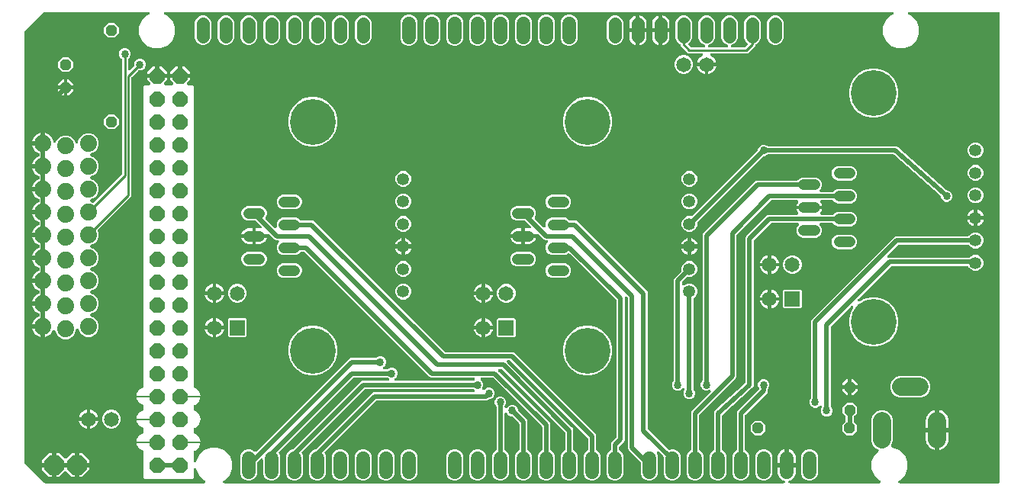
<source format=gbr>
G04 EAGLE Gerber RS-274X export*
G75*
%MOMM*%
%FSLAX34Y34*%
%LPD*%
%AMOC8*
5,1,8,0,0,1.08239X$1,22.5*%
G01*
%ADD10C,1.524000*%
%ADD11P,1.319650X8X292.500000*%
%ADD12C,2.000000*%
%ADD13C,1.350000*%
%ADD14C,1.879600*%
%ADD15P,1.319650X8X202.500000*%
%ADD16P,1.319650X8X112.500000*%
%ADD17C,1.200000*%
%ADD18C,5.080000*%
%ADD19C,1.651000*%
%ADD20R,1.651000X1.651000*%
%ADD21P,1.814519X8X112.500000*%
%ADD22C,1.422400*%
%ADD23P,2.336880X8X22.500000*%
%ADD24C,0.254000*%
%ADD25C,0.508000*%
%ADD26C,0.152400*%
%ADD27C,0.863600*%

G36*
X204414Y5086D02*
X204414Y5086D01*
X204464Y5084D01*
X204586Y5106D01*
X204710Y5121D01*
X204757Y5138D01*
X204807Y5147D01*
X204921Y5196D01*
X205038Y5238D01*
X205080Y5265D01*
X205126Y5286D01*
X205226Y5360D01*
X205331Y5427D01*
X205366Y5463D01*
X205406Y5493D01*
X205486Y5588D01*
X205573Y5678D01*
X205599Y5721D01*
X205631Y5759D01*
X205688Y5870D01*
X205752Y5977D01*
X205767Y6025D01*
X205790Y6070D01*
X205820Y6190D01*
X205858Y6309D01*
X205862Y6359D01*
X205874Y6408D01*
X205876Y6532D01*
X205886Y6656D01*
X205878Y6706D01*
X205879Y6756D01*
X205853Y6878D01*
X205834Y7001D01*
X205816Y7048D01*
X205805Y7097D01*
X205751Y7209D01*
X205706Y7325D01*
X205677Y7366D01*
X205655Y7412D01*
X205578Y7509D01*
X205507Y7611D01*
X205469Y7645D01*
X205438Y7684D01*
X205340Y7761D01*
X205248Y7844D01*
X205204Y7869D01*
X205164Y7900D01*
X204946Y8011D01*
X204478Y8205D01*
X198905Y13778D01*
X195971Y20861D01*
X195947Y20905D01*
X195930Y20953D01*
X195862Y21057D01*
X195802Y21166D01*
X195768Y21203D01*
X195741Y21246D01*
X195651Y21332D01*
X195568Y21424D01*
X195526Y21453D01*
X195490Y21488D01*
X195383Y21552D01*
X195281Y21622D01*
X195234Y21641D01*
X195191Y21667D01*
X195073Y21705D01*
X194957Y21750D01*
X194907Y21758D01*
X194859Y21773D01*
X194735Y21783D01*
X194612Y21801D01*
X194562Y21797D01*
X194512Y21801D01*
X194389Y21782D01*
X194265Y21772D01*
X194217Y21757D01*
X194167Y21749D01*
X194052Y21703D01*
X193933Y21665D01*
X193890Y21639D01*
X193843Y21620D01*
X193741Y21550D01*
X193635Y21485D01*
X193598Y21450D01*
X193557Y21422D01*
X193474Y21329D01*
X193385Y21243D01*
X193357Y21200D01*
X193324Y21163D01*
X193264Y21054D01*
X193196Y20949D01*
X193179Y20902D01*
X193155Y20858D01*
X193121Y20738D01*
X193080Y20621D01*
X193074Y20571D01*
X193060Y20522D01*
X193041Y20279D01*
X193041Y11648D01*
X191552Y10159D01*
X138648Y10159D01*
X137159Y11648D01*
X137159Y40198D01*
X137154Y40246D01*
X137156Y40296D01*
X137134Y40419D01*
X137119Y40544D01*
X137103Y40590D01*
X137094Y40639D01*
X137044Y40754D01*
X137002Y40872D01*
X136975Y40913D01*
X136956Y40958D01*
X136881Y41059D01*
X136813Y41165D01*
X136777Y41199D01*
X136748Y41239D01*
X136652Y41320D01*
X136562Y41407D01*
X136520Y41432D01*
X136482Y41464D01*
X136269Y41583D01*
X133005Y43074D01*
X129891Y47920D01*
X129891Y53680D01*
X133005Y58526D01*
X136269Y60017D01*
X136311Y60042D01*
X136357Y60060D01*
X136460Y60132D01*
X136567Y60197D01*
X136603Y60231D01*
X136643Y60259D01*
X136727Y60352D01*
X136817Y60440D01*
X136843Y60482D01*
X136876Y60518D01*
X136937Y60628D01*
X137005Y60734D01*
X137021Y60780D01*
X137045Y60823D01*
X137079Y60944D01*
X137121Y61062D01*
X137126Y61111D01*
X137140Y61159D01*
X137159Y61402D01*
X137159Y65598D01*
X137154Y65646D01*
X137156Y65696D01*
X137134Y65819D01*
X137119Y65944D01*
X137103Y65990D01*
X137094Y66039D01*
X137044Y66154D01*
X137002Y66272D01*
X136975Y66313D01*
X136956Y66359D01*
X136881Y66459D01*
X136813Y66565D01*
X136777Y66599D01*
X136748Y66639D01*
X136652Y66720D01*
X136562Y66807D01*
X136520Y66832D01*
X136482Y66864D01*
X136269Y66983D01*
X133005Y68474D01*
X129891Y73320D01*
X129891Y79080D01*
X133005Y83926D01*
X136269Y85417D01*
X136311Y85442D01*
X136357Y85460D01*
X136460Y85532D01*
X136567Y85597D01*
X136603Y85631D01*
X136643Y85659D01*
X136727Y85752D01*
X136817Y85840D01*
X136843Y85882D01*
X136876Y85918D01*
X136937Y86028D01*
X137005Y86134D01*
X137021Y86180D01*
X137045Y86223D01*
X137079Y86344D01*
X137121Y86462D01*
X137126Y86511D01*
X137140Y86559D01*
X137159Y86802D01*
X137159Y90998D01*
X137154Y91046D01*
X137156Y91096D01*
X137134Y91219D01*
X137119Y91344D01*
X137103Y91390D01*
X137094Y91439D01*
X137044Y91554D01*
X137002Y91672D01*
X136975Y91713D01*
X136956Y91758D01*
X136881Y91859D01*
X136813Y91965D01*
X136777Y91999D01*
X136748Y92039D01*
X136652Y92120D01*
X136562Y92207D01*
X136520Y92232D01*
X136482Y92264D01*
X136269Y92383D01*
X133005Y93874D01*
X129891Y98720D01*
X129891Y104480D01*
X133005Y109326D01*
X136269Y110817D01*
X136311Y110842D01*
X136357Y110860D01*
X136460Y110932D01*
X136567Y110997D01*
X136603Y111031D01*
X136643Y111059D01*
X136727Y111152D01*
X136817Y111240D01*
X136843Y111282D01*
X136876Y111318D01*
X136937Y111428D01*
X137005Y111534D01*
X137021Y111580D01*
X137045Y111623D01*
X137079Y111744D01*
X137121Y111862D01*
X137126Y111911D01*
X137140Y111959D01*
X137159Y112202D01*
X137159Y445552D01*
X138648Y447041D01*
X143435Y447041D01*
X143535Y447052D01*
X143635Y447054D01*
X143707Y447072D01*
X143781Y447081D01*
X143875Y447114D01*
X143973Y447139D01*
X144039Y447173D01*
X144109Y447198D01*
X144193Y447253D01*
X144283Y447299D01*
X144339Y447347D01*
X144402Y447387D01*
X144472Y447459D01*
X144548Y447524D01*
X144592Y447584D01*
X144644Y447638D01*
X144696Y447724D01*
X144755Y447805D01*
X144785Y447873D01*
X144823Y447937D01*
X144854Y448033D01*
X144893Y448125D01*
X144906Y448198D01*
X144929Y448269D01*
X144937Y448369D01*
X144955Y448468D01*
X144951Y448542D01*
X144957Y448616D01*
X144942Y448716D01*
X144937Y448816D01*
X144916Y448887D01*
X144905Y448961D01*
X144868Y449054D01*
X144841Y449151D01*
X144804Y449216D01*
X144777Y449285D01*
X144719Y449367D01*
X144670Y449455D01*
X144605Y449531D01*
X144578Y449571D01*
X144551Y449595D01*
X144512Y449641D01*
X141477Y452676D01*
X141477Y454826D01*
X151549Y454826D01*
X151575Y454829D01*
X151601Y454827D01*
X151748Y454849D01*
X151895Y454866D01*
X151920Y454874D01*
X151946Y454878D01*
X152083Y454933D01*
X152223Y454983D01*
X152245Y454997D01*
X152270Y455007D01*
X152391Y455092D01*
X152394Y455094D01*
X152497Y455037D01*
X152624Y454961D01*
X152649Y454953D01*
X152672Y454940D01*
X152815Y454900D01*
X152956Y454855D01*
X152982Y454852D01*
X153007Y454845D01*
X153251Y454826D01*
X163323Y454826D01*
X163323Y452676D01*
X160288Y449641D01*
X160226Y449563D01*
X160156Y449490D01*
X160118Y449426D01*
X160072Y449368D01*
X160029Y449277D01*
X159977Y449191D01*
X159954Y449120D01*
X159923Y449053D01*
X159901Y448955D01*
X159871Y448859D01*
X159865Y448785D01*
X159849Y448712D01*
X159851Y448612D01*
X159843Y448512D01*
X159854Y448438D01*
X159855Y448364D01*
X159880Y448267D01*
X159895Y448167D01*
X159922Y448098D01*
X159940Y448026D01*
X159986Y447937D01*
X160023Y447843D01*
X160066Y447782D01*
X160100Y447716D01*
X160165Y447640D01*
X160222Y447557D01*
X160277Y447507D01*
X160326Y447451D01*
X160406Y447391D01*
X160481Y447324D01*
X160546Y447288D01*
X160606Y447243D01*
X160698Y447204D01*
X160786Y447155D01*
X160858Y447135D01*
X160926Y447105D01*
X161025Y447088D01*
X161121Y447060D01*
X161221Y447052D01*
X161269Y447044D01*
X161305Y447046D01*
X161365Y447041D01*
X168835Y447041D01*
X168935Y447052D01*
X169035Y447054D01*
X169107Y447072D01*
X169181Y447081D01*
X169275Y447114D01*
X169373Y447139D01*
X169439Y447173D01*
X169509Y447198D01*
X169593Y447253D01*
X169683Y447299D01*
X169739Y447347D01*
X169802Y447387D01*
X169872Y447459D01*
X169948Y447524D01*
X169992Y447584D01*
X170044Y447638D01*
X170096Y447724D01*
X170155Y447805D01*
X170185Y447873D01*
X170223Y447937D01*
X170254Y448033D01*
X170293Y448125D01*
X170306Y448198D01*
X170329Y448269D01*
X170337Y448369D01*
X170355Y448468D01*
X170351Y448542D01*
X170357Y448616D01*
X170342Y448716D01*
X170337Y448816D01*
X170316Y448887D01*
X170305Y448961D01*
X170268Y449054D01*
X170241Y449151D01*
X170204Y449216D01*
X170177Y449285D01*
X170119Y449367D01*
X170070Y449455D01*
X170005Y449531D01*
X169978Y449571D01*
X169951Y449595D01*
X169912Y449641D01*
X166877Y452676D01*
X166877Y454826D01*
X176949Y454826D01*
X176975Y454829D01*
X177001Y454827D01*
X177148Y454849D01*
X177295Y454866D01*
X177320Y454874D01*
X177346Y454878D01*
X177483Y454933D01*
X177623Y454983D01*
X177645Y454997D01*
X177670Y455007D01*
X177791Y455092D01*
X177794Y455094D01*
X177897Y455037D01*
X178024Y454961D01*
X178049Y454953D01*
X178072Y454940D01*
X178215Y454900D01*
X178356Y454855D01*
X178382Y454852D01*
X178407Y454845D01*
X178651Y454826D01*
X188723Y454826D01*
X188723Y452676D01*
X185688Y449641D01*
X185626Y449563D01*
X185556Y449490D01*
X185518Y449426D01*
X185472Y449368D01*
X185429Y449277D01*
X185377Y449191D01*
X185354Y449120D01*
X185323Y449053D01*
X185301Y448955D01*
X185271Y448859D01*
X185265Y448785D01*
X185249Y448712D01*
X185251Y448612D01*
X185243Y448512D01*
X185254Y448438D01*
X185255Y448364D01*
X185280Y448267D01*
X185295Y448167D01*
X185322Y448098D01*
X185340Y448026D01*
X185386Y447937D01*
X185423Y447843D01*
X185466Y447782D01*
X185500Y447716D01*
X185565Y447640D01*
X185622Y447557D01*
X185677Y447507D01*
X185726Y447451D01*
X185806Y447391D01*
X185881Y447324D01*
X185946Y447288D01*
X186006Y447243D01*
X186098Y447204D01*
X186186Y447155D01*
X186258Y447135D01*
X186326Y447105D01*
X186425Y447088D01*
X186521Y447060D01*
X186621Y447052D01*
X186669Y447044D01*
X186705Y447046D01*
X186765Y447041D01*
X191552Y447041D01*
X193041Y445552D01*
X193041Y112465D01*
X193051Y112373D01*
X193052Y112281D01*
X193071Y112201D01*
X193081Y112119D01*
X193112Y112032D01*
X193133Y111942D01*
X193170Y111868D01*
X193198Y111790D01*
X193248Y111713D01*
X193289Y111631D01*
X193342Y111567D01*
X193387Y111498D01*
X193453Y111434D01*
X193512Y111363D01*
X193578Y111313D01*
X193638Y111255D01*
X193717Y111208D01*
X193790Y111153D01*
X193866Y111119D01*
X193937Y111077D01*
X194024Y111049D01*
X194109Y111011D01*
X194221Y110986D01*
X194269Y110970D01*
X194299Y110968D01*
X194347Y110957D01*
X194747Y110900D01*
X199100Y107127D01*
X200723Y101600D01*
X199100Y96073D01*
X194747Y92300D01*
X194347Y92243D01*
X194258Y92220D01*
X194167Y92206D01*
X194090Y92175D01*
X194010Y92154D01*
X193929Y92111D01*
X193843Y92077D01*
X193775Y92030D01*
X193702Y91991D01*
X193633Y91931D01*
X193557Y91878D01*
X193502Y91817D01*
X193439Y91762D01*
X193385Y91688D01*
X193324Y91619D01*
X193284Y91547D01*
X193235Y91480D01*
X193200Y91395D01*
X193155Y91314D01*
X193133Y91235D01*
X193101Y91158D01*
X193085Y91068D01*
X193060Y90979D01*
X193051Y90864D01*
X193043Y90815D01*
X193045Y90784D01*
X193041Y90735D01*
X193041Y87065D01*
X193051Y86973D01*
X193052Y86881D01*
X193071Y86801D01*
X193081Y86719D01*
X193112Y86632D01*
X193133Y86542D01*
X193170Y86468D01*
X193198Y86390D01*
X193248Y86313D01*
X193289Y86231D01*
X193342Y86167D01*
X193387Y86098D01*
X193453Y86034D01*
X193512Y85963D01*
X193578Y85913D01*
X193638Y85855D01*
X193717Y85808D01*
X193790Y85753D01*
X193866Y85719D01*
X193937Y85677D01*
X194024Y85649D01*
X194109Y85611D01*
X194221Y85586D01*
X194269Y85570D01*
X194299Y85568D01*
X194347Y85557D01*
X194747Y85500D01*
X199100Y81727D01*
X200723Y76200D01*
X199100Y70673D01*
X194747Y66900D01*
X194347Y66843D01*
X194258Y66820D01*
X194167Y66806D01*
X194090Y66775D01*
X194010Y66754D01*
X193929Y66711D01*
X193843Y66677D01*
X193775Y66630D01*
X193702Y66591D01*
X193633Y66531D01*
X193557Y66478D01*
X193502Y66417D01*
X193439Y66362D01*
X193385Y66288D01*
X193324Y66219D01*
X193284Y66147D01*
X193235Y66080D01*
X193200Y65995D01*
X193155Y65914D01*
X193133Y65835D01*
X193101Y65758D01*
X193085Y65668D01*
X193060Y65579D01*
X193051Y65464D01*
X193043Y65415D01*
X193045Y65384D01*
X193041Y65335D01*
X193041Y61665D01*
X193051Y61573D01*
X193052Y61481D01*
X193071Y61401D01*
X193081Y61319D01*
X193112Y61232D01*
X193133Y61142D01*
X193170Y61068D01*
X193198Y60990D01*
X193248Y60913D01*
X193289Y60831D01*
X193342Y60767D01*
X193387Y60698D01*
X193453Y60634D01*
X193512Y60563D01*
X193578Y60513D01*
X193638Y60455D01*
X193717Y60408D01*
X193790Y60353D01*
X193866Y60319D01*
X193937Y60277D01*
X194024Y60249D01*
X194109Y60211D01*
X194221Y60186D01*
X194269Y60170D01*
X194299Y60168D01*
X194347Y60157D01*
X194747Y60100D01*
X199100Y56327D01*
X200723Y50800D01*
X199100Y45273D01*
X194747Y41500D01*
X194347Y41443D01*
X194258Y41420D01*
X194167Y41406D01*
X194090Y41375D01*
X194010Y41354D01*
X193929Y41311D01*
X193843Y41277D01*
X193775Y41230D01*
X193702Y41191D01*
X193633Y41131D01*
X193557Y41078D01*
X193502Y41017D01*
X193439Y40962D01*
X193385Y40888D01*
X193324Y40819D01*
X193284Y40747D01*
X193235Y40680D01*
X193200Y40595D01*
X193155Y40514D01*
X193133Y40435D01*
X193101Y40358D01*
X193085Y40268D01*
X193060Y40179D01*
X193051Y40064D01*
X193043Y40015D01*
X193045Y39984D01*
X193041Y39935D01*
X193041Y29721D01*
X193046Y29671D01*
X193044Y29621D01*
X193066Y29499D01*
X193081Y29375D01*
X193098Y29328D01*
X193107Y29278D01*
X193156Y29164D01*
X193198Y29047D01*
X193225Y29005D01*
X193245Y28959D01*
X193320Y28859D01*
X193387Y28754D01*
X193423Y28719D01*
X193453Y28679D01*
X193548Y28599D01*
X193638Y28512D01*
X193681Y28486D01*
X193719Y28454D01*
X193830Y28397D01*
X193937Y28333D01*
X193985Y28318D01*
X194030Y28295D01*
X194150Y28265D01*
X194269Y28227D01*
X194319Y28223D01*
X194368Y28211D01*
X194492Y28209D01*
X194616Y28199D01*
X194666Y28207D01*
X194716Y28206D01*
X194838Y28232D01*
X194961Y28251D01*
X195008Y28269D01*
X195057Y28280D01*
X195169Y28334D01*
X195285Y28380D01*
X195326Y28408D01*
X195372Y28430D01*
X195469Y28507D01*
X195571Y28578D01*
X195605Y28616D01*
X195644Y28647D01*
X195721Y28745D01*
X195804Y28837D01*
X195829Y28881D01*
X195860Y28921D01*
X195971Y29139D01*
X198905Y36222D01*
X204478Y41795D01*
X211759Y44811D01*
X219641Y44811D01*
X226922Y41795D01*
X232495Y36222D01*
X235511Y28941D01*
X235511Y21059D01*
X232495Y13778D01*
X226922Y8205D01*
X226454Y8011D01*
X226410Y7987D01*
X226362Y7970D01*
X226257Y7902D01*
X226149Y7842D01*
X226112Y7808D01*
X226069Y7781D01*
X225983Y7691D01*
X225891Y7608D01*
X225862Y7566D01*
X225827Y7530D01*
X225763Y7424D01*
X225693Y7321D01*
X225674Y7274D01*
X225648Y7231D01*
X225610Y7113D01*
X225565Y6997D01*
X225557Y6947D01*
X225542Y6899D01*
X225532Y6775D01*
X225514Y6652D01*
X225518Y6602D01*
X225514Y6552D01*
X225532Y6429D01*
X225543Y6305D01*
X225558Y6257D01*
X225566Y6207D01*
X225612Y6092D01*
X225650Y5973D01*
X225676Y5930D01*
X225694Y5883D01*
X225765Y5781D01*
X225830Y5675D01*
X225865Y5638D01*
X225893Y5597D01*
X225986Y5514D01*
X226072Y5425D01*
X226115Y5397D01*
X226152Y5364D01*
X226261Y5304D01*
X226366Y5236D01*
X226413Y5219D01*
X226457Y5195D01*
X226577Y5161D01*
X226694Y5120D01*
X226744Y5114D01*
X226793Y5100D01*
X227036Y5081D01*
X847486Y5081D01*
X847595Y5093D01*
X847705Y5097D01*
X847768Y5113D01*
X847832Y5121D01*
X847936Y5158D01*
X848042Y5186D01*
X848099Y5216D01*
X848160Y5238D01*
X848253Y5298D01*
X848350Y5349D01*
X848399Y5392D01*
X848453Y5427D01*
X848530Y5506D01*
X848613Y5579D01*
X848650Y5631D01*
X848695Y5678D01*
X848752Y5772D01*
X848816Y5861D01*
X848841Y5921D01*
X848874Y5977D01*
X848908Y6082D01*
X848950Y6183D01*
X848961Y6247D01*
X848980Y6309D01*
X848989Y6418D01*
X849007Y6527D01*
X849003Y6592D01*
X849008Y6656D01*
X848992Y6765D01*
X848985Y6875D01*
X848966Y6937D01*
X848957Y7001D01*
X848916Y7103D01*
X848884Y7208D01*
X848852Y7265D01*
X848828Y7325D01*
X848765Y7415D01*
X848710Y7510D01*
X848666Y7558D01*
X848629Y7611D01*
X848547Y7685D01*
X848472Y7765D01*
X848418Y7801D01*
X848370Y7844D01*
X848274Y7898D01*
X848183Y7959D01*
X848104Y7991D01*
X848065Y8013D01*
X848026Y8024D01*
X847957Y8053D01*
X847000Y8364D01*
X845575Y9090D01*
X844281Y10030D01*
X843150Y11161D01*
X842210Y12455D01*
X841484Y13880D01*
X840989Y15401D01*
X840739Y16980D01*
X840739Y22861D01*
X849884Y22861D01*
X849910Y22864D01*
X849936Y22862D01*
X850083Y22884D01*
X850230Y22901D01*
X850255Y22909D01*
X850281Y22913D01*
X850418Y22968D01*
X850558Y23018D01*
X850580Y23032D01*
X850605Y23042D01*
X850726Y23127D01*
X850851Y23207D01*
X850869Y23226D01*
X850891Y23241D01*
X850905Y23257D01*
X850990Y23175D01*
X851013Y23161D01*
X851032Y23144D01*
X851162Y23072D01*
X851289Y22996D01*
X851314Y22988D01*
X851337Y22975D01*
X851480Y22935D01*
X851621Y22890D01*
X851647Y22887D01*
X851672Y22880D01*
X851916Y22861D01*
X861061Y22861D01*
X861061Y16980D01*
X860811Y15401D01*
X860316Y13880D01*
X859590Y12455D01*
X858650Y11161D01*
X857519Y10030D01*
X856225Y9090D01*
X854800Y8364D01*
X853843Y8053D01*
X853743Y8007D01*
X853640Y7970D01*
X853585Y7935D01*
X853526Y7908D01*
X853439Y7841D01*
X853347Y7781D01*
X853302Y7734D01*
X853251Y7695D01*
X853181Y7609D01*
X853105Y7530D01*
X853071Y7475D01*
X853030Y7424D01*
X852982Y7326D01*
X852926Y7231D01*
X852906Y7169D01*
X852878Y7111D01*
X852853Y7004D01*
X852820Y6899D01*
X852814Y6835D01*
X852800Y6771D01*
X852800Y6661D01*
X852792Y6552D01*
X852801Y6488D01*
X852801Y6423D01*
X852827Y6316D01*
X852843Y6207D01*
X852867Y6147D01*
X852882Y6084D01*
X852931Y5985D01*
X852972Y5883D01*
X853009Y5830D01*
X853038Y5772D01*
X853108Y5687D01*
X853171Y5597D01*
X853219Y5554D01*
X853260Y5504D01*
X853348Y5437D01*
X853430Y5364D01*
X853486Y5332D01*
X853538Y5293D01*
X853638Y5248D01*
X853735Y5195D01*
X853797Y5178D01*
X853856Y5151D01*
X853964Y5130D01*
X854070Y5100D01*
X854155Y5094D01*
X854198Y5085D01*
X854240Y5087D01*
X854314Y5081D01*
X953664Y5081D01*
X953714Y5086D01*
X953764Y5084D01*
X953886Y5106D01*
X954010Y5121D01*
X954057Y5138D01*
X954107Y5147D01*
X954221Y5196D01*
X954338Y5238D01*
X954380Y5265D01*
X954426Y5286D01*
X954526Y5360D01*
X954631Y5427D01*
X954666Y5463D01*
X954706Y5493D01*
X954786Y5588D01*
X954873Y5678D01*
X954899Y5721D01*
X954931Y5759D01*
X954988Y5870D01*
X955052Y5977D01*
X955067Y6025D01*
X955090Y6070D01*
X955120Y6190D01*
X955158Y6309D01*
X955162Y6359D01*
X955174Y6408D01*
X955176Y6532D01*
X955186Y6656D01*
X955178Y6706D01*
X955179Y6756D01*
X955153Y6878D01*
X955134Y7001D01*
X955116Y7048D01*
X955105Y7097D01*
X955051Y7209D01*
X955006Y7325D01*
X954977Y7366D01*
X954955Y7412D01*
X954878Y7509D01*
X954807Y7611D01*
X954769Y7645D01*
X954738Y7684D01*
X954640Y7761D01*
X954548Y7844D01*
X954504Y7869D01*
X954464Y7900D01*
X954246Y8011D01*
X953778Y8205D01*
X948205Y13778D01*
X945189Y21059D01*
X945189Y28941D01*
X948205Y36222D01*
X952575Y40591D01*
X952642Y40676D01*
X952677Y40713D01*
X952692Y40737D01*
X952765Y40824D01*
X952776Y40845D01*
X952791Y40864D01*
X952856Y41000D01*
X952924Y41134D01*
X952930Y41158D01*
X952940Y41180D01*
X952972Y41326D01*
X953008Y41472D01*
X953009Y41497D01*
X953014Y41520D01*
X953011Y41670D01*
X953013Y41821D01*
X953008Y41845D01*
X953008Y41869D01*
X952971Y42014D01*
X952939Y42161D01*
X952929Y42183D01*
X952923Y42207D01*
X952854Y42341D01*
X952789Y42476D01*
X952774Y42495D01*
X952763Y42517D01*
X952665Y42631D01*
X952572Y42749D01*
X952553Y42763D01*
X952537Y42782D01*
X952416Y42871D01*
X952298Y42964D01*
X952272Y42978D01*
X952257Y42989D01*
X952214Y43008D01*
X952081Y43076D01*
X950072Y43908D01*
X946687Y47293D01*
X944855Y51715D01*
X944855Y76502D01*
X946687Y80925D01*
X950072Y84310D01*
X954494Y86141D01*
X959281Y86141D01*
X963704Y84310D01*
X967089Y80925D01*
X968921Y76502D01*
X968921Y51715D01*
X967076Y47261D01*
X967075Y47260D01*
X967037Y47196D01*
X966991Y47138D01*
X966948Y47047D01*
X966896Y46961D01*
X966873Y46890D01*
X966842Y46823D01*
X966820Y46725D01*
X966790Y46629D01*
X966784Y46555D01*
X966768Y46483D01*
X966770Y46382D01*
X966762Y46282D01*
X966773Y46208D01*
X966774Y46134D01*
X966799Y46037D01*
X966814Y45937D01*
X966841Y45868D01*
X966859Y45796D01*
X966905Y45707D01*
X966942Y45613D01*
X966985Y45552D01*
X967019Y45486D01*
X967084Y45410D01*
X967141Y45327D01*
X967196Y45277D01*
X967244Y45221D01*
X967325Y45161D01*
X967400Y45094D01*
X967465Y45058D01*
X967525Y45014D01*
X967617Y44974D01*
X967705Y44925D01*
X967776Y44905D01*
X967845Y44876D01*
X967944Y44858D01*
X968040Y44830D01*
X968140Y44822D01*
X968188Y44814D01*
X968223Y44816D01*
X968284Y44811D01*
X968941Y44811D01*
X976222Y41795D01*
X981795Y36222D01*
X984811Y28941D01*
X984811Y21059D01*
X981795Y13778D01*
X976222Y8205D01*
X975754Y8011D01*
X975710Y7987D01*
X975662Y7970D01*
X975557Y7902D01*
X975449Y7842D01*
X975412Y7808D01*
X975369Y7781D01*
X975283Y7691D01*
X975191Y7608D01*
X975162Y7566D01*
X975127Y7530D01*
X975063Y7424D01*
X974993Y7321D01*
X974974Y7274D01*
X974948Y7231D01*
X974910Y7113D01*
X974865Y6997D01*
X974857Y6947D01*
X974842Y6899D01*
X974832Y6775D01*
X974814Y6652D01*
X974818Y6602D01*
X974814Y6552D01*
X974832Y6429D01*
X974843Y6305D01*
X974858Y6257D01*
X974866Y6207D01*
X974912Y6092D01*
X974950Y5973D01*
X974976Y5930D01*
X974994Y5883D01*
X975065Y5781D01*
X975130Y5675D01*
X975165Y5638D01*
X975193Y5597D01*
X975286Y5514D01*
X975372Y5425D01*
X975415Y5397D01*
X975452Y5364D01*
X975561Y5304D01*
X975666Y5236D01*
X975713Y5219D01*
X975757Y5195D01*
X975877Y5161D01*
X975994Y5120D01*
X976044Y5114D01*
X976093Y5100D01*
X976336Y5081D01*
X1085596Y5081D01*
X1085622Y5084D01*
X1085648Y5082D01*
X1085795Y5104D01*
X1085942Y5121D01*
X1085967Y5129D01*
X1085993Y5133D01*
X1086131Y5188D01*
X1086270Y5238D01*
X1086292Y5252D01*
X1086317Y5262D01*
X1086438Y5347D01*
X1086563Y5427D01*
X1086581Y5446D01*
X1086603Y5461D01*
X1086702Y5571D01*
X1086805Y5678D01*
X1086819Y5700D01*
X1086836Y5720D01*
X1086908Y5850D01*
X1086984Y5977D01*
X1086992Y6002D01*
X1087005Y6025D01*
X1087045Y6168D01*
X1087090Y6309D01*
X1087092Y6335D01*
X1087100Y6360D01*
X1087119Y6604D01*
X1087119Y526796D01*
X1087116Y526822D01*
X1087118Y526848D01*
X1087096Y526995D01*
X1087079Y527142D01*
X1087071Y527167D01*
X1087067Y527193D01*
X1087012Y527330D01*
X1086962Y527470D01*
X1086948Y527492D01*
X1086938Y527517D01*
X1086853Y527638D01*
X1086773Y527763D01*
X1086754Y527781D01*
X1086739Y527803D01*
X1086629Y527902D01*
X1086522Y528005D01*
X1086500Y528019D01*
X1086480Y528036D01*
X1086350Y528108D01*
X1086223Y528184D01*
X1086198Y528192D01*
X1086175Y528205D01*
X1086032Y528245D01*
X1085891Y528290D01*
X1085865Y528292D01*
X1085840Y528300D01*
X1085596Y528319D01*
X987105Y528319D01*
X987055Y528314D01*
X987005Y528316D01*
X986882Y528294D01*
X986759Y528279D01*
X986712Y528262D01*
X986662Y528253D01*
X986548Y528204D01*
X986431Y528162D01*
X986388Y528135D01*
X986342Y528115D01*
X986242Y528040D01*
X986138Y527973D01*
X986103Y527937D01*
X986063Y527907D01*
X985982Y527812D01*
X985896Y527722D01*
X985870Y527679D01*
X985837Y527641D01*
X985781Y527530D01*
X985717Y527423D01*
X985702Y527375D01*
X985679Y527330D01*
X985649Y527210D01*
X985611Y527091D01*
X985607Y527041D01*
X985594Y526992D01*
X985593Y526868D01*
X985583Y526744D01*
X985590Y526694D01*
X985589Y526644D01*
X985616Y526522D01*
X985634Y526399D01*
X985653Y526352D01*
X985664Y526303D01*
X985717Y526191D01*
X985763Y526075D01*
X985792Y526034D01*
X985813Y525988D01*
X985891Y525891D01*
X985962Y525789D01*
X985999Y525755D01*
X986031Y525716D01*
X986128Y525639D01*
X986221Y525556D01*
X986265Y525531D01*
X986304Y525500D01*
X986522Y525389D01*
X988922Y524395D01*
X994495Y518822D01*
X997511Y511541D01*
X997511Y503659D01*
X994495Y496378D01*
X988922Y490805D01*
X981641Y487789D01*
X973759Y487789D01*
X966478Y490805D01*
X960905Y496378D01*
X957889Y503659D01*
X957889Y511541D01*
X960905Y518822D01*
X966478Y524395D01*
X968878Y525389D01*
X968922Y525413D01*
X968969Y525430D01*
X969074Y525498D01*
X969182Y525558D01*
X969220Y525592D01*
X969262Y525619D01*
X969349Y525709D01*
X969441Y525792D01*
X969469Y525834D01*
X969504Y525870D01*
X969568Y525977D01*
X969639Y526079D01*
X969657Y526126D01*
X969683Y526169D01*
X969721Y526287D01*
X969767Y526403D01*
X969774Y526453D01*
X969789Y526501D01*
X969799Y526625D01*
X969817Y526748D01*
X969813Y526798D01*
X969817Y526848D01*
X969799Y526971D01*
X969789Y527095D01*
X969773Y527143D01*
X969766Y527193D01*
X969720Y527308D01*
X969681Y527427D01*
X969655Y527470D01*
X969637Y527517D01*
X969566Y527619D01*
X969502Y527725D01*
X969467Y527762D01*
X969438Y527803D01*
X969346Y527886D01*
X969259Y527975D01*
X969217Y528003D01*
X969179Y528036D01*
X969070Y528096D01*
X968966Y528164D01*
X968918Y528181D01*
X968874Y528205D01*
X968754Y528239D01*
X968637Y528280D01*
X968587Y528286D01*
X968539Y528300D01*
X968295Y528319D01*
X161605Y528319D01*
X161555Y528314D01*
X161505Y528316D01*
X161382Y528294D01*
X161259Y528279D01*
X161211Y528262D01*
X161162Y528253D01*
X161048Y528204D01*
X160931Y528162D01*
X160888Y528135D01*
X160842Y528115D01*
X160742Y528040D01*
X160638Y527973D01*
X160603Y527937D01*
X160562Y527907D01*
X160482Y527812D01*
X160396Y527722D01*
X160370Y527679D01*
X160337Y527641D01*
X160281Y527530D01*
X160217Y527423D01*
X160202Y527375D01*
X160179Y527330D01*
X160149Y527210D01*
X160111Y527091D01*
X160107Y527041D01*
X160094Y526992D01*
X160093Y526868D01*
X160083Y526744D01*
X160090Y526694D01*
X160089Y526644D01*
X160116Y526522D01*
X160134Y526399D01*
X160153Y526352D01*
X160164Y526303D01*
X160217Y526191D01*
X160263Y526075D01*
X160292Y526034D01*
X160313Y525988D01*
X160391Y525891D01*
X160462Y525789D01*
X160499Y525755D01*
X160531Y525716D01*
X160628Y525639D01*
X160721Y525556D01*
X160765Y525531D01*
X160804Y525500D01*
X161022Y525389D01*
X163422Y524395D01*
X168995Y518822D01*
X172011Y511541D01*
X172011Y503659D01*
X168995Y496378D01*
X163422Y490805D01*
X156141Y487789D01*
X148259Y487789D01*
X140978Y490805D01*
X135405Y496378D01*
X132389Y503659D01*
X132389Y511541D01*
X135405Y518822D01*
X140978Y524395D01*
X143378Y525389D01*
X143422Y525413D01*
X143469Y525430D01*
X143574Y525498D01*
X143683Y525558D01*
X143720Y525592D01*
X143762Y525619D01*
X143849Y525709D01*
X143941Y525792D01*
X143969Y525834D01*
X144004Y525870D01*
X144068Y525976D01*
X144139Y526079D01*
X144157Y526126D01*
X144183Y526169D01*
X144221Y526287D01*
X144267Y526403D01*
X144274Y526453D01*
X144289Y526501D01*
X144299Y526625D01*
X144317Y526748D01*
X144313Y526798D01*
X144317Y526848D01*
X144299Y526971D01*
X144289Y527095D01*
X144273Y527143D01*
X144266Y527193D01*
X144220Y527308D01*
X144181Y527427D01*
X144156Y527470D01*
X144137Y527517D01*
X144066Y527619D01*
X144002Y527725D01*
X143967Y527762D01*
X143938Y527803D01*
X143846Y527886D01*
X143759Y527975D01*
X143717Y528003D01*
X143679Y528036D01*
X143570Y528096D01*
X143466Y528164D01*
X143418Y528181D01*
X143374Y528205D01*
X143254Y528239D01*
X143137Y528280D01*
X143087Y528286D01*
X143039Y528300D01*
X142795Y528319D01*
X28068Y528319D01*
X27941Y528305D01*
X27814Y528298D01*
X27768Y528285D01*
X27722Y528279D01*
X27602Y528236D01*
X27479Y528201D01*
X27438Y528178D01*
X27394Y528162D01*
X27286Y528093D01*
X27175Y528030D01*
X27130Y527992D01*
X27101Y527973D01*
X27067Y527938D01*
X26989Y527872D01*
X5525Y506346D01*
X5448Y506247D01*
X5364Y506154D01*
X5340Y506111D01*
X5309Y506072D01*
X5256Y505959D01*
X5195Y505849D01*
X5182Y505802D01*
X5161Y505757D01*
X5134Y505635D01*
X5100Y505514D01*
X5095Y505452D01*
X5088Y505416D01*
X5089Y505368D01*
X5081Y505270D01*
X5081Y28135D01*
X5095Y28010D01*
X5102Y27884D01*
X5115Y27837D01*
X5121Y27789D01*
X5163Y27670D01*
X5198Y27549D01*
X5222Y27507D01*
X5238Y27461D01*
X5307Y27355D01*
X5368Y27245D01*
X5408Y27198D01*
X5427Y27168D01*
X5462Y27135D01*
X5527Y27058D01*
X27058Y5527D01*
X27157Y5448D01*
X27251Y5364D01*
X27294Y5340D01*
X27331Y5310D01*
X27446Y5256D01*
X27556Y5195D01*
X27603Y5182D01*
X27646Y5161D01*
X27770Y5135D01*
X27892Y5100D01*
X27952Y5095D01*
X27987Y5088D01*
X28035Y5089D01*
X28135Y5081D01*
X204364Y5081D01*
X204414Y5086D01*
G37*
%LPC*%
G36*
X252080Y8127D02*
X252080Y8127D01*
X248532Y9597D01*
X245817Y12312D01*
X244347Y15860D01*
X244347Y34940D01*
X245817Y38488D01*
X248532Y41203D01*
X252080Y42673D01*
X255920Y42673D01*
X259468Y41203D01*
X260325Y40346D01*
X260346Y40330D01*
X260363Y40310D01*
X260482Y40222D01*
X260598Y40129D01*
X260622Y40118D01*
X260643Y40103D01*
X260779Y40044D01*
X260913Y39980D01*
X260939Y39975D01*
X260963Y39965D01*
X261109Y39938D01*
X261254Y39907D01*
X261280Y39908D01*
X261306Y39903D01*
X261454Y39911D01*
X261602Y39913D01*
X261628Y39919D01*
X261654Y39921D01*
X261796Y39962D01*
X261940Y39998D01*
X261964Y40010D01*
X261989Y40017D01*
X262118Y40090D01*
X262250Y40158D01*
X262270Y40175D01*
X262293Y40188D01*
X262479Y40346D01*
X365710Y143577D01*
X367390Y144273D01*
X395011Y144273D01*
X395136Y144287D01*
X395262Y144294D01*
X395309Y144307D01*
X395357Y144313D01*
X395476Y144355D01*
X395597Y144390D01*
X395639Y144414D01*
X395685Y144430D01*
X395791Y144499D01*
X395901Y144560D01*
X395948Y144600D01*
X395978Y144619D01*
X396011Y144654D01*
X396088Y144719D01*
X396453Y145084D01*
X398787Y146051D01*
X401313Y146051D01*
X403647Y145084D01*
X405434Y143297D01*
X406401Y140963D01*
X406401Y138437D01*
X405434Y136103D01*
X403504Y134173D01*
X403442Y134095D01*
X403372Y134022D01*
X403334Y133958D01*
X403288Y133900D01*
X403245Y133809D01*
X403193Y133723D01*
X403171Y133652D01*
X403139Y133585D01*
X403118Y133487D01*
X403087Y133391D01*
X403081Y133317D01*
X403065Y133244D01*
X403067Y133144D01*
X403059Y133044D01*
X403070Y132970D01*
X403071Y132896D01*
X403096Y132799D01*
X403111Y132699D01*
X403138Y132630D01*
X403156Y132558D01*
X403202Y132469D01*
X403240Y132375D01*
X403282Y132314D01*
X403316Y132248D01*
X403381Y132172D01*
X403438Y132089D01*
X403494Y132039D01*
X403542Y131983D01*
X403623Y131923D01*
X403697Y131856D01*
X403762Y131820D01*
X403822Y131775D01*
X403914Y131736D01*
X404002Y131687D01*
X404074Y131667D01*
X404142Y131637D01*
X404241Y131620D01*
X404338Y131592D01*
X404438Y131584D01*
X404485Y131576D01*
X404521Y131578D01*
X404581Y131573D01*
X407710Y131573D01*
X407836Y131587D01*
X407962Y131594D01*
X408009Y131607D01*
X408057Y131613D01*
X408176Y131655D01*
X408297Y131690D01*
X408339Y131714D01*
X408385Y131730D01*
X408491Y131799D01*
X408601Y131860D01*
X408648Y131900D01*
X408678Y131919D01*
X408711Y131954D01*
X408788Y132019D01*
X409153Y132384D01*
X411487Y133351D01*
X414013Y133351D01*
X416347Y132384D01*
X418134Y130597D01*
X419101Y128263D01*
X419101Y125737D01*
X418134Y123403D01*
X416204Y121473D01*
X416142Y121395D01*
X416072Y121322D01*
X416034Y121258D01*
X415988Y121200D01*
X415945Y121109D01*
X415893Y121023D01*
X415871Y120952D01*
X415839Y120885D01*
X415818Y120787D01*
X415787Y120691D01*
X415781Y120617D01*
X415765Y120544D01*
X415767Y120444D01*
X415759Y120344D01*
X415770Y120270D01*
X415771Y120196D01*
X415796Y120099D01*
X415811Y119999D01*
X415838Y119930D01*
X415856Y119858D01*
X415902Y119769D01*
X415940Y119675D01*
X415982Y119614D01*
X416016Y119548D01*
X416081Y119472D01*
X416138Y119389D01*
X416194Y119339D01*
X416242Y119283D01*
X416323Y119223D01*
X416397Y119156D01*
X416462Y119120D01*
X416522Y119075D01*
X416614Y119036D01*
X416702Y118987D01*
X416774Y118967D01*
X416842Y118937D01*
X416941Y118920D01*
X417038Y118892D01*
X417138Y118884D01*
X417185Y118876D01*
X417221Y118878D01*
X417281Y118873D01*
X502960Y118873D01*
X503086Y118887D01*
X503212Y118894D01*
X503259Y118907D01*
X503307Y118913D01*
X503426Y118955D01*
X503547Y118990D01*
X503589Y119014D01*
X503635Y119030D01*
X503741Y119099D01*
X503851Y119160D01*
X503898Y119200D01*
X503928Y119219D01*
X503961Y119254D01*
X504038Y119319D01*
X504546Y119827D01*
X504608Y119905D01*
X504678Y119978D01*
X504716Y120042D01*
X504762Y120100D01*
X504805Y120191D01*
X504857Y120277D01*
X504879Y120348D01*
X504911Y120415D01*
X504932Y120513D01*
X504963Y120609D01*
X504969Y120683D01*
X504985Y120756D01*
X504983Y120856D01*
X504991Y120956D01*
X504980Y121030D01*
X504979Y121104D01*
X504954Y121202D01*
X504939Y121301D01*
X504912Y121370D01*
X504894Y121442D01*
X504848Y121531D01*
X504810Y121625D01*
X504768Y121686D01*
X504734Y121752D01*
X504669Y121828D01*
X504612Y121911D01*
X504556Y121961D01*
X504508Y122017D01*
X504427Y122077D01*
X504353Y122144D01*
X504288Y122180D01*
X504228Y122225D01*
X504136Y122264D01*
X504048Y122313D01*
X503976Y122333D01*
X503908Y122363D01*
X503809Y122380D01*
X503712Y122408D01*
X503612Y122416D01*
X503565Y122424D01*
X503529Y122422D01*
X503469Y122427D01*
X456290Y122427D01*
X454610Y123123D01*
X316052Y261681D01*
X315953Y261760D01*
X315859Y261844D01*
X315817Y261868D01*
X315779Y261898D01*
X315665Y261952D01*
X315554Y262013D01*
X315508Y262026D01*
X315464Y262047D01*
X315341Y262073D01*
X315219Y262108D01*
X315158Y262113D01*
X315123Y262120D01*
X315075Y262119D01*
X314975Y262127D01*
X312418Y262127D01*
X312293Y262113D01*
X312166Y262106D01*
X312120Y262093D01*
X312072Y262087D01*
X311953Y262045D01*
X311832Y262010D01*
X311789Y261986D01*
X311744Y261970D01*
X311638Y261901D01*
X311527Y261840D01*
X311481Y261800D01*
X311451Y261781D01*
X311418Y261746D01*
X311341Y261681D01*
X309550Y259890D01*
X306598Y258667D01*
X291402Y258667D01*
X288450Y259890D01*
X286190Y262150D01*
X284967Y265102D01*
X284967Y268298D01*
X286190Y271250D01*
X287167Y272227D01*
X287229Y272305D01*
X287299Y272378D01*
X287337Y272442D01*
X287384Y272500D01*
X287426Y272591D01*
X287478Y272677D01*
X287501Y272748D01*
X287532Y272815D01*
X287554Y272913D01*
X287584Y273009D01*
X287590Y273083D01*
X287606Y273156D01*
X287604Y273256D01*
X287612Y273356D01*
X287601Y273430D01*
X287600Y273504D01*
X287575Y273601D01*
X287560Y273701D01*
X287533Y273770D01*
X287515Y273842D01*
X287469Y273931D01*
X287432Y274025D01*
X287389Y274086D01*
X287355Y274152D01*
X287290Y274228D01*
X287233Y274311D01*
X287178Y274361D01*
X287129Y274417D01*
X287049Y274477D01*
X286974Y274544D01*
X286909Y274580D01*
X286849Y274625D01*
X286757Y274664D01*
X286669Y274713D01*
X286597Y274733D01*
X286529Y274763D01*
X286430Y274780D01*
X286334Y274808D01*
X286234Y274816D01*
X286186Y274824D01*
X286150Y274822D01*
X286090Y274827D01*
X284490Y274827D01*
X282810Y275523D01*
X281309Y277024D01*
X277141Y281192D01*
X277063Y281254D01*
X276990Y281324D01*
X276926Y281363D01*
X276868Y281409D01*
X276777Y281452D01*
X276691Y281503D01*
X276620Y281526D01*
X276553Y281558D01*
X276455Y281579D01*
X276359Y281609D01*
X276285Y281615D01*
X276212Y281631D01*
X276112Y281629D01*
X276012Y281637D01*
X275938Y281626D01*
X275864Y281625D01*
X275767Y281601D01*
X275667Y281586D01*
X275598Y281558D01*
X275526Y281540D01*
X275436Y281494D01*
X275343Y281457D01*
X275282Y281415D01*
X275253Y281399D01*
X261999Y281399D01*
X261999Y287941D01*
X266715Y287941D01*
X266815Y287952D01*
X266915Y287954D01*
X266987Y287972D01*
X267061Y287981D01*
X267156Y288014D01*
X267253Y288039D01*
X267319Y288073D01*
X267389Y288098D01*
X267474Y288153D01*
X267563Y288199D01*
X267620Y288247D01*
X267682Y288287D01*
X267752Y288359D01*
X267828Y288424D01*
X267873Y288484D01*
X267924Y288538D01*
X267976Y288624D01*
X268036Y288705D01*
X268065Y288773D01*
X268103Y288837D01*
X268134Y288933D01*
X268174Y289025D01*
X268187Y289098D01*
X268209Y289169D01*
X268217Y289269D01*
X268235Y289368D01*
X268231Y289442D01*
X268237Y289516D01*
X268222Y289616D01*
X268217Y289716D01*
X268197Y289787D01*
X268186Y289861D01*
X268149Y289954D01*
X268121Y290051D01*
X268084Y290116D01*
X268057Y290185D01*
X268000Y290267D01*
X267951Y290355D01*
X267886Y290431D01*
X267858Y290471D01*
X267831Y290495D01*
X267792Y290541D01*
X262012Y296321D01*
X261913Y296400D01*
X261819Y296484D01*
X261777Y296508D01*
X261739Y296538D01*
X261625Y296592D01*
X261514Y296653D01*
X261468Y296666D01*
X261424Y296687D01*
X261301Y296713D01*
X261179Y296748D01*
X261118Y296753D01*
X261083Y296760D01*
X261035Y296759D01*
X260935Y296767D01*
X252402Y296767D01*
X249450Y297990D01*
X247190Y300250D01*
X245967Y303202D01*
X245967Y306398D01*
X247190Y309350D01*
X249450Y311610D01*
X252402Y312833D01*
X267598Y312833D01*
X270550Y311610D01*
X272810Y309350D01*
X274033Y306398D01*
X274033Y303202D01*
X272761Y300131D01*
X272747Y300113D01*
X272688Y299976D01*
X272625Y299842D01*
X272619Y299817D01*
X272609Y299793D01*
X272583Y299646D01*
X272552Y299502D01*
X272552Y299476D01*
X272547Y299450D01*
X272555Y299301D01*
X272558Y299153D01*
X272564Y299128D01*
X272565Y299102D01*
X272606Y298959D01*
X272643Y298815D01*
X272655Y298792D01*
X272662Y298767D01*
X272734Y298637D01*
X272802Y298505D01*
X272819Y298485D01*
X272832Y298463D01*
X272991Y298276D01*
X282524Y288743D01*
X282563Y288712D01*
X282597Y288674D01*
X282700Y288603D01*
X282797Y288526D01*
X282843Y288505D01*
X282884Y288476D01*
X283000Y288430D01*
X283112Y288377D01*
X283161Y288367D01*
X283208Y288348D01*
X283332Y288330D01*
X283453Y288304D01*
X283503Y288305D01*
X283553Y288297D01*
X283677Y288308D01*
X283801Y288310D01*
X283850Y288322D01*
X283900Y288326D01*
X284019Y288364D01*
X284139Y288395D01*
X284184Y288418D01*
X284232Y288433D01*
X284338Y288497D01*
X284449Y288554D01*
X284487Y288587D01*
X284531Y288613D01*
X284620Y288700D01*
X284715Y288780D01*
X284744Y288821D01*
X284781Y288856D01*
X284848Y288961D01*
X284922Y289061D01*
X284942Y289107D01*
X284969Y289149D01*
X285010Y289267D01*
X285060Y289381D01*
X285069Y289430D01*
X285085Y289478D01*
X285099Y289601D01*
X285121Y289724D01*
X285119Y289774D01*
X285124Y289824D01*
X285110Y289948D01*
X285103Y290072D01*
X285089Y290120D01*
X285084Y290170D01*
X285008Y290403D01*
X284967Y290502D01*
X284967Y293698D01*
X286190Y296650D01*
X288450Y298910D01*
X291402Y300133D01*
X306598Y300133D01*
X309550Y298910D01*
X311341Y297119D01*
X311440Y297040D01*
X311534Y296956D01*
X311576Y296932D01*
X311614Y296902D01*
X311728Y296848D01*
X311839Y296787D01*
X311886Y296774D01*
X311929Y296753D01*
X312053Y296727D01*
X312174Y296692D01*
X312235Y296687D01*
X312270Y296680D01*
X312318Y296681D01*
X312418Y296673D01*
X324760Y296673D01*
X326440Y295977D01*
X471348Y151069D01*
X471447Y150990D01*
X471541Y150906D01*
X471583Y150882D01*
X471621Y150852D01*
X471735Y150798D01*
X471846Y150737D01*
X471892Y150724D01*
X471936Y150703D01*
X472059Y150677D01*
X472181Y150642D01*
X472242Y150637D01*
X472277Y150630D01*
X472325Y150631D01*
X472425Y150623D01*
X547010Y150623D01*
X548690Y149927D01*
X638877Y59740D01*
X639573Y58060D01*
X639573Y42592D01*
X639581Y42516D01*
X639580Y42439D01*
X639601Y42343D01*
X639613Y42246D01*
X639638Y42174D01*
X639655Y42099D01*
X639697Y42010D01*
X639730Y41917D01*
X639772Y41853D01*
X639804Y41784D01*
X639866Y41707D01*
X639919Y41625D01*
X639974Y41572D01*
X640022Y41512D01*
X640099Y41451D01*
X640170Y41382D01*
X640235Y41343D01*
X640295Y41296D01*
X640428Y41228D01*
X640465Y41206D01*
X643183Y38488D01*
X644653Y34940D01*
X644653Y15860D01*
X643183Y12312D01*
X640468Y9597D01*
X636920Y8127D01*
X633080Y8127D01*
X629532Y9597D01*
X626817Y12312D01*
X625347Y15860D01*
X625347Y34940D01*
X626817Y38488D01*
X629547Y41218D01*
X629554Y41222D01*
X629625Y41250D01*
X629705Y41306D01*
X629792Y41354D01*
X629848Y41405D01*
X629911Y41449D01*
X629977Y41522D01*
X630050Y41588D01*
X630093Y41651D01*
X630144Y41708D01*
X630192Y41794D01*
X630248Y41875D01*
X630276Y41946D01*
X630313Y42013D01*
X630340Y42107D01*
X630376Y42199D01*
X630387Y42274D01*
X630408Y42348D01*
X630420Y42497D01*
X630427Y42544D01*
X630425Y42563D01*
X630427Y42592D01*
X630427Y54625D01*
X630413Y54751D01*
X630406Y54877D01*
X630393Y54923D01*
X630387Y54971D01*
X630345Y55090D01*
X630310Y55212D01*
X630286Y55254D01*
X630270Y55299D01*
X630201Y55406D01*
X630140Y55516D01*
X630100Y55562D01*
X630081Y55592D01*
X630046Y55626D01*
X629981Y55702D01*
X544652Y141031D01*
X544553Y141110D01*
X544459Y141194D01*
X544417Y141218D01*
X544379Y141248D01*
X544265Y141302D01*
X544154Y141363D01*
X544108Y141376D01*
X544064Y141397D01*
X543941Y141423D01*
X543819Y141458D01*
X543758Y141463D01*
X543723Y141470D01*
X543675Y141469D01*
X543575Y141477D01*
X541767Y141477D01*
X541667Y141466D01*
X541567Y141464D01*
X541495Y141446D01*
X541421Y141437D01*
X541326Y141404D01*
X541229Y141379D01*
X541163Y141345D01*
X541093Y141320D01*
X541008Y141265D01*
X540919Y141219D01*
X540862Y141171D01*
X540800Y141131D01*
X540730Y141059D01*
X540654Y140994D01*
X540609Y140934D01*
X540558Y140880D01*
X540506Y140794D01*
X540446Y140713D01*
X540417Y140645D01*
X540379Y140581D01*
X540348Y140485D01*
X540308Y140393D01*
X540295Y140320D01*
X540273Y140249D01*
X540265Y140149D01*
X540247Y140050D01*
X540251Y139976D01*
X540245Y139902D01*
X540260Y139802D01*
X540265Y139702D01*
X540285Y139631D01*
X540296Y139557D01*
X540333Y139464D01*
X540361Y139367D01*
X540398Y139302D01*
X540425Y139233D01*
X540482Y139151D01*
X540531Y139063D01*
X540597Y138987D01*
X540624Y138947D01*
X540650Y138923D01*
X540690Y138877D01*
X611976Y67591D01*
X613477Y66090D01*
X614173Y64410D01*
X614173Y42592D01*
X614181Y42516D01*
X614180Y42439D01*
X614201Y42343D01*
X614213Y42246D01*
X614238Y42174D01*
X614255Y42099D01*
X614297Y42010D01*
X614330Y41917D01*
X614372Y41853D01*
X614404Y41784D01*
X614466Y41707D01*
X614519Y41625D01*
X614574Y41572D01*
X614622Y41512D01*
X614699Y41451D01*
X614770Y41382D01*
X614835Y41343D01*
X614895Y41296D01*
X615028Y41228D01*
X615065Y41206D01*
X617783Y38488D01*
X619253Y34940D01*
X619253Y15860D01*
X617783Y12312D01*
X615068Y9597D01*
X611520Y8127D01*
X607680Y8127D01*
X604132Y9597D01*
X601417Y12312D01*
X599947Y15860D01*
X599947Y34940D01*
X601417Y38488D01*
X604147Y41218D01*
X604154Y41222D01*
X604225Y41250D01*
X604305Y41306D01*
X604392Y41354D01*
X604448Y41405D01*
X604511Y41449D01*
X604577Y41522D01*
X604650Y41588D01*
X604693Y41651D01*
X604744Y41708D01*
X604792Y41794D01*
X604848Y41875D01*
X604876Y41946D01*
X604913Y42013D01*
X604940Y42107D01*
X604976Y42199D01*
X604987Y42274D01*
X605008Y42348D01*
X605020Y42497D01*
X605027Y42544D01*
X605025Y42563D01*
X605027Y42592D01*
X605027Y60975D01*
X605013Y61101D01*
X605006Y61227D01*
X604993Y61273D01*
X604987Y61321D01*
X604945Y61440D01*
X604910Y61562D01*
X604886Y61604D01*
X604870Y61649D01*
X604801Y61756D01*
X604740Y61866D01*
X604700Y61912D01*
X604681Y61942D01*
X604646Y61976D01*
X604581Y62052D01*
X535127Y131506D01*
X535028Y131585D01*
X534934Y131669D01*
X534892Y131693D01*
X534854Y131723D01*
X534740Y131777D01*
X534629Y131838D01*
X534583Y131851D01*
X534539Y131872D01*
X534416Y131898D01*
X534294Y131933D01*
X534233Y131938D01*
X534198Y131945D01*
X534150Y131944D01*
X534050Y131952D01*
X532242Y131952D01*
X532142Y131941D01*
X532042Y131939D01*
X531970Y131921D01*
X531896Y131912D01*
X531801Y131879D01*
X531704Y131854D01*
X531638Y131820D01*
X531568Y131795D01*
X531483Y131740D01*
X531394Y131694D01*
X531337Y131646D01*
X531275Y131606D01*
X531205Y131534D01*
X531129Y131469D01*
X531084Y131409D01*
X531033Y131355D01*
X530981Y131269D01*
X530921Y131188D01*
X530892Y131120D01*
X530854Y131056D01*
X530823Y130960D01*
X530783Y130868D01*
X530770Y130795D01*
X530748Y130724D01*
X530740Y130624D01*
X530722Y130525D01*
X530726Y130451D01*
X530720Y130377D01*
X530735Y130277D01*
X530740Y130177D01*
X530760Y130106D01*
X530771Y130032D01*
X530808Y129939D01*
X530836Y129842D01*
X530873Y129777D01*
X530900Y129708D01*
X530957Y129626D01*
X531006Y129538D01*
X531072Y129462D01*
X531099Y129422D01*
X531125Y129398D01*
X531165Y129352D01*
X588077Y72440D01*
X588773Y70760D01*
X588773Y42592D01*
X588781Y42516D01*
X588780Y42439D01*
X588801Y42343D01*
X588813Y42246D01*
X588838Y42174D01*
X588855Y42099D01*
X588897Y42010D01*
X588930Y41917D01*
X588972Y41853D01*
X589004Y41784D01*
X589066Y41707D01*
X589119Y41625D01*
X589174Y41572D01*
X589222Y41512D01*
X589299Y41451D01*
X589370Y41382D01*
X589435Y41343D01*
X589495Y41296D01*
X589628Y41228D01*
X589665Y41206D01*
X592383Y38488D01*
X593853Y34940D01*
X593853Y15860D01*
X592383Y12312D01*
X589668Y9597D01*
X586120Y8127D01*
X582280Y8127D01*
X578732Y9597D01*
X576017Y12312D01*
X574547Y15860D01*
X574547Y34940D01*
X576017Y38488D01*
X578747Y41218D01*
X578754Y41222D01*
X578825Y41250D01*
X578905Y41306D01*
X578992Y41354D01*
X579048Y41405D01*
X579111Y41449D01*
X579177Y41522D01*
X579250Y41588D01*
X579293Y41651D01*
X579344Y41708D01*
X579392Y41794D01*
X579448Y41875D01*
X579476Y41946D01*
X579513Y42013D01*
X579540Y42107D01*
X579576Y42199D01*
X579587Y42274D01*
X579608Y42348D01*
X579620Y42497D01*
X579627Y42544D01*
X579625Y42563D01*
X579627Y42592D01*
X579627Y67325D01*
X579613Y67451D01*
X579606Y67577D01*
X579593Y67623D01*
X579587Y67671D01*
X579545Y67790D01*
X579510Y67912D01*
X579486Y67954D01*
X579470Y67999D01*
X579401Y68106D01*
X579340Y68216D01*
X579300Y68262D01*
X579281Y68292D01*
X579246Y68326D01*
X579181Y68402D01*
X525602Y121981D01*
X525503Y122060D01*
X525409Y122144D01*
X525367Y122168D01*
X525329Y122198D01*
X525215Y122252D01*
X525104Y122313D01*
X525058Y122326D01*
X525014Y122347D01*
X524891Y122373D01*
X524769Y122408D01*
X524708Y122413D01*
X524673Y122420D01*
X524625Y122419D01*
X524525Y122427D01*
X512531Y122427D01*
X512432Y122416D01*
X512331Y122414D01*
X512259Y122396D01*
X512185Y122387D01*
X512091Y122354D01*
X511993Y122329D01*
X511927Y122295D01*
X511857Y122270D01*
X511773Y122215D01*
X511683Y122169D01*
X511627Y122121D01*
X511564Y122081D01*
X511494Y122009D01*
X511418Y121944D01*
X511374Y121884D01*
X511322Y121830D01*
X511270Y121744D01*
X511211Y121663D01*
X511181Y121595D01*
X511143Y121531D01*
X511113Y121435D01*
X511073Y121343D01*
X511060Y121270D01*
X511037Y121199D01*
X511029Y121099D01*
X511011Y121000D01*
X511015Y120926D01*
X511009Y120852D01*
X511024Y120752D01*
X511029Y120652D01*
X511050Y120581D01*
X511061Y120507D01*
X511098Y120414D01*
X511126Y120317D01*
X511162Y120252D01*
X511190Y120183D01*
X511247Y120101D01*
X511296Y120013D01*
X511361Y119937D01*
X511388Y119897D01*
X511415Y119873D01*
X511454Y119827D01*
X513384Y117897D01*
X514351Y115563D01*
X514351Y113037D01*
X513300Y110501D01*
X513287Y110453D01*
X513265Y110407D01*
X513239Y110286D01*
X513205Y110166D01*
X513202Y110116D01*
X513192Y110066D01*
X513194Y109942D01*
X513188Y109818D01*
X513197Y109768D01*
X513198Y109718D01*
X513228Y109597D01*
X513250Y109475D01*
X513270Y109429D01*
X513283Y109380D01*
X513340Y109269D01*
X513389Y109155D01*
X513419Y109115D01*
X513442Y109070D01*
X513523Y108975D01*
X513597Y108876D01*
X513636Y108843D01*
X513668Y108805D01*
X513768Y108731D01*
X513863Y108651D01*
X513908Y108628D01*
X513948Y108598D01*
X514063Y108548D01*
X514173Y108492D01*
X514222Y108480D01*
X514268Y108460D01*
X514391Y108438D01*
X514512Y108408D01*
X514562Y108407D01*
X514611Y108398D01*
X514736Y108404D01*
X514860Y108403D01*
X514909Y108413D01*
X514960Y108416D01*
X515079Y108450D01*
X515201Y108477D01*
X515246Y108498D01*
X515294Y108512D01*
X515403Y108573D01*
X515515Y108627D01*
X515555Y108658D01*
X515599Y108683D01*
X515785Y108841D01*
X517103Y110159D01*
X519437Y111126D01*
X521963Y111126D01*
X524297Y110159D01*
X526084Y108372D01*
X527051Y106038D01*
X527051Y103512D01*
X526002Y100979D01*
X525997Y100977D01*
X525885Y100923D01*
X525845Y100892D01*
X525801Y100867D01*
X525615Y100709D01*
X524297Y99391D01*
X521963Y98424D01*
X521447Y98424D01*
X521321Y98410D01*
X521195Y98403D01*
X521149Y98390D01*
X521101Y98384D01*
X520982Y98342D01*
X520860Y98307D01*
X520818Y98283D01*
X520773Y98267D01*
X520666Y98198D01*
X520556Y98137D01*
X520510Y98097D01*
X520480Y98078D01*
X520446Y98043D01*
X520370Y97978D01*
X520115Y97723D01*
X518435Y97027D01*
X396225Y97027D01*
X396099Y97013D01*
X395973Y97006D01*
X395927Y96993D01*
X395879Y96987D01*
X395760Y96945D01*
X395638Y96910D01*
X395596Y96886D01*
X395551Y96870D01*
X395444Y96801D01*
X395334Y96740D01*
X395288Y96700D01*
X395258Y96681D01*
X395224Y96646D01*
X395148Y96581D01*
X338714Y40147D01*
X338666Y40087D01*
X338611Y40034D01*
X338558Y39951D01*
X338497Y39874D01*
X338465Y39805D01*
X338423Y39741D01*
X338390Y39648D01*
X338348Y39559D01*
X338332Y39484D01*
X338307Y39412D01*
X338296Y39314D01*
X338275Y39218D01*
X338276Y39142D01*
X338268Y39066D01*
X338279Y38968D01*
X338281Y38870D01*
X338299Y38796D01*
X338308Y38720D01*
X338354Y38577D01*
X338366Y38532D01*
X338375Y38515D01*
X338384Y38487D01*
X339853Y34940D01*
X339853Y15860D01*
X338383Y12312D01*
X335668Y9597D01*
X332120Y8127D01*
X328280Y8127D01*
X324732Y9597D01*
X322017Y12312D01*
X320547Y15860D01*
X320547Y34940D01*
X322017Y38488D01*
X324732Y41203D01*
X328044Y42575D01*
X328046Y42576D01*
X328048Y42577D01*
X328199Y42661D01*
X328349Y42744D01*
X328350Y42746D01*
X328352Y42747D01*
X328539Y42905D01*
X391110Y105477D01*
X392790Y106173D01*
X503469Y106173D01*
X503568Y106184D01*
X503669Y106186D01*
X503741Y106204D01*
X503815Y106213D01*
X503909Y106246D01*
X504007Y106271D01*
X504073Y106305D01*
X504143Y106330D01*
X504227Y106385D01*
X504317Y106431D01*
X504373Y106479D01*
X504436Y106519D01*
X504505Y106591D01*
X504582Y106656D01*
X504626Y106716D01*
X504678Y106770D01*
X504729Y106856D01*
X504789Y106937D01*
X504819Y107005D01*
X504857Y107069D01*
X504887Y107164D01*
X504927Y107257D01*
X504940Y107330D01*
X504963Y107401D01*
X504971Y107501D01*
X504989Y107600D01*
X504985Y107674D01*
X504991Y107748D01*
X504976Y107847D01*
X504971Y107948D01*
X504950Y108019D01*
X504939Y108093D01*
X504902Y108186D01*
X504874Y108283D01*
X504838Y108348D01*
X504810Y108417D01*
X504753Y108499D01*
X504704Y108587D01*
X504639Y108663D01*
X504612Y108703D01*
X504585Y108727D01*
X504546Y108773D01*
X504038Y109281D01*
X503939Y109360D01*
X503845Y109444D01*
X503802Y109468D01*
X503765Y109498D01*
X503650Y109552D01*
X503540Y109613D01*
X503493Y109626D01*
X503449Y109647D01*
X503326Y109673D01*
X503204Y109708D01*
X503144Y109713D01*
X503109Y109720D01*
X503060Y109719D01*
X502960Y109727D01*
X383525Y109727D01*
X383399Y109713D01*
X383273Y109706D01*
X383227Y109693D01*
X383179Y109687D01*
X383060Y109645D01*
X382938Y109610D01*
X382896Y109586D01*
X382851Y109570D01*
X382744Y109501D01*
X382634Y109440D01*
X382588Y109400D01*
X382558Y109381D01*
X382524Y109346D01*
X382448Y109281D01*
X313314Y40147D01*
X313266Y40087D01*
X313211Y40034D01*
X313158Y39951D01*
X313097Y39874D01*
X313065Y39805D01*
X313023Y39741D01*
X312990Y39648D01*
X312948Y39559D01*
X312932Y39484D01*
X312907Y39412D01*
X312896Y39314D01*
X312875Y39218D01*
X312876Y39142D01*
X312868Y39066D01*
X312879Y38968D01*
X312881Y38870D01*
X312899Y38796D01*
X312908Y38720D01*
X312954Y38577D01*
X312966Y38532D01*
X312975Y38515D01*
X312984Y38487D01*
X314453Y34940D01*
X314453Y15860D01*
X312983Y12312D01*
X310268Y9597D01*
X306720Y8127D01*
X302880Y8127D01*
X299332Y9597D01*
X296617Y12312D01*
X295147Y15860D01*
X295147Y34940D01*
X296617Y38488D01*
X299332Y41203D01*
X302644Y42575D01*
X302646Y42576D01*
X302648Y42577D01*
X302799Y42661D01*
X302949Y42744D01*
X302950Y42746D01*
X302952Y42747D01*
X303139Y42905D01*
X378410Y118177D01*
X380090Y118873D01*
X408219Y118873D01*
X408318Y118884D01*
X408419Y118886D01*
X408491Y118904D01*
X408565Y118913D01*
X408659Y118946D01*
X408757Y118971D01*
X408823Y119005D01*
X408893Y119030D01*
X408977Y119085D01*
X409067Y119131D01*
X409123Y119179D01*
X409186Y119219D01*
X409255Y119291D01*
X409332Y119356D01*
X409376Y119416D01*
X409428Y119470D01*
X409479Y119556D01*
X409539Y119637D01*
X409569Y119705D01*
X409607Y119769D01*
X409637Y119864D01*
X409677Y119957D01*
X409690Y120030D01*
X409713Y120101D01*
X409721Y120201D01*
X409739Y120300D01*
X409735Y120374D01*
X409741Y120448D01*
X409726Y120547D01*
X409721Y120648D01*
X409700Y120719D01*
X409689Y120793D01*
X409652Y120886D01*
X409624Y120983D01*
X409588Y121048D01*
X409560Y121117D01*
X409503Y121199D01*
X409454Y121287D01*
X409389Y121363D01*
X409362Y121403D01*
X409335Y121427D01*
X409296Y121473D01*
X408788Y121981D01*
X408689Y122060D01*
X408595Y122144D01*
X408552Y122168D01*
X408515Y122198D01*
X408400Y122252D01*
X408290Y122313D01*
X408243Y122326D01*
X408199Y122347D01*
X408076Y122373D01*
X407954Y122408D01*
X407894Y122413D01*
X407859Y122420D01*
X407810Y122419D01*
X407710Y122427D01*
X370825Y122427D01*
X370699Y122413D01*
X370573Y122406D01*
X370527Y122393D01*
X370479Y122387D01*
X370360Y122345D01*
X370238Y122310D01*
X370196Y122286D01*
X370151Y122270D01*
X370044Y122201D01*
X369934Y122140D01*
X369888Y122100D01*
X369858Y122081D01*
X369824Y122046D01*
X369748Y121981D01*
X287914Y40147D01*
X287866Y40087D01*
X287811Y40034D01*
X287758Y39951D01*
X287697Y39874D01*
X287665Y39805D01*
X287623Y39741D01*
X287590Y39648D01*
X287548Y39559D01*
X287532Y39484D01*
X287507Y39412D01*
X287496Y39314D01*
X287475Y39218D01*
X287476Y39142D01*
X287468Y39066D01*
X287479Y38968D01*
X287481Y38870D01*
X287499Y38796D01*
X287508Y38720D01*
X287554Y38577D01*
X287566Y38532D01*
X287575Y38515D01*
X287584Y38487D01*
X289053Y34940D01*
X289053Y15860D01*
X287583Y12312D01*
X284868Y9597D01*
X281320Y8127D01*
X277480Y8127D01*
X273932Y9597D01*
X271217Y12312D01*
X269747Y15860D01*
X269747Y31003D01*
X269746Y31018D01*
X269746Y31028D01*
X269738Y31086D01*
X269736Y31103D01*
X269734Y31203D01*
X269716Y31275D01*
X269707Y31349D01*
X269674Y31444D01*
X269649Y31541D01*
X269615Y31607D01*
X269590Y31677D01*
X269535Y31762D01*
X269489Y31851D01*
X269441Y31908D01*
X269401Y31970D01*
X269329Y32040D01*
X269264Y32116D01*
X269204Y32161D01*
X269150Y32212D01*
X269064Y32264D01*
X268983Y32324D01*
X268915Y32353D01*
X268851Y32391D01*
X268755Y32422D01*
X268663Y32462D01*
X268590Y32475D01*
X268519Y32497D01*
X268419Y32505D01*
X268320Y32523D01*
X268246Y32519D01*
X268172Y32525D01*
X268072Y32510D01*
X267972Y32505D01*
X267901Y32485D01*
X267827Y32474D01*
X267734Y32437D01*
X267637Y32409D01*
X267572Y32372D01*
X267503Y32345D01*
X267421Y32288D01*
X267333Y32239D01*
X267257Y32173D01*
X267217Y32146D01*
X267193Y32120D01*
X267147Y32080D01*
X264099Y29032D01*
X264020Y28933D01*
X263936Y28839D01*
X263912Y28797D01*
X263882Y28759D01*
X263828Y28645D01*
X263767Y28534D01*
X263754Y28488D01*
X263733Y28444D01*
X263707Y28321D01*
X263672Y28199D01*
X263667Y28138D01*
X263660Y28103D01*
X263661Y28055D01*
X263653Y27955D01*
X263653Y15860D01*
X262183Y12312D01*
X259468Y9597D01*
X255920Y8127D01*
X252080Y8127D01*
G37*
%LPD*%
%LPC*%
G36*
X48526Y165099D02*
X48526Y165099D01*
X44325Y166840D01*
X41110Y170055D01*
X39278Y174476D01*
X39258Y174512D01*
X39245Y174550D01*
X39174Y174664D01*
X39109Y174781D01*
X39082Y174811D01*
X39060Y174845D01*
X38965Y174940D01*
X38875Y175039D01*
X38841Y175062D01*
X38812Y175091D01*
X38698Y175161D01*
X38588Y175237D01*
X38550Y175252D01*
X38516Y175273D01*
X38388Y175316D01*
X38264Y175365D01*
X38224Y175371D01*
X38185Y175384D01*
X38052Y175396D01*
X37919Y175416D01*
X37879Y175412D01*
X37838Y175416D01*
X37705Y175398D01*
X37572Y175387D01*
X37533Y175374D01*
X37493Y175369D01*
X37368Y175321D01*
X37240Y175280D01*
X37205Y175259D01*
X37167Y175244D01*
X37056Y175169D01*
X36942Y175100D01*
X36912Y175072D01*
X36879Y175049D01*
X36788Y174951D01*
X36692Y174857D01*
X36670Y174823D01*
X36642Y174793D01*
X36514Y174585D01*
X35611Y172813D01*
X34506Y171292D01*
X33178Y169964D01*
X31657Y168859D01*
X29983Y168006D01*
X28196Y167425D01*
X27939Y167385D01*
X27939Y178054D01*
X27936Y178080D01*
X27938Y178106D01*
X27916Y178253D01*
X27899Y178400D01*
X27891Y178425D01*
X27887Y178451D01*
X27832Y178588D01*
X27782Y178728D01*
X27768Y178750D01*
X27758Y178775D01*
X27673Y178896D01*
X27593Y179021D01*
X27574Y179039D01*
X27559Y179061D01*
X27543Y179075D01*
X27625Y179160D01*
X27639Y179183D01*
X27656Y179202D01*
X27728Y179332D01*
X27804Y179459D01*
X27812Y179484D01*
X27825Y179507D01*
X27865Y179650D01*
X27910Y179791D01*
X27912Y179817D01*
X27920Y179842D01*
X27939Y180086D01*
X27939Y203454D01*
X27936Y203480D01*
X27938Y203506D01*
X27916Y203653D01*
X27899Y203800D01*
X27891Y203825D01*
X27887Y203851D01*
X27832Y203988D01*
X27782Y204128D01*
X27768Y204150D01*
X27758Y204175D01*
X27673Y204296D01*
X27593Y204421D01*
X27574Y204439D01*
X27559Y204461D01*
X27543Y204475D01*
X27625Y204560D01*
X27639Y204583D01*
X27656Y204602D01*
X27728Y204732D01*
X27804Y204859D01*
X27812Y204884D01*
X27825Y204907D01*
X27865Y205050D01*
X27910Y205191D01*
X27912Y205217D01*
X27920Y205242D01*
X27939Y205486D01*
X27939Y228854D01*
X27936Y228880D01*
X27938Y228906D01*
X27916Y229053D01*
X27899Y229200D01*
X27891Y229225D01*
X27887Y229251D01*
X27832Y229388D01*
X27782Y229528D01*
X27768Y229550D01*
X27758Y229575D01*
X27673Y229696D01*
X27593Y229821D01*
X27574Y229839D01*
X27559Y229861D01*
X27543Y229875D01*
X27625Y229960D01*
X27639Y229983D01*
X27656Y230002D01*
X27728Y230132D01*
X27804Y230259D01*
X27812Y230284D01*
X27825Y230307D01*
X27865Y230450D01*
X27910Y230591D01*
X27912Y230617D01*
X27920Y230642D01*
X27939Y230886D01*
X27939Y254254D01*
X27936Y254280D01*
X27938Y254306D01*
X27916Y254453D01*
X27899Y254600D01*
X27891Y254625D01*
X27887Y254651D01*
X27832Y254788D01*
X27782Y254928D01*
X27768Y254950D01*
X27758Y254975D01*
X27673Y255096D01*
X27593Y255221D01*
X27574Y255239D01*
X27559Y255261D01*
X27543Y255275D01*
X27625Y255360D01*
X27639Y255383D01*
X27656Y255402D01*
X27728Y255532D01*
X27804Y255659D01*
X27812Y255684D01*
X27825Y255707D01*
X27865Y255850D01*
X27910Y255991D01*
X27912Y256017D01*
X27920Y256042D01*
X27939Y256286D01*
X27939Y279654D01*
X27936Y279680D01*
X27938Y279706D01*
X27916Y279853D01*
X27899Y280000D01*
X27891Y280025D01*
X27887Y280051D01*
X27832Y280188D01*
X27782Y280328D01*
X27768Y280350D01*
X27758Y280375D01*
X27673Y280496D01*
X27593Y280621D01*
X27574Y280639D01*
X27559Y280661D01*
X27543Y280675D01*
X27625Y280760D01*
X27639Y280783D01*
X27656Y280802D01*
X27728Y280932D01*
X27804Y281059D01*
X27812Y281084D01*
X27825Y281107D01*
X27865Y281250D01*
X27910Y281391D01*
X27912Y281417D01*
X27920Y281442D01*
X27939Y281686D01*
X27939Y305054D01*
X27936Y305080D01*
X27938Y305106D01*
X27916Y305252D01*
X27899Y305400D01*
X27891Y305425D01*
X27887Y305451D01*
X27832Y305588D01*
X27782Y305728D01*
X27768Y305750D01*
X27758Y305775D01*
X27673Y305896D01*
X27593Y306021D01*
X27574Y306039D01*
X27559Y306061D01*
X27543Y306075D01*
X27625Y306160D01*
X27639Y306183D01*
X27656Y306202D01*
X27728Y306332D01*
X27804Y306459D01*
X27812Y306484D01*
X27825Y306507D01*
X27865Y306650D01*
X27910Y306791D01*
X27912Y306817D01*
X27920Y306842D01*
X27939Y307086D01*
X27939Y330454D01*
X27936Y330480D01*
X27938Y330506D01*
X27916Y330653D01*
X27899Y330800D01*
X27891Y330825D01*
X27887Y330851D01*
X27832Y330988D01*
X27782Y331128D01*
X27768Y331150D01*
X27758Y331175D01*
X27673Y331296D01*
X27593Y331421D01*
X27574Y331439D01*
X27559Y331461D01*
X27543Y331475D01*
X27625Y331560D01*
X27639Y331583D01*
X27656Y331602D01*
X27728Y331732D01*
X27804Y331859D01*
X27812Y331884D01*
X27825Y331907D01*
X27865Y332050D01*
X27910Y332191D01*
X27912Y332217D01*
X27920Y332242D01*
X27939Y332486D01*
X27939Y355854D01*
X27936Y355880D01*
X27938Y355906D01*
X27916Y356053D01*
X27899Y356200D01*
X27891Y356225D01*
X27887Y356251D01*
X27832Y356388D01*
X27782Y356528D01*
X27768Y356550D01*
X27758Y356575D01*
X27673Y356696D01*
X27593Y356821D01*
X27574Y356839D01*
X27559Y356861D01*
X27543Y356875D01*
X27625Y356960D01*
X27639Y356983D01*
X27656Y357002D01*
X27728Y357132D01*
X27804Y357259D01*
X27812Y357284D01*
X27825Y357307D01*
X27865Y357450D01*
X27910Y357591D01*
X27912Y357617D01*
X27920Y357642D01*
X27939Y357886D01*
X27939Y381254D01*
X27936Y381280D01*
X27938Y381306D01*
X27916Y381453D01*
X27899Y381600D01*
X27891Y381625D01*
X27887Y381651D01*
X27832Y381788D01*
X27782Y381928D01*
X27768Y381950D01*
X27758Y381975D01*
X27673Y382096D01*
X27593Y382221D01*
X27574Y382239D01*
X27559Y382261D01*
X27543Y382275D01*
X27625Y382360D01*
X27639Y382383D01*
X27656Y382402D01*
X27728Y382532D01*
X27804Y382659D01*
X27812Y382684D01*
X27825Y382707D01*
X27865Y382850D01*
X27910Y382991D01*
X27912Y383017D01*
X27920Y383042D01*
X27939Y383286D01*
X27939Y393955D01*
X28196Y393915D01*
X29983Y393334D01*
X31657Y392481D01*
X33178Y391376D01*
X34506Y390048D01*
X35611Y388527D01*
X36464Y386853D01*
X37045Y385066D01*
X37194Y384126D01*
X37215Y384048D01*
X37227Y383973D01*
X37235Y383951D01*
X37241Y383921D01*
X37269Y383857D01*
X37287Y383790D01*
X37332Y383709D01*
X37355Y383649D01*
X37364Y383636D01*
X37380Y383601D01*
X37421Y383545D01*
X37455Y383484D01*
X37524Y383407D01*
X37554Y383363D01*
X37561Y383357D01*
X37588Y383321D01*
X37641Y383276D01*
X37687Y383225D01*
X37773Y383164D01*
X37796Y383145D01*
X37813Y383130D01*
X37816Y383128D01*
X37854Y383096D01*
X37915Y383065D01*
X37972Y383025D01*
X38070Y382985D01*
X38164Y382937D01*
X38231Y382921D01*
X38296Y382895D01*
X38400Y382879D01*
X38502Y382853D01*
X38572Y382852D01*
X38640Y382842D01*
X38745Y382850D01*
X38850Y382848D01*
X38919Y382863D01*
X38988Y382868D01*
X39044Y382886D01*
X39047Y382887D01*
X39059Y382891D01*
X39088Y382900D01*
X39191Y382923D01*
X39254Y382952D01*
X39320Y382973D01*
X39367Y383001D01*
X39375Y383004D01*
X39410Y383027D01*
X39411Y383027D01*
X39506Y383072D01*
X39560Y383116D01*
X39620Y383151D01*
X39655Y383185D01*
X39668Y383193D01*
X39704Y383230D01*
X39778Y383290D01*
X39821Y383344D01*
X39871Y383392D01*
X39894Y383427D01*
X39910Y383444D01*
X39942Y383497D01*
X39994Y383563D01*
X40036Y383646D01*
X40062Y383685D01*
X40073Y383717D01*
X40089Y383743D01*
X40094Y383758D01*
X40105Y383781D01*
X41110Y386205D01*
X44325Y389420D01*
X48526Y391161D01*
X53074Y391161D01*
X57275Y389420D01*
X60490Y386205D01*
X61839Y382950D01*
X61863Y382906D01*
X61880Y382859D01*
X61948Y382754D01*
X62008Y382645D01*
X62042Y382608D01*
X62069Y382566D01*
X62159Y382479D01*
X62242Y382387D01*
X62284Y382359D01*
X62320Y382324D01*
X62427Y382260D01*
X62529Y382189D01*
X62576Y382171D01*
X62619Y382145D01*
X62737Y382107D01*
X62853Y382061D01*
X62903Y382054D01*
X62951Y382039D01*
X63075Y382029D01*
X63198Y382011D01*
X63248Y382015D01*
X63298Y382011D01*
X63421Y382029D01*
X63545Y382039D01*
X63593Y382055D01*
X63643Y382062D01*
X63758Y382108D01*
X63877Y382147D01*
X63920Y382173D01*
X63967Y382191D01*
X64069Y382262D01*
X64175Y382326D01*
X64212Y382361D01*
X64253Y382390D01*
X64336Y382482D01*
X64425Y382569D01*
X64453Y382611D01*
X64486Y382649D01*
X64546Y382758D01*
X64614Y382862D01*
X64631Y382910D01*
X64655Y382954D01*
X64689Y383074D01*
X64730Y383191D01*
X64736Y383241D01*
X64750Y383289D01*
X64769Y383533D01*
X64769Y384544D01*
X66510Y388745D01*
X69725Y391960D01*
X73926Y393701D01*
X78474Y393701D01*
X82675Y391960D01*
X85890Y388745D01*
X87631Y384544D01*
X87631Y379996D01*
X85890Y375795D01*
X82675Y372580D01*
X78807Y370977D01*
X78719Y370928D01*
X78627Y370888D01*
X78567Y370844D01*
X78502Y370808D01*
X78428Y370741D01*
X78347Y370681D01*
X78299Y370624D01*
X78244Y370574D01*
X78187Y370491D01*
X78122Y370415D01*
X78088Y370348D01*
X78046Y370287D01*
X78009Y370194D01*
X77963Y370104D01*
X77945Y370032D01*
X77918Y369963D01*
X77904Y369864D01*
X77879Y369766D01*
X77878Y369692D01*
X77867Y369618D01*
X77876Y369518D01*
X77874Y369418D01*
X77890Y369345D01*
X77896Y369271D01*
X77927Y369175D01*
X77949Y369077D01*
X77980Y369010D01*
X78003Y368939D01*
X78055Y368853D01*
X78098Y368762D01*
X78145Y368704D01*
X78183Y368641D01*
X78253Y368569D01*
X78316Y368490D01*
X78374Y368444D01*
X78426Y368391D01*
X78510Y368336D01*
X78589Y368274D01*
X78679Y368228D01*
X78719Y368202D01*
X78753Y368190D01*
X78807Y368163D01*
X82675Y366560D01*
X85890Y363345D01*
X87631Y359144D01*
X87631Y354596D01*
X85890Y350395D01*
X82675Y347180D01*
X78807Y345577D01*
X78719Y345529D01*
X78627Y345489D01*
X78567Y345444D01*
X78502Y345408D01*
X78428Y345340D01*
X78347Y345281D01*
X78299Y345224D01*
X78244Y345174D01*
X78187Y345091D01*
X78122Y345015D01*
X78088Y344948D01*
X78046Y344887D01*
X78009Y344794D01*
X77963Y344704D01*
X77945Y344632D01*
X77918Y344563D01*
X77904Y344464D01*
X77879Y344366D01*
X77878Y344292D01*
X77867Y344218D01*
X77876Y344118D01*
X77874Y344018D01*
X77890Y343945D01*
X77896Y343871D01*
X77927Y343775D01*
X77949Y343677D01*
X77980Y343610D01*
X78003Y343539D01*
X78055Y343453D01*
X78098Y343362D01*
X78145Y343304D01*
X78183Y343241D01*
X78253Y343168D01*
X78316Y343090D01*
X78374Y343044D01*
X78426Y342991D01*
X78510Y342936D01*
X78589Y342874D01*
X78679Y342828D01*
X78719Y342802D01*
X78753Y342790D01*
X78807Y342763D01*
X82675Y341160D01*
X85890Y337945D01*
X87631Y333744D01*
X87631Y329196D01*
X85890Y324995D01*
X82675Y321780D01*
X78807Y320177D01*
X78719Y320128D01*
X78627Y320088D01*
X78567Y320044D01*
X78502Y320008D01*
X78428Y319941D01*
X78347Y319881D01*
X78299Y319824D01*
X78244Y319774D01*
X78187Y319691D01*
X78122Y319615D01*
X78088Y319548D01*
X78046Y319487D01*
X78009Y319394D01*
X77963Y319304D01*
X77945Y319232D01*
X77918Y319163D01*
X77904Y319063D01*
X77879Y318966D01*
X77878Y318892D01*
X77867Y318818D01*
X77876Y318718D01*
X77874Y318618D01*
X77890Y318545D01*
X77896Y318471D01*
X77927Y318375D01*
X77949Y318277D01*
X77980Y318210D01*
X78003Y318139D01*
X78055Y318053D01*
X78098Y317962D01*
X78145Y317904D01*
X78183Y317841D01*
X78253Y317769D01*
X78316Y317690D01*
X78374Y317644D01*
X78426Y317591D01*
X78510Y317536D01*
X78589Y317474D01*
X78679Y317428D01*
X78719Y317402D01*
X78753Y317390D01*
X78807Y317363D01*
X80706Y316576D01*
X80779Y316555D01*
X80849Y316525D01*
X80946Y316508D01*
X81041Y316481D01*
X81117Y316477D01*
X81192Y316463D01*
X81291Y316468D01*
X81389Y316464D01*
X81464Y316477D01*
X81540Y316481D01*
X81635Y316508D01*
X81732Y316526D01*
X81802Y316557D01*
X81875Y316578D01*
X81961Y316626D01*
X82051Y316665D01*
X82113Y316711D01*
X82179Y316748D01*
X82293Y316845D01*
X82331Y316873D01*
X82343Y316888D01*
X82366Y316906D01*
X112837Y347378D01*
X112916Y347477D01*
X113000Y347571D01*
X113024Y347613D01*
X113054Y347651D01*
X113108Y347765D01*
X113169Y347876D01*
X113182Y347922D01*
X113203Y347966D01*
X113229Y348089D01*
X113264Y348211D01*
X113269Y348272D01*
X113276Y348307D01*
X113275Y348355D01*
X113283Y348455D01*
X113283Y475448D01*
X113269Y475573D01*
X113262Y475699D01*
X113249Y475746D01*
X113243Y475794D01*
X113201Y475913D01*
X113166Y476034D01*
X113142Y476076D01*
X113126Y476122D01*
X113057Y476228D01*
X112996Y476338D01*
X112956Y476385D01*
X112937Y476415D01*
X112902Y476448D01*
X112837Y476525D01*
X111202Y478160D01*
X110235Y480494D01*
X110235Y483020D01*
X111202Y485355D01*
X112989Y487141D01*
X115323Y488108D01*
X117849Y488108D01*
X120183Y487141D01*
X121970Y485355D01*
X122937Y483020D01*
X122937Y480494D01*
X121970Y478160D01*
X120335Y476525D01*
X120256Y476426D01*
X120172Y476332D01*
X120148Y476289D01*
X120118Y476252D01*
X120064Y476137D01*
X120003Y476027D01*
X119990Y475980D01*
X119969Y475937D01*
X119943Y475813D01*
X119908Y475691D01*
X119903Y475631D01*
X119896Y475596D01*
X119897Y475548D01*
X119889Y475448D01*
X119889Y464787D01*
X119900Y464687D01*
X119902Y464587D01*
X119920Y464515D01*
X119929Y464441D01*
X119962Y464346D01*
X119987Y464249D01*
X120021Y464183D01*
X120046Y464113D01*
X120101Y464028D01*
X120147Y463939D01*
X120195Y463882D01*
X120235Y463820D01*
X120307Y463750D01*
X120372Y463674D01*
X120432Y463629D01*
X120486Y463578D01*
X120572Y463526D01*
X120653Y463466D01*
X120721Y463437D01*
X120785Y463399D01*
X120881Y463368D01*
X120973Y463328D01*
X121046Y463315D01*
X121117Y463293D01*
X121217Y463284D01*
X121316Y463267D01*
X121390Y463271D01*
X121464Y463265D01*
X121564Y463279D01*
X121664Y463285D01*
X121735Y463305D01*
X121809Y463316D01*
X121902Y463353D01*
X121999Y463381D01*
X122064Y463418D01*
X122133Y463445D01*
X122215Y463502D01*
X122303Y463551D01*
X122379Y463616D01*
X122419Y463644D01*
X122443Y463670D01*
X122489Y463710D01*
X126553Y467774D01*
X126632Y467873D01*
X126716Y467967D01*
X126740Y468009D01*
X126770Y468047D01*
X126824Y468161D01*
X126885Y468272D01*
X126898Y468318D01*
X126919Y468362D01*
X126945Y468485D01*
X126980Y468607D01*
X126985Y468668D01*
X126992Y468703D01*
X126991Y468751D01*
X126999Y468851D01*
X126999Y471163D01*
X127966Y473497D01*
X129753Y475284D01*
X132087Y476251D01*
X134613Y476251D01*
X136947Y475284D01*
X138734Y473497D01*
X139701Y471163D01*
X139701Y468637D01*
X138734Y466303D01*
X136947Y464516D01*
X134613Y463549D01*
X132301Y463549D01*
X132175Y463535D01*
X132049Y463528D01*
X132003Y463515D01*
X131955Y463509D01*
X131836Y463467D01*
X131714Y463432D01*
X131672Y463408D01*
X131627Y463392D01*
X131520Y463323D01*
X131410Y463262D01*
X131364Y463222D01*
X131334Y463203D01*
X131300Y463168D01*
X131224Y463103D01*
X124399Y456278D01*
X124320Y456179D01*
X124236Y456085D01*
X124212Y456043D01*
X124182Y456005D01*
X124128Y455891D01*
X124067Y455780D01*
X124054Y455734D01*
X124033Y455690D01*
X124007Y455567D01*
X123972Y455445D01*
X123967Y455384D01*
X123960Y455349D01*
X123961Y455301D01*
X123953Y455201D01*
X123953Y323752D01*
X87036Y286836D01*
X86989Y286776D01*
X86934Y286723D01*
X86881Y286640D01*
X86820Y286563D01*
X86787Y286494D01*
X86746Y286429D01*
X86713Y286337D01*
X86671Y286248D01*
X86655Y286173D01*
X86629Y286101D01*
X86618Y286003D01*
X86598Y285907D01*
X86599Y285831D01*
X86590Y285755D01*
X86602Y285657D01*
X86603Y285558D01*
X86622Y285484D01*
X86631Y285408D01*
X86677Y285266D01*
X86688Y285220D01*
X86697Y285203D01*
X86706Y285176D01*
X87631Y282944D01*
X87631Y278396D01*
X85890Y274195D01*
X82675Y270980D01*
X78807Y269377D01*
X78719Y269329D01*
X78627Y269289D01*
X78567Y269244D01*
X78502Y269208D01*
X78428Y269140D01*
X78347Y269081D01*
X78299Y269024D01*
X78244Y268974D01*
X78187Y268891D01*
X78122Y268815D01*
X78088Y268748D01*
X78046Y268687D01*
X78009Y268594D01*
X77963Y268504D01*
X77945Y268432D01*
X77918Y268363D01*
X77904Y268264D01*
X77879Y268166D01*
X77878Y268092D01*
X77867Y268018D01*
X77876Y267918D01*
X77874Y267818D01*
X77890Y267745D01*
X77896Y267671D01*
X77927Y267575D01*
X77949Y267477D01*
X77980Y267410D01*
X78003Y267339D01*
X78055Y267253D01*
X78098Y267162D01*
X78145Y267104D01*
X78183Y267041D01*
X78253Y266968D01*
X78316Y266890D01*
X78374Y266844D01*
X78426Y266791D01*
X78510Y266736D01*
X78589Y266674D01*
X78679Y266628D01*
X78719Y266602D01*
X78753Y266590D01*
X78807Y266563D01*
X82675Y264960D01*
X85890Y261745D01*
X87631Y257544D01*
X87631Y252996D01*
X85890Y248795D01*
X82675Y245580D01*
X78807Y243977D01*
X78719Y243928D01*
X78627Y243888D01*
X78567Y243844D01*
X78502Y243808D01*
X78428Y243741D01*
X78347Y243681D01*
X78299Y243624D01*
X78244Y243574D01*
X78187Y243491D01*
X78122Y243415D01*
X78088Y243348D01*
X78046Y243287D01*
X78009Y243194D01*
X77963Y243104D01*
X77945Y243032D01*
X77918Y242963D01*
X77904Y242864D01*
X77879Y242766D01*
X77878Y242692D01*
X77867Y242618D01*
X77876Y242518D01*
X77874Y242418D01*
X77890Y242345D01*
X77896Y242271D01*
X77927Y242175D01*
X77949Y242077D01*
X77980Y242010D01*
X78003Y241939D01*
X78055Y241853D01*
X78098Y241762D01*
X78145Y241704D01*
X78183Y241641D01*
X78253Y241569D01*
X78316Y241490D01*
X78374Y241444D01*
X78426Y241391D01*
X78510Y241336D01*
X78589Y241274D01*
X78679Y241228D01*
X78719Y241202D01*
X78753Y241190D01*
X78807Y241163D01*
X82675Y239560D01*
X85890Y236345D01*
X87631Y232144D01*
X87631Y227596D01*
X85890Y223395D01*
X82675Y220180D01*
X78807Y218577D01*
X78719Y218529D01*
X78627Y218489D01*
X78567Y218444D01*
X78502Y218408D01*
X78428Y218340D01*
X78347Y218281D01*
X78299Y218224D01*
X78244Y218174D01*
X78187Y218091D01*
X78122Y218015D01*
X78088Y217948D01*
X78046Y217887D01*
X78009Y217794D01*
X77963Y217704D01*
X77945Y217632D01*
X77918Y217563D01*
X77904Y217464D01*
X77879Y217366D01*
X77878Y217292D01*
X77867Y217218D01*
X77876Y217118D01*
X77874Y217018D01*
X77890Y216945D01*
X77896Y216871D01*
X77927Y216775D01*
X77949Y216677D01*
X77980Y216610D01*
X78003Y216539D01*
X78055Y216453D01*
X78098Y216362D01*
X78145Y216304D01*
X78183Y216241D01*
X78253Y216168D01*
X78316Y216090D01*
X78374Y216044D01*
X78426Y215991D01*
X78510Y215936D01*
X78589Y215874D01*
X78679Y215828D01*
X78719Y215802D01*
X78753Y215790D01*
X78807Y215763D01*
X82675Y214160D01*
X85890Y210945D01*
X87631Y206744D01*
X87631Y202196D01*
X85890Y197995D01*
X82675Y194780D01*
X78807Y193177D01*
X78719Y193128D01*
X78627Y193088D01*
X78567Y193044D01*
X78502Y193008D01*
X78428Y192941D01*
X78347Y192881D01*
X78299Y192824D01*
X78244Y192774D01*
X78187Y192691D01*
X78122Y192615D01*
X78088Y192548D01*
X78046Y192487D01*
X78009Y192394D01*
X77963Y192304D01*
X77945Y192232D01*
X77918Y192163D01*
X77904Y192064D01*
X77879Y191966D01*
X77878Y191892D01*
X77867Y191818D01*
X77876Y191718D01*
X77874Y191618D01*
X77890Y191545D01*
X77896Y191471D01*
X77927Y191375D01*
X77949Y191277D01*
X77980Y191210D01*
X78003Y191139D01*
X78055Y191053D01*
X78098Y190962D01*
X78145Y190904D01*
X78183Y190841D01*
X78253Y190769D01*
X78316Y190690D01*
X78374Y190644D01*
X78426Y190591D01*
X78510Y190536D01*
X78589Y190474D01*
X78679Y190428D01*
X78719Y190402D01*
X78753Y190390D01*
X78807Y190363D01*
X82675Y188760D01*
X85890Y185545D01*
X87631Y181344D01*
X87631Y176796D01*
X85890Y172595D01*
X82675Y169380D01*
X78474Y167639D01*
X73926Y167639D01*
X69725Y169380D01*
X66510Y172595D01*
X65161Y175850D01*
X65137Y175894D01*
X65120Y175941D01*
X65052Y176046D01*
X64992Y176155D01*
X64958Y176192D01*
X64931Y176234D01*
X64841Y176321D01*
X64758Y176413D01*
X64716Y176441D01*
X64680Y176476D01*
X64573Y176540D01*
X64471Y176611D01*
X64424Y176629D01*
X64381Y176655D01*
X64263Y176693D01*
X64147Y176739D01*
X64097Y176746D01*
X64049Y176761D01*
X63925Y176771D01*
X63802Y176790D01*
X63752Y176785D01*
X63702Y176789D01*
X63579Y176771D01*
X63455Y176761D01*
X63407Y176745D01*
X63357Y176738D01*
X63242Y176692D01*
X63123Y176654D01*
X63080Y176628D01*
X63033Y176609D01*
X62931Y176538D01*
X62825Y176474D01*
X62788Y176439D01*
X62747Y176410D01*
X62664Y176318D01*
X62575Y176231D01*
X62547Y176189D01*
X62514Y176151D01*
X62454Y176042D01*
X62386Y175938D01*
X62369Y175890D01*
X62345Y175846D01*
X62311Y175726D01*
X62270Y175609D01*
X62264Y175559D01*
X62250Y175511D01*
X62231Y175267D01*
X62231Y174256D01*
X60490Y170055D01*
X57275Y166840D01*
X53074Y165099D01*
X48526Y165099D01*
G37*
%LPD*%
%LPC*%
G36*
X658480Y8127D02*
X658480Y8127D01*
X654932Y9597D01*
X652217Y12312D01*
X650747Y15860D01*
X650747Y34940D01*
X652217Y38488D01*
X654947Y41218D01*
X654954Y41222D01*
X655025Y41250D01*
X655105Y41306D01*
X655192Y41354D01*
X655248Y41405D01*
X655311Y41449D01*
X655377Y41522D01*
X655450Y41588D01*
X655493Y41651D01*
X655544Y41708D01*
X655592Y41794D01*
X655648Y41875D01*
X655676Y41946D01*
X655713Y42013D01*
X655740Y42107D01*
X655776Y42199D01*
X655787Y42274D01*
X655808Y42348D01*
X655820Y42497D01*
X655827Y42544D01*
X655825Y42563D01*
X655827Y42592D01*
X655827Y48535D01*
X656523Y50215D01*
X661731Y55423D01*
X661810Y55522D01*
X661894Y55616D01*
X661918Y55658D01*
X661948Y55696D01*
X662002Y55810D01*
X662063Y55921D01*
X662076Y55967D01*
X662097Y56011D01*
X662123Y56134D01*
X662158Y56256D01*
X662163Y56317D01*
X662170Y56352D01*
X662169Y56400D01*
X662177Y56500D01*
X662177Y207558D01*
X662162Y207687D01*
X662155Y207817D01*
X662142Y207860D01*
X662137Y207904D01*
X662094Y208026D01*
X662057Y208151D01*
X662035Y208190D01*
X662020Y208232D01*
X661949Y208341D01*
X661885Y208454D01*
X661849Y208497D01*
X661831Y208525D01*
X661795Y208559D01*
X661726Y208640D01*
X610061Y259807D01*
X610044Y259821D01*
X610029Y259839D01*
X609906Y259929D01*
X609787Y260023D01*
X609767Y260032D01*
X609749Y260046D01*
X609609Y260106D01*
X609471Y260170D01*
X609449Y260175D01*
X609429Y260184D01*
X609279Y260211D01*
X609130Y260242D01*
X609108Y260241D01*
X609086Y260245D01*
X608934Y260238D01*
X608782Y260234D01*
X608760Y260229D01*
X608738Y260227D01*
X608592Y260185D01*
X608444Y260148D01*
X608424Y260137D01*
X608403Y260131D01*
X608270Y260057D01*
X608135Y259986D01*
X608118Y259972D01*
X608099Y259961D01*
X608030Y259903D01*
X605048Y258667D01*
X589852Y258667D01*
X586900Y259890D01*
X584640Y262150D01*
X583417Y265102D01*
X583417Y268298D01*
X584640Y271250D01*
X585617Y272227D01*
X585679Y272305D01*
X585749Y272378D01*
X585787Y272442D01*
X585834Y272500D01*
X585876Y272591D01*
X585928Y272677D01*
X585951Y272748D01*
X585982Y272815D01*
X586004Y272913D01*
X586034Y273009D01*
X586040Y273083D01*
X586056Y273156D01*
X586054Y273256D01*
X586062Y273356D01*
X586051Y273430D01*
X586050Y273504D01*
X586025Y273601D01*
X586010Y273701D01*
X585983Y273770D01*
X585965Y273842D01*
X585919Y273931D01*
X585882Y274025D01*
X585839Y274086D01*
X585805Y274152D01*
X585740Y274228D01*
X585683Y274311D01*
X585628Y274361D01*
X585579Y274417D01*
X585499Y274477D01*
X585424Y274544D01*
X585359Y274580D01*
X585299Y274625D01*
X585207Y274664D01*
X585119Y274713D01*
X585047Y274733D01*
X584979Y274763D01*
X584880Y274780D01*
X584784Y274808D01*
X584684Y274816D01*
X584636Y274824D01*
X584600Y274822D01*
X584540Y274827D01*
X583290Y274827D01*
X581610Y275523D01*
X575573Y281560D01*
X575514Y281607D01*
X575461Y281662D01*
X575378Y281715D01*
X575300Y281777D01*
X575231Y281809D01*
X575168Y281850D01*
X575074Y281884D01*
X574985Y281926D01*
X574911Y281942D01*
X574840Y281967D01*
X574741Y281978D01*
X574644Y281999D01*
X574568Y281998D01*
X574493Y282007D01*
X574395Y281995D01*
X574295Y281993D01*
X574222Y281975D01*
X574147Y281966D01*
X574054Y281933D01*
X573957Y281908D01*
X573890Y281874D01*
X573819Y281848D01*
X573736Y281794D01*
X573648Y281749D01*
X573590Y281700D01*
X573527Y281659D01*
X573458Y281587D01*
X573382Y281523D01*
X573337Y281462D01*
X573285Y281408D01*
X573280Y281399D01*
X560449Y281399D01*
X560449Y287941D01*
X565334Y287941D01*
X565385Y287930D01*
X565484Y287931D01*
X565583Y287923D01*
X565658Y287934D01*
X565734Y287936D01*
X565830Y287960D01*
X565928Y287974D01*
X565998Y288002D01*
X566072Y288021D01*
X566160Y288066D01*
X566252Y288103D01*
X566314Y288146D01*
X566381Y288180D01*
X566457Y288245D01*
X566538Y288301D01*
X566589Y288357D01*
X566647Y288406D01*
X566706Y288486D01*
X566772Y288560D01*
X566809Y288625D01*
X566854Y288686D01*
X566893Y288778D01*
X566941Y288864D01*
X566962Y288937D01*
X566992Y289006D01*
X567009Y289104D01*
X567037Y289200D01*
X567040Y289275D01*
X567054Y289349D01*
X567048Y289448D01*
X567053Y289548D01*
X567040Y289622D01*
X567036Y289697D01*
X567008Y289793D01*
X566990Y289890D01*
X566960Y289960D01*
X566939Y290032D01*
X566891Y290119D01*
X566851Y290210D01*
X566806Y290270D01*
X566769Y290336D01*
X566671Y290452D01*
X566643Y290489D01*
X566629Y290501D01*
X566610Y290523D01*
X560812Y296321D01*
X560713Y296400D01*
X560619Y296484D01*
X560577Y296508D01*
X560539Y296538D01*
X560425Y296592D01*
X560314Y296653D01*
X560268Y296666D01*
X560224Y296687D01*
X560101Y296713D01*
X559979Y296748D01*
X559918Y296753D01*
X559883Y296760D01*
X559835Y296759D01*
X559735Y296767D01*
X550852Y296767D01*
X547900Y297990D01*
X545640Y300250D01*
X544417Y303202D01*
X544417Y306398D01*
X545640Y309350D01*
X547900Y311610D01*
X550852Y312833D01*
X566048Y312833D01*
X569000Y311610D01*
X571260Y309350D01*
X572483Y306398D01*
X572483Y303202D01*
X571227Y300170D01*
X571206Y300096D01*
X571175Y300026D01*
X571158Y299930D01*
X571131Y299835D01*
X571127Y299758D01*
X571114Y299683D01*
X571119Y299585D01*
X571114Y299487D01*
X571128Y299411D01*
X571132Y299335D01*
X571159Y299241D01*
X571177Y299144D01*
X571207Y299074D01*
X571228Y299000D01*
X571276Y298914D01*
X571316Y298824D01*
X571361Y298763D01*
X571398Y298696D01*
X571495Y298582D01*
X571523Y298544D01*
X571538Y298532D01*
X571557Y298510D01*
X580817Y289250D01*
X580895Y289188D01*
X580968Y289118D01*
X581032Y289079D01*
X581090Y289033D01*
X581181Y288990D01*
X581267Y288939D01*
X581338Y288916D01*
X581405Y288884D01*
X581503Y288863D01*
X581599Y288833D01*
X581673Y288827D01*
X581746Y288811D01*
X581846Y288813D01*
X581946Y288805D01*
X582020Y288816D01*
X582094Y288817D01*
X582191Y288841D01*
X582291Y288856D01*
X582360Y288884D01*
X582432Y288902D01*
X582522Y288948D01*
X582615Y288985D01*
X582676Y289027D01*
X582742Y289062D01*
X582819Y289127D01*
X582901Y289184D01*
X582951Y289239D01*
X583007Y289287D01*
X583067Y289368D01*
X583134Y289443D01*
X583170Y289508D01*
X583215Y289568D01*
X583254Y289660D01*
X583303Y289748D01*
X583323Y289819D01*
X583353Y289888D01*
X583370Y289986D01*
X583398Y290083D01*
X583406Y290183D01*
X583414Y290231D01*
X583412Y290266D01*
X583417Y290327D01*
X583417Y293698D01*
X584640Y296650D01*
X586900Y298910D01*
X589852Y300133D01*
X605048Y300133D01*
X608000Y298910D01*
X609791Y297119D01*
X609890Y297040D01*
X609984Y296956D01*
X610026Y296932D01*
X610064Y296902D01*
X610178Y296848D01*
X610289Y296787D01*
X610336Y296774D01*
X610379Y296753D01*
X610503Y296727D01*
X610624Y296692D01*
X610685Y296687D01*
X610720Y296680D01*
X610768Y296681D01*
X610868Y296673D01*
X616860Y296673D01*
X618540Y295977D01*
X696027Y218490D01*
X696723Y216810D01*
X696723Y66025D01*
X696737Y65899D01*
X696744Y65773D01*
X696757Y65727D01*
X696763Y65679D01*
X696805Y65560D01*
X696840Y65438D01*
X696864Y65396D01*
X696880Y65351D01*
X696917Y65294D01*
X696918Y65290D01*
X696932Y65271D01*
X696949Y65244D01*
X697010Y65134D01*
X697050Y65088D01*
X697069Y65058D01*
X697101Y65027D01*
X697117Y65004D01*
X697135Y64988D01*
X697169Y64948D01*
X719467Y42650D01*
X719527Y42602D01*
X719580Y42547D01*
X719663Y42494D01*
X719740Y42433D01*
X719809Y42400D01*
X719874Y42359D01*
X719966Y42326D01*
X720055Y42284D01*
X720130Y42268D01*
X720202Y42242D01*
X720300Y42231D01*
X720396Y42211D01*
X720472Y42212D01*
X720548Y42204D01*
X720646Y42215D01*
X720744Y42217D01*
X720818Y42235D01*
X720894Y42244D01*
X721037Y42290D01*
X721082Y42302D01*
X721099Y42310D01*
X721127Y42319D01*
X721980Y42673D01*
X725820Y42673D01*
X729368Y41203D01*
X732083Y38488D01*
X733553Y34940D01*
X733553Y15860D01*
X732083Y12312D01*
X729368Y9597D01*
X725820Y8127D01*
X721980Y8127D01*
X718432Y9597D01*
X715717Y12312D01*
X714247Y15860D01*
X714247Y34305D01*
X714233Y34431D01*
X714226Y34557D01*
X714213Y34603D01*
X714207Y34651D01*
X714165Y34770D01*
X714130Y34892D01*
X714106Y34934D01*
X714090Y34979D01*
X714021Y35086D01*
X713960Y35196D01*
X713920Y35242D01*
X713901Y35272D01*
X713866Y35306D01*
X713801Y35382D01*
X709261Y39922D01*
X709222Y39953D01*
X709188Y39991D01*
X709085Y40061D01*
X708988Y40139D01*
X708943Y40160D01*
X708901Y40189D01*
X708785Y40234D01*
X708673Y40288D01*
X708624Y40298D01*
X708577Y40317D01*
X708454Y40335D01*
X708332Y40361D01*
X708282Y40360D01*
X708232Y40367D01*
X708108Y40357D01*
X707984Y40355D01*
X707935Y40343D01*
X707885Y40339D01*
X707766Y40300D01*
X707646Y40270D01*
X707601Y40247D01*
X707553Y40231D01*
X707447Y40167D01*
X707336Y40110D01*
X707298Y40078D01*
X707255Y40052D01*
X707165Y39965D01*
X707071Y39885D01*
X707041Y39844D01*
X707005Y39809D01*
X706937Y39704D01*
X706863Y39604D01*
X706844Y39558D01*
X706816Y39516D01*
X706775Y39398D01*
X706725Y39284D01*
X706717Y39235D01*
X706700Y39187D01*
X706686Y39064D01*
X706664Y38941D01*
X706666Y38891D01*
X706661Y38841D01*
X706675Y38717D01*
X706682Y38593D01*
X706696Y38545D01*
X706702Y38495D01*
X706777Y38262D01*
X708153Y34940D01*
X708153Y15860D01*
X706683Y12312D01*
X703968Y9597D01*
X700420Y8127D01*
X696580Y8127D01*
X693032Y9597D01*
X690317Y12312D01*
X688847Y15860D01*
X688847Y27955D01*
X688845Y27971D01*
X688846Y27982D01*
X688837Y28044D01*
X688833Y28081D01*
X688826Y28207D01*
X688813Y28253D01*
X688807Y28301D01*
X688765Y28420D01*
X688730Y28542D01*
X688706Y28584D01*
X688690Y28629D01*
X688621Y28736D01*
X688560Y28846D01*
X688520Y28892D01*
X688501Y28922D01*
X688466Y28956D01*
X688401Y29032D01*
X675573Y41860D01*
X674877Y43540D01*
X674877Y210200D01*
X674863Y210325D01*
X674856Y210452D01*
X674843Y210498D01*
X674837Y210546D01*
X674795Y210665D01*
X674760Y210787D01*
X674736Y210829D01*
X674720Y210874D01*
X674651Y210981D01*
X674590Y211091D01*
X674550Y211137D01*
X674531Y211167D01*
X674496Y211201D01*
X674431Y211277D01*
X673923Y211785D01*
X673845Y211847D01*
X673772Y211917D01*
X673708Y211956D01*
X673650Y212002D01*
X673559Y212045D01*
X673473Y212096D01*
X673402Y212119D01*
X673335Y212151D01*
X673237Y212172D01*
X673141Y212202D01*
X673067Y212208D01*
X672994Y212224D01*
X672894Y212222D01*
X672794Y212230D01*
X672720Y212219D01*
X672646Y212218D01*
X672548Y212194D01*
X672449Y212179D01*
X672380Y212151D01*
X672308Y212133D01*
X672219Y212087D01*
X672125Y212050D01*
X672064Y212008D01*
X671998Y211973D01*
X671922Y211908D01*
X671839Y211851D01*
X671789Y211796D01*
X671733Y211748D01*
X671673Y211667D01*
X671606Y211592D01*
X671570Y211527D01*
X671525Y211467D01*
X671486Y211375D01*
X671437Y211287D01*
X671417Y211216D01*
X671387Y211147D01*
X671370Y211049D01*
X671342Y210952D01*
X671334Y210852D01*
X671326Y210804D01*
X671328Y210769D01*
X671323Y210708D01*
X671323Y210113D01*
X671323Y210110D01*
X671323Y210106D01*
X671328Y208971D01*
X671323Y208903D01*
X671323Y53065D01*
X670627Y51385D01*
X665419Y46177D01*
X665340Y46078D01*
X665256Y45984D01*
X665232Y45942D01*
X665202Y45904D01*
X665148Y45790D01*
X665087Y45679D01*
X665074Y45633D01*
X665053Y45589D01*
X665027Y45466D01*
X664992Y45344D01*
X664987Y45283D01*
X664980Y45248D01*
X664981Y45200D01*
X664973Y45100D01*
X664973Y42592D01*
X664981Y42516D01*
X664980Y42439D01*
X665001Y42343D01*
X665013Y42246D01*
X665038Y42174D01*
X665055Y42099D01*
X665097Y42010D01*
X665130Y41917D01*
X665172Y41853D01*
X665204Y41784D01*
X665266Y41707D01*
X665319Y41625D01*
X665374Y41572D01*
X665422Y41512D01*
X665499Y41451D01*
X665570Y41382D01*
X665635Y41343D01*
X665695Y41296D01*
X665828Y41228D01*
X665865Y41206D01*
X668583Y38488D01*
X670053Y34940D01*
X670053Y15860D01*
X668583Y12312D01*
X665868Y9597D01*
X662320Y8127D01*
X658480Y8127D01*
G37*
%LPD*%
%LPC*%
G36*
X747380Y8127D02*
X747380Y8127D01*
X743832Y9597D01*
X741117Y12312D01*
X739647Y15860D01*
X739647Y34940D01*
X741117Y38488D01*
X743847Y41218D01*
X743854Y41222D01*
X743925Y41250D01*
X744005Y41306D01*
X744092Y41354D01*
X744148Y41405D01*
X744211Y41449D01*
X744277Y41522D01*
X744350Y41588D01*
X744393Y41651D01*
X744444Y41708D01*
X744492Y41794D01*
X744548Y41875D01*
X744576Y41946D01*
X744613Y42013D01*
X744640Y42107D01*
X744676Y42199D01*
X744687Y42274D01*
X744708Y42348D01*
X744720Y42497D01*
X744727Y42544D01*
X744725Y42563D01*
X744727Y42592D01*
X744727Y83460D01*
X745423Y85140D01*
X766331Y106048D01*
X766363Y106087D01*
X766400Y106121D01*
X766471Y106224D01*
X766548Y106321D01*
X766569Y106367D01*
X766598Y106408D01*
X766644Y106524D01*
X766697Y106636D01*
X766707Y106685D01*
X766726Y106732D01*
X766744Y106855D01*
X766770Y106977D01*
X766769Y107027D01*
X766777Y107077D01*
X766766Y107201D01*
X766764Y107325D01*
X766752Y107374D01*
X766748Y107424D01*
X766710Y107543D01*
X766679Y107663D01*
X766656Y107708D01*
X766641Y107756D01*
X766577Y107862D01*
X766520Y107973D01*
X766487Y108012D01*
X766461Y108055D01*
X766375Y108144D01*
X766294Y108239D01*
X766253Y108269D01*
X766218Y108305D01*
X766114Y108372D01*
X766013Y108446D01*
X765967Y108466D01*
X765925Y108493D01*
X765808Y108535D01*
X765693Y108584D01*
X765644Y108593D01*
X765596Y108610D01*
X765473Y108623D01*
X765350Y108645D01*
X765300Y108643D01*
X765250Y108648D01*
X765127Y108634D01*
X765002Y108627D01*
X764954Y108614D01*
X764904Y108608D01*
X764671Y108533D01*
X763263Y107949D01*
X760737Y107949D01*
X758403Y108916D01*
X756616Y110703D01*
X755649Y113037D01*
X755649Y115563D01*
X756616Y117897D01*
X756981Y118262D01*
X757046Y118344D01*
X757098Y118398D01*
X757109Y118416D01*
X757144Y118455D01*
X757168Y118498D01*
X757198Y118535D01*
X757252Y118650D01*
X757313Y118760D01*
X757326Y118807D01*
X757347Y118851D01*
X757373Y118974D01*
X757408Y119096D01*
X757413Y119156D01*
X757420Y119191D01*
X757419Y119239D01*
X757427Y119340D01*
X757427Y280660D01*
X758123Y282340D01*
X816210Y340427D01*
X817890Y341123D01*
X862532Y341123D01*
X862657Y341137D01*
X862784Y341144D01*
X862830Y341157D01*
X862878Y341163D01*
X862997Y341205D01*
X863118Y341240D01*
X863161Y341264D01*
X863206Y341280D01*
X863312Y341349D01*
X863423Y341410D01*
X863469Y341450D01*
X863499Y341469D01*
X863532Y341504D01*
X863609Y341569D01*
X865400Y343360D01*
X868352Y344583D01*
X883548Y344583D01*
X886500Y343360D01*
X888760Y341100D01*
X889983Y338148D01*
X889983Y334952D01*
X888760Y332000D01*
X887783Y331023D01*
X887721Y330944D01*
X887651Y330872D01*
X887613Y330808D01*
X887566Y330750D01*
X887524Y330659D01*
X887472Y330573D01*
X887449Y330502D01*
X887418Y330435D01*
X887396Y330337D01*
X887366Y330241D01*
X887360Y330167D01*
X887344Y330094D01*
X887346Y329994D01*
X887338Y329894D01*
X887349Y329820D01*
X887350Y329746D01*
X887375Y329649D01*
X887390Y329549D01*
X887417Y329480D01*
X887435Y329408D01*
X887481Y329319D01*
X887518Y329225D01*
X887561Y329164D01*
X887595Y329098D01*
X887660Y329022D01*
X887717Y328939D01*
X887772Y328889D01*
X887821Y328833D01*
X887901Y328773D01*
X887976Y328706D01*
X888041Y328670D01*
X888101Y328625D01*
X888193Y328586D01*
X888281Y328537D01*
X888353Y328517D01*
X888421Y328487D01*
X888520Y328470D01*
X888616Y328442D01*
X888716Y328434D01*
X888764Y328426D01*
X888800Y328428D01*
X888860Y328423D01*
X901532Y328423D01*
X901657Y328437D01*
X901784Y328444D01*
X901830Y328457D01*
X901878Y328463D01*
X901997Y328505D01*
X902118Y328540D01*
X902161Y328564D01*
X902206Y328580D01*
X902312Y328649D01*
X902423Y328710D01*
X902469Y328750D01*
X902499Y328769D01*
X902532Y328804D01*
X902609Y328869D01*
X904400Y330660D01*
X907352Y331883D01*
X922548Y331883D01*
X925500Y330660D01*
X927760Y328400D01*
X928983Y325448D01*
X928983Y322252D01*
X927760Y319300D01*
X925500Y317040D01*
X922548Y315817D01*
X907352Y315817D01*
X904400Y317040D01*
X902609Y318831D01*
X902510Y318910D01*
X902416Y318994D01*
X902374Y319018D01*
X902336Y319048D01*
X902222Y319102D01*
X902111Y319163D01*
X902064Y319176D01*
X902021Y319197D01*
X901897Y319223D01*
X901776Y319258D01*
X901715Y319263D01*
X901680Y319270D01*
X901632Y319269D01*
X901532Y319277D01*
X889579Y319277D01*
X889479Y319266D01*
X889378Y319264D01*
X889306Y319246D01*
X889232Y319237D01*
X889138Y319203D01*
X889040Y319179D01*
X888974Y319145D01*
X888904Y319120D01*
X888820Y319065D01*
X888731Y319019D01*
X888674Y318971D01*
X888611Y318931D01*
X888542Y318859D01*
X888465Y318793D01*
X888421Y318734D01*
X888369Y318680D01*
X888318Y318594D01*
X888258Y318513D01*
X888229Y318445D01*
X888190Y318381D01*
X888160Y318285D01*
X888120Y318193D01*
X888107Y318120D01*
X888084Y318049D01*
X888076Y317949D01*
X888058Y317850D01*
X888062Y317776D01*
X888056Y317702D01*
X888071Y317603D01*
X888076Y317502D01*
X888097Y317431D01*
X888108Y317357D01*
X888145Y317264D01*
X888173Y317167D01*
X888209Y317102D01*
X888237Y317033D01*
X888294Y316951D01*
X888343Y316863D01*
X888408Y316787D01*
X888436Y316747D01*
X888462Y316723D01*
X888502Y316677D01*
X888584Y316594D01*
X889519Y315196D01*
X890163Y313641D01*
X890260Y313149D01*
X876426Y313149D01*
X876400Y313146D01*
X876374Y313148D01*
X876227Y313126D01*
X876080Y313109D01*
X876055Y313101D01*
X876029Y313097D01*
X875948Y313064D01*
X875910Y313075D01*
X875769Y313120D01*
X875743Y313122D01*
X875718Y313130D01*
X875474Y313149D01*
X861640Y313149D01*
X861737Y313641D01*
X862381Y315196D01*
X863316Y316594D01*
X863398Y316677D01*
X863461Y316755D01*
X863531Y316828D01*
X863569Y316892D01*
X863615Y316950D01*
X863658Y317040D01*
X863710Y317127D01*
X863732Y317198D01*
X863764Y317265D01*
X863785Y317363D01*
X863816Y317459D01*
X863822Y317533D01*
X863837Y317606D01*
X863836Y317706D01*
X863844Y317806D01*
X863833Y317880D01*
X863831Y317954D01*
X863807Y318051D01*
X863792Y318151D01*
X863765Y318220D01*
X863746Y318292D01*
X863701Y318381D01*
X863663Y318475D01*
X863621Y318536D01*
X863587Y318602D01*
X863522Y318678D01*
X863464Y318761D01*
X863409Y318811D01*
X863361Y318867D01*
X863280Y318927D01*
X863206Y318994D01*
X863141Y319030D01*
X863081Y319074D01*
X862989Y319114D01*
X862901Y319163D01*
X862829Y319183D01*
X862761Y319213D01*
X862662Y319230D01*
X862565Y319258D01*
X862465Y319266D01*
X862418Y319274D01*
X862382Y319272D01*
X862321Y319277D01*
X834375Y319277D01*
X834249Y319263D01*
X834123Y319256D01*
X834077Y319243D01*
X834029Y319237D01*
X833910Y319195D01*
X833788Y319160D01*
X833746Y319136D01*
X833701Y319120D01*
X833594Y319051D01*
X833484Y318990D01*
X833438Y318950D01*
X833408Y318931D01*
X833374Y318896D01*
X833298Y318831D01*
X795594Y281127D01*
X795515Y281028D01*
X795431Y280934D01*
X795407Y280892D01*
X795377Y280854D01*
X795323Y280740D01*
X795262Y280629D01*
X795249Y280583D01*
X795228Y280539D01*
X795202Y280416D01*
X795167Y280294D01*
X795162Y280233D01*
X795155Y280198D01*
X795156Y280150D01*
X795148Y280050D01*
X795148Y122915D01*
X794452Y121235D01*
X754319Y81102D01*
X754240Y81003D01*
X754156Y80909D01*
X754132Y80867D01*
X754102Y80829D01*
X754048Y80715D01*
X753987Y80604D01*
X753974Y80558D01*
X753953Y80514D01*
X753927Y80391D01*
X753892Y80269D01*
X753887Y80208D01*
X753880Y80173D01*
X753881Y80125D01*
X753873Y80025D01*
X753873Y42592D01*
X753881Y42516D01*
X753880Y42439D01*
X753901Y42343D01*
X753913Y42246D01*
X753938Y42174D01*
X753955Y42099D01*
X753997Y42010D01*
X754030Y41917D01*
X754072Y41853D01*
X754104Y41784D01*
X754166Y41707D01*
X754219Y41625D01*
X754274Y41572D01*
X754322Y41512D01*
X754399Y41451D01*
X754470Y41382D01*
X754535Y41343D01*
X754595Y41296D01*
X754728Y41228D01*
X754765Y41206D01*
X757483Y38488D01*
X758953Y34940D01*
X758953Y15860D01*
X757483Y12312D01*
X754768Y9597D01*
X751220Y8127D01*
X747380Y8127D01*
G37*
%LPD*%
%LPC*%
G36*
X894087Y79374D02*
X894087Y79374D01*
X891753Y80341D01*
X889966Y82128D01*
X888999Y84462D01*
X888999Y86988D01*
X890050Y89524D01*
X890063Y89572D01*
X890085Y89618D01*
X890111Y89739D01*
X890145Y89859D01*
X890148Y89909D01*
X890158Y89959D01*
X890156Y90083D01*
X890162Y90207D01*
X890153Y90257D01*
X890152Y90307D01*
X890122Y90428D01*
X890100Y90550D01*
X890080Y90596D01*
X890067Y90645D01*
X890010Y90756D01*
X889961Y90870D01*
X889931Y90910D01*
X889908Y90955D01*
X889827Y91050D01*
X889753Y91149D01*
X889714Y91182D01*
X889682Y91220D01*
X889582Y91294D01*
X889487Y91374D01*
X889442Y91397D01*
X889402Y91427D01*
X889287Y91477D01*
X889177Y91533D01*
X889128Y91545D01*
X889082Y91565D01*
X888959Y91587D01*
X888838Y91617D01*
X888788Y91618D01*
X888739Y91627D01*
X888614Y91621D01*
X888490Y91622D01*
X888441Y91612D01*
X888390Y91609D01*
X888271Y91575D01*
X888149Y91548D01*
X888104Y91527D01*
X888056Y91513D01*
X887947Y91452D01*
X887835Y91398D01*
X887795Y91367D01*
X887751Y91342D01*
X887565Y91184D01*
X887562Y91181D01*
X886247Y89866D01*
X883913Y88899D01*
X881387Y88899D01*
X879053Y89866D01*
X877266Y91653D01*
X876299Y93987D01*
X876299Y96513D01*
X877266Y98847D01*
X877631Y99212D01*
X877710Y99311D01*
X877794Y99405D01*
X877818Y99448D01*
X877848Y99485D01*
X877902Y99600D01*
X877963Y99710D01*
X877976Y99757D01*
X877997Y99801D01*
X878023Y99924D01*
X878058Y100046D01*
X878063Y100106D01*
X878070Y100141D01*
X878069Y100189D01*
X878077Y100290D01*
X878077Y185060D01*
X878773Y186740D01*
X970560Y278527D01*
X972240Y279223D01*
X1051971Y279223D01*
X1052097Y279237D01*
X1052223Y279244D01*
X1052269Y279257D01*
X1052317Y279263D01*
X1052436Y279305D01*
X1052558Y279340D01*
X1052600Y279364D01*
X1052645Y279380D01*
X1052752Y279449D01*
X1052862Y279510D01*
X1052908Y279550D01*
X1052938Y279569D01*
X1052972Y279604D01*
X1053048Y279669D01*
X1055475Y282096D01*
X1058703Y283433D01*
X1062197Y283433D01*
X1065425Y282096D01*
X1067896Y279625D01*
X1069233Y276397D01*
X1069233Y272903D01*
X1067896Y269675D01*
X1065425Y267204D01*
X1062197Y265867D01*
X1058703Y265867D01*
X1055475Y267204D01*
X1053048Y269631D01*
X1052949Y269710D01*
X1052855Y269794D01*
X1052813Y269818D01*
X1052775Y269848D01*
X1052661Y269902D01*
X1052550Y269963D01*
X1052504Y269976D01*
X1052460Y269997D01*
X1052337Y270023D01*
X1052215Y270058D01*
X1052154Y270063D01*
X1052119Y270070D01*
X1052071Y270069D01*
X1051971Y270077D01*
X975675Y270077D01*
X975549Y270063D01*
X975423Y270056D01*
X975377Y270043D01*
X975329Y270037D01*
X975210Y269995D01*
X975088Y269960D01*
X975046Y269936D01*
X975001Y269920D01*
X974894Y269851D01*
X974784Y269790D01*
X974738Y269750D01*
X974708Y269731D01*
X974674Y269696D01*
X974598Y269631D01*
X962965Y257998D01*
X962903Y257920D01*
X962833Y257847D01*
X962794Y257783D01*
X962748Y257725D01*
X962705Y257634D01*
X962654Y257548D01*
X962631Y257477D01*
X962599Y257410D01*
X962578Y257312D01*
X962548Y257216D01*
X962542Y257142D01*
X962526Y257069D01*
X962528Y256969D01*
X962520Y256869D01*
X962531Y256795D01*
X962532Y256721D01*
X962556Y256624D01*
X962571Y256524D01*
X962599Y256455D01*
X962617Y256383D01*
X962663Y256293D01*
X962700Y256200D01*
X962742Y256139D01*
X962777Y256073D01*
X962842Y255996D01*
X962899Y255914D01*
X962954Y255864D01*
X963002Y255808D01*
X963083Y255748D01*
X963158Y255681D01*
X963223Y255645D01*
X963283Y255600D01*
X963375Y255561D01*
X963463Y255512D01*
X963534Y255492D01*
X963603Y255462D01*
X963701Y255445D01*
X963798Y255417D01*
X963898Y255409D01*
X963946Y255401D01*
X963981Y255403D01*
X964042Y255398D01*
X1053146Y255398D01*
X1053272Y255412D01*
X1053398Y255419D01*
X1053444Y255432D01*
X1053492Y255438D01*
X1053611Y255480D01*
X1053733Y255515D01*
X1053775Y255539D01*
X1053820Y255555D01*
X1053927Y255624D01*
X1054037Y255685D01*
X1054083Y255725D01*
X1054113Y255744D01*
X1054147Y255779D01*
X1054223Y255844D01*
X1055475Y257096D01*
X1058703Y258433D01*
X1062197Y258433D01*
X1065425Y257096D01*
X1067896Y254625D01*
X1069233Y251397D01*
X1069233Y247903D01*
X1067896Y244675D01*
X1065425Y242204D01*
X1062197Y240867D01*
X1058703Y240867D01*
X1055475Y242204D01*
X1053004Y244675D01*
X1052741Y245312D01*
X1052703Y245379D01*
X1052675Y245450D01*
X1052619Y245531D01*
X1052571Y245617D01*
X1052520Y245673D01*
X1052476Y245736D01*
X1052403Y245802D01*
X1052337Y245875D01*
X1052274Y245918D01*
X1052217Y245969D01*
X1052131Y246017D01*
X1052050Y246073D01*
X1051979Y246101D01*
X1051912Y246138D01*
X1051818Y246165D01*
X1051726Y246201D01*
X1051651Y246212D01*
X1051577Y246233D01*
X1051428Y246245D01*
X1051381Y246252D01*
X1051362Y246250D01*
X1051333Y246252D01*
X967725Y246252D01*
X967599Y246238D01*
X967473Y246231D01*
X967427Y246218D01*
X967379Y246212D01*
X967260Y246170D01*
X967138Y246135D01*
X967096Y246111D01*
X967051Y246095D01*
X966944Y246026D01*
X966834Y245965D01*
X966788Y245925D01*
X966758Y245906D01*
X966724Y245871D01*
X966648Y245806D01*
X930163Y209321D01*
X930070Y209204D01*
X929973Y209090D01*
X929962Y209067D01*
X929946Y209048D01*
X929882Y208913D01*
X929814Y208780D01*
X929808Y208755D01*
X929797Y208733D01*
X929766Y208587D01*
X929729Y208441D01*
X929729Y208416D01*
X929724Y208392D01*
X929726Y208243D01*
X929724Y208093D01*
X929729Y208069D01*
X929730Y208044D01*
X929766Y207899D01*
X929798Y207752D01*
X929809Y207730D01*
X929815Y207706D01*
X929884Y207572D01*
X929948Y207438D01*
X929963Y207418D01*
X929974Y207396D01*
X930072Y207282D01*
X930165Y207165D01*
X930184Y207149D01*
X930200Y207131D01*
X930321Y207041D01*
X930438Y206949D01*
X930461Y206938D01*
X930481Y206923D01*
X930618Y206864D01*
X930753Y206800D01*
X930778Y206795D01*
X930801Y206785D01*
X930948Y206759D01*
X931094Y206728D01*
X931119Y206728D01*
X931144Y206724D01*
X931293Y206731D01*
X931443Y206734D01*
X931467Y206740D01*
X931492Y206742D01*
X931635Y206783D01*
X931781Y206820D01*
X931808Y206833D01*
X931827Y206838D01*
X931868Y206861D01*
X932002Y206925D01*
X936831Y209713D01*
X943808Y211583D01*
X951032Y211583D01*
X958009Y209713D01*
X964264Y206102D01*
X969372Y200994D01*
X972983Y194739D01*
X974853Y187762D01*
X974853Y180538D01*
X972983Y173561D01*
X969372Y167306D01*
X964264Y162198D01*
X958009Y158587D01*
X951032Y156717D01*
X943808Y156717D01*
X936831Y158587D01*
X930576Y162198D01*
X925468Y167306D01*
X921857Y173561D01*
X919987Y180538D01*
X919987Y187762D01*
X921857Y194739D01*
X924645Y199568D01*
X924705Y199706D01*
X924769Y199841D01*
X924774Y199865D01*
X924784Y199888D01*
X924811Y200036D01*
X924842Y200182D01*
X924842Y200207D01*
X924846Y200231D01*
X924839Y200381D01*
X924836Y200530D01*
X924830Y200554D01*
X924829Y200579D01*
X924788Y200723D01*
X924751Y200868D01*
X924740Y200890D01*
X924733Y200914D01*
X924660Y201044D01*
X924592Y201178D01*
X924575Y201197D01*
X924563Y201219D01*
X924463Y201329D01*
X924366Y201443D01*
X924346Y201458D01*
X924329Y201477D01*
X924206Y201561D01*
X924085Y201651D01*
X924063Y201661D01*
X924042Y201675D01*
X923903Y201729D01*
X923765Y201789D01*
X923741Y201793D01*
X923718Y201802D01*
X923570Y201824D01*
X923422Y201850D01*
X923397Y201849D01*
X923373Y201853D01*
X923224Y201840D01*
X923074Y201832D01*
X923050Y201826D01*
X923026Y201823D01*
X922883Y201777D01*
X922739Y201736D01*
X922718Y201724D01*
X922694Y201716D01*
X922566Y201639D01*
X922435Y201566D01*
X922412Y201546D01*
X922396Y201536D01*
X922362Y201503D01*
X922249Y201407D01*
X900369Y179527D01*
X900290Y179428D01*
X900206Y179334D01*
X900182Y179292D01*
X900152Y179254D01*
X900098Y179140D01*
X900037Y179029D01*
X900024Y178983D01*
X900003Y178939D01*
X899977Y178816D01*
X899942Y178694D01*
X899937Y178633D01*
X899930Y178598D01*
X899931Y178550D01*
X899923Y178450D01*
X899923Y90765D01*
X899937Y90639D01*
X899944Y90513D01*
X899957Y90466D01*
X899963Y90418D01*
X900005Y90299D01*
X900040Y90178D01*
X900064Y90136D01*
X900080Y90090D01*
X900149Y89984D01*
X900210Y89874D01*
X900250Y89827D01*
X900269Y89797D01*
X900304Y89764D01*
X900369Y89687D01*
X900734Y89322D01*
X901701Y86988D01*
X901701Y84462D01*
X900734Y82128D01*
X898947Y80341D01*
X896613Y79374D01*
X894087Y79374D01*
G37*
%LPD*%
%LPC*%
G36*
X772780Y8127D02*
X772780Y8127D01*
X769232Y9597D01*
X766517Y12312D01*
X765047Y15860D01*
X765047Y34940D01*
X766517Y38488D01*
X769247Y41218D01*
X769254Y41222D01*
X769325Y41250D01*
X769405Y41306D01*
X769492Y41354D01*
X769548Y41405D01*
X769611Y41449D01*
X769677Y41522D01*
X769750Y41588D01*
X769793Y41651D01*
X769844Y41708D01*
X769892Y41794D01*
X769948Y41875D01*
X769976Y41946D01*
X770013Y42013D01*
X770040Y42107D01*
X770076Y42199D01*
X770087Y42274D01*
X770108Y42348D01*
X770120Y42497D01*
X770127Y42544D01*
X770125Y42563D01*
X770127Y42592D01*
X770127Y81487D01*
X770111Y81627D01*
X770101Y81767D01*
X770090Y81808D01*
X770088Y81830D01*
X770126Y82623D01*
X770124Y82651D01*
X770127Y82695D01*
X770127Y83513D01*
X770152Y83586D01*
X770157Y83628D01*
X770164Y83650D01*
X770502Y84368D01*
X770511Y84394D01*
X770531Y84434D01*
X770844Y85190D01*
X770895Y85248D01*
X770915Y85284D01*
X770930Y85302D01*
X771517Y85836D01*
X771535Y85857D01*
X771569Y85886D01*
X772147Y86464D01*
X772217Y86499D01*
X772250Y86524D01*
X772273Y86537D01*
X772310Y86571D01*
X772410Y86648D01*
X804554Y115870D01*
X804661Y115992D01*
X804769Y116112D01*
X804775Y116123D01*
X804783Y116132D01*
X804859Y116275D01*
X804938Y116417D01*
X804941Y116429D01*
X804947Y116440D01*
X804989Y116597D01*
X805033Y116753D01*
X805034Y116767D01*
X805036Y116776D01*
X805037Y116811D01*
X805052Y116997D01*
X805052Y277135D01*
X805748Y278815D01*
X829260Y302327D01*
X830940Y303023D01*
X862321Y303023D01*
X862421Y303034D01*
X862522Y303036D01*
X862594Y303054D01*
X862668Y303063D01*
X862762Y303097D01*
X862860Y303121D01*
X862926Y303155D01*
X862996Y303180D01*
X863080Y303235D01*
X863169Y303281D01*
X863226Y303329D01*
X863289Y303369D01*
X863358Y303441D01*
X863435Y303507D01*
X863479Y303566D01*
X863531Y303620D01*
X863582Y303706D01*
X863642Y303787D01*
X863671Y303855D01*
X863710Y303919D01*
X863740Y304015D01*
X863780Y304107D01*
X863793Y304180D01*
X863816Y304251D01*
X863824Y304351D01*
X863842Y304450D01*
X863838Y304524D01*
X863844Y304598D01*
X863829Y304697D01*
X863824Y304798D01*
X863803Y304869D01*
X863792Y304943D01*
X863755Y305036D01*
X863727Y305133D01*
X863691Y305198D01*
X863663Y305267D01*
X863606Y305349D01*
X863557Y305437D01*
X863492Y305513D01*
X863464Y305553D01*
X863438Y305577D01*
X863398Y305623D01*
X863316Y305706D01*
X862381Y307104D01*
X861737Y308659D01*
X861640Y309151D01*
X875474Y309151D01*
X875500Y309154D01*
X875526Y309152D01*
X875673Y309174D01*
X875820Y309191D01*
X875845Y309199D01*
X875871Y309203D01*
X875952Y309236D01*
X875990Y309225D01*
X876131Y309180D01*
X876157Y309177D01*
X876182Y309170D01*
X876426Y309151D01*
X890260Y309151D01*
X890163Y308659D01*
X889519Y307104D01*
X888584Y305706D01*
X888502Y305623D01*
X888439Y305545D01*
X888369Y305472D01*
X888331Y305408D01*
X888285Y305350D01*
X888242Y305259D01*
X888190Y305173D01*
X888168Y305102D01*
X888136Y305035D01*
X888115Y304937D01*
X888084Y304841D01*
X888078Y304767D01*
X888063Y304694D01*
X888064Y304594D01*
X888056Y304494D01*
X888067Y304420D01*
X888069Y304346D01*
X888093Y304249D01*
X888108Y304149D01*
X888135Y304080D01*
X888154Y304008D01*
X888200Y303919D01*
X888237Y303825D01*
X888279Y303764D01*
X888313Y303698D01*
X888378Y303622D01*
X888436Y303539D01*
X888491Y303489D01*
X888539Y303433D01*
X888620Y303373D01*
X888694Y303306D01*
X888759Y303270D01*
X888819Y303226D01*
X888911Y303186D01*
X888999Y303137D01*
X889071Y303117D01*
X889139Y303087D01*
X889238Y303070D01*
X889335Y303042D01*
X889435Y303034D01*
X889482Y303026D01*
X889518Y303028D01*
X889579Y303023D01*
X901532Y303023D01*
X901657Y303037D01*
X901784Y303044D01*
X901830Y303057D01*
X901878Y303063D01*
X901997Y303105D01*
X902118Y303140D01*
X902161Y303164D01*
X902206Y303180D01*
X902312Y303249D01*
X902423Y303310D01*
X902469Y303350D01*
X902499Y303369D01*
X902532Y303404D01*
X902609Y303469D01*
X904400Y305260D01*
X907352Y306483D01*
X922548Y306483D01*
X925500Y305260D01*
X927760Y303000D01*
X928983Y300048D01*
X928983Y296852D01*
X927760Y293900D01*
X925500Y291640D01*
X922548Y290417D01*
X907352Y290417D01*
X904400Y291640D01*
X902609Y293431D01*
X902510Y293510D01*
X902416Y293594D01*
X902374Y293618D01*
X902336Y293648D01*
X902222Y293702D01*
X902111Y293763D01*
X902064Y293776D01*
X902021Y293797D01*
X901897Y293823D01*
X901776Y293858D01*
X901715Y293863D01*
X901680Y293870D01*
X901632Y293869D01*
X901532Y293877D01*
X888860Y293877D01*
X888760Y293866D01*
X888660Y293864D01*
X888588Y293846D01*
X888514Y293837D01*
X888419Y293803D01*
X888322Y293779D01*
X888256Y293745D01*
X888186Y293720D01*
X888101Y293665D01*
X888012Y293619D01*
X887956Y293571D01*
X887893Y293531D01*
X887823Y293459D01*
X887747Y293394D01*
X887703Y293334D01*
X887651Y293280D01*
X887599Y293194D01*
X887540Y293113D01*
X887510Y293045D01*
X887472Y292981D01*
X887441Y292885D01*
X887402Y292793D01*
X887388Y292720D01*
X887366Y292649D01*
X887358Y292549D01*
X887340Y292450D01*
X887344Y292376D01*
X887338Y292302D01*
X887353Y292202D01*
X887358Y292102D01*
X887378Y292031D01*
X887390Y291957D01*
X887427Y291864D01*
X887454Y291767D01*
X887491Y291702D01*
X887518Y291633D01*
X887576Y291551D01*
X887625Y291463D01*
X887690Y291387D01*
X887717Y291347D01*
X887744Y291323D01*
X887783Y291277D01*
X888760Y290300D01*
X889983Y287348D01*
X889983Y284152D01*
X888760Y281200D01*
X886500Y278940D01*
X883548Y277717D01*
X868352Y277717D01*
X865400Y278940D01*
X863140Y281200D01*
X861917Y284152D01*
X861917Y287348D01*
X863140Y290300D01*
X864117Y291277D01*
X864179Y291356D01*
X864249Y291428D01*
X864287Y291492D01*
X864334Y291550D01*
X864376Y291641D01*
X864428Y291727D01*
X864451Y291798D01*
X864482Y291865D01*
X864504Y291963D01*
X864534Y292059D01*
X864540Y292133D01*
X864556Y292206D01*
X864554Y292306D01*
X864562Y292406D01*
X864551Y292480D01*
X864550Y292554D01*
X864525Y292651D01*
X864510Y292751D01*
X864483Y292820D01*
X864465Y292892D01*
X864419Y292981D01*
X864382Y293075D01*
X864339Y293136D01*
X864305Y293202D01*
X864240Y293278D01*
X864183Y293361D01*
X864128Y293411D01*
X864079Y293467D01*
X863999Y293527D01*
X863924Y293594D01*
X863859Y293630D01*
X863799Y293675D01*
X863707Y293714D01*
X863619Y293763D01*
X863547Y293783D01*
X863479Y293813D01*
X863380Y293830D01*
X863284Y293858D01*
X863184Y293866D01*
X863136Y293874D01*
X863100Y293872D01*
X863040Y293877D01*
X834375Y293877D01*
X834249Y293863D01*
X834123Y293856D01*
X834077Y293843D01*
X834029Y293837D01*
X833910Y293795D01*
X833788Y293760D01*
X833746Y293736D01*
X833701Y293720D01*
X833594Y293651D01*
X833484Y293590D01*
X833438Y293550D01*
X833408Y293531D01*
X833374Y293496D01*
X833298Y293431D01*
X814644Y274777D01*
X814565Y274678D01*
X814481Y274584D01*
X814457Y274542D01*
X814427Y274504D01*
X814373Y274390D01*
X814312Y274279D01*
X814299Y274233D01*
X814278Y274189D01*
X814252Y274066D01*
X814217Y273944D01*
X814212Y273883D01*
X814205Y273848D01*
X814206Y273800D01*
X814198Y273700D01*
X814198Y115363D01*
X814214Y115223D01*
X814224Y115083D01*
X814235Y115042D01*
X814237Y115020D01*
X814199Y114227D01*
X814201Y114199D01*
X814198Y114155D01*
X814198Y113337D01*
X814173Y113264D01*
X814168Y113222D01*
X814161Y113200D01*
X813823Y112482D01*
X813814Y112456D01*
X813794Y112416D01*
X813481Y111660D01*
X813430Y111602D01*
X813410Y111566D01*
X813395Y111548D01*
X812808Y111014D01*
X812790Y110993D01*
X812756Y110964D01*
X812178Y110386D01*
X812108Y110351D01*
X812075Y110326D01*
X812052Y110313D01*
X812015Y110279D01*
X811915Y110202D01*
X779771Y80980D01*
X779664Y80858D01*
X779556Y80738D01*
X779550Y80727D01*
X779542Y80718D01*
X779466Y80575D01*
X779387Y80433D01*
X779384Y80421D01*
X779378Y80410D01*
X779336Y80253D01*
X779292Y80097D01*
X779291Y80083D01*
X779289Y80074D01*
X779288Y80039D01*
X779273Y79853D01*
X779273Y42592D01*
X779281Y42516D01*
X779280Y42439D01*
X779301Y42343D01*
X779313Y42246D01*
X779338Y42174D01*
X779355Y42099D01*
X779397Y42010D01*
X779430Y41917D01*
X779472Y41853D01*
X779504Y41784D01*
X779566Y41707D01*
X779619Y41625D01*
X779674Y41572D01*
X779722Y41512D01*
X779799Y41451D01*
X779870Y41382D01*
X779935Y41343D01*
X779995Y41296D01*
X780128Y41228D01*
X780165Y41206D01*
X782883Y38488D01*
X784353Y34940D01*
X784353Y15860D01*
X782883Y12312D01*
X780168Y9597D01*
X776620Y8127D01*
X772780Y8127D01*
G37*
%LPD*%
%LPC*%
G36*
X741203Y284117D02*
X741203Y284117D01*
X737975Y285454D01*
X735504Y287925D01*
X734167Y291153D01*
X734167Y294647D01*
X735504Y297875D01*
X737975Y300346D01*
X741203Y301683D01*
X744697Y301683D01*
X744725Y301671D01*
X744798Y301650D01*
X744868Y301620D01*
X744965Y301603D01*
X745060Y301576D01*
X745136Y301572D01*
X745211Y301558D01*
X745310Y301563D01*
X745408Y301559D01*
X745483Y301572D01*
X745559Y301576D01*
X745654Y301604D01*
X745751Y301621D01*
X745821Y301652D01*
X745894Y301673D01*
X745980Y301721D01*
X746070Y301760D01*
X746132Y301806D01*
X746198Y301843D01*
X746312Y301940D01*
X746350Y301968D01*
X746362Y301983D01*
X746385Y302001D01*
X818703Y374320D01*
X818782Y374419D01*
X818866Y374513D01*
X818890Y374555D01*
X818920Y374593D01*
X818974Y374707D01*
X819035Y374818D01*
X819048Y374864D01*
X819069Y374908D01*
X819095Y375031D01*
X819130Y375153D01*
X819135Y375214D01*
X819142Y375249D01*
X819141Y375297D01*
X819149Y375397D01*
X819149Y375913D01*
X820116Y378247D01*
X821903Y380034D01*
X824237Y381001D01*
X826763Y381001D01*
X829097Y380034D01*
X829462Y379669D01*
X829561Y379590D01*
X829655Y379506D01*
X829698Y379482D01*
X829735Y379452D01*
X829850Y379398D01*
X829960Y379337D01*
X830007Y379324D01*
X830051Y379303D01*
X830174Y379277D01*
X830296Y379242D01*
X830356Y379237D01*
X830391Y379230D01*
X830439Y379231D01*
X830540Y379223D01*
X971371Y379223D01*
X971404Y379227D01*
X971460Y379225D01*
X972233Y379271D01*
X972334Y379242D01*
X972387Y379238D01*
X972418Y379231D01*
X972439Y379231D01*
X973134Y378943D01*
X973167Y378934D01*
X973218Y378911D01*
X973949Y378658D01*
X974031Y378593D01*
X974079Y378568D01*
X974105Y378550D01*
X974124Y378542D01*
X974657Y378010D01*
X974683Y377989D01*
X974722Y377949D01*
X1028005Y330585D01*
X1028073Y330538D01*
X1028133Y330484D01*
X1028214Y330439D01*
X1028291Y330385D01*
X1028367Y330355D01*
X1028438Y330315D01*
X1028528Y330290D01*
X1028614Y330255D01*
X1028695Y330243D01*
X1028774Y330220D01*
X1028910Y330209D01*
X1028958Y330202D01*
X1028981Y330204D01*
X1029017Y330201D01*
X1029963Y330201D01*
X1032297Y329234D01*
X1034084Y327447D01*
X1035051Y325113D01*
X1035051Y322587D01*
X1034084Y320253D01*
X1032297Y318466D01*
X1029963Y317499D01*
X1027437Y317499D01*
X1025103Y318466D01*
X1023316Y320253D01*
X1022349Y322587D01*
X1022349Y322693D01*
X1022330Y322861D01*
X1022311Y323033D01*
X1022310Y323036D01*
X1022309Y323039D01*
X1022252Y323199D01*
X1022195Y323361D01*
X1022193Y323364D01*
X1022192Y323367D01*
X1022099Y323510D01*
X1022007Y323655D01*
X1022004Y323658D01*
X1022003Y323660D01*
X1021993Y323670D01*
X1021838Y323831D01*
X970244Y369693D01*
X970177Y369740D01*
X970117Y369794D01*
X970035Y369839D01*
X969959Y369893D01*
X969883Y369923D01*
X969812Y369963D01*
X969722Y369988D01*
X969636Y370023D01*
X969555Y370035D01*
X969476Y370058D01*
X969340Y370069D01*
X969291Y370076D01*
X969268Y370074D01*
X969232Y370077D01*
X830540Y370077D01*
X830414Y370063D01*
X830288Y370056D01*
X830241Y370043D01*
X830193Y370037D01*
X830074Y369995D01*
X829953Y369960D01*
X829911Y369936D01*
X829865Y369920D01*
X829759Y369851D01*
X829649Y369790D01*
X829602Y369750D01*
X829572Y369731D01*
X829539Y369696D01*
X829462Y369631D01*
X829097Y369266D01*
X826763Y368299D01*
X826247Y368299D01*
X826121Y368285D01*
X825995Y368278D01*
X825949Y368265D01*
X825901Y368259D01*
X825782Y368217D01*
X825660Y368182D01*
X825618Y368158D01*
X825573Y368142D01*
X825466Y368073D01*
X825356Y368012D01*
X825310Y367972D01*
X825280Y367953D01*
X825246Y367918D01*
X825170Y367853D01*
X752179Y294862D01*
X752100Y294763D01*
X752016Y294669D01*
X751992Y294627D01*
X751962Y294589D01*
X751908Y294475D01*
X751847Y294364D01*
X751834Y294318D01*
X751813Y294274D01*
X751787Y294150D01*
X751752Y294029D01*
X751747Y293968D01*
X751740Y293933D01*
X751741Y293885D01*
X751733Y293785D01*
X751733Y291153D01*
X750396Y287925D01*
X747925Y285454D01*
X744697Y284117D01*
X741203Y284117D01*
G37*
%LPD*%
%LPC*%
G36*
X741687Y98424D02*
X741687Y98424D01*
X739353Y99391D01*
X737566Y101178D01*
X736599Y103512D01*
X736599Y106038D01*
X737650Y108574D01*
X737663Y108622D01*
X737685Y108668D01*
X737711Y108789D01*
X737745Y108909D01*
X737748Y108959D01*
X737758Y109009D01*
X737756Y109133D01*
X737762Y109257D01*
X737753Y109307D01*
X737752Y109357D01*
X737722Y109478D01*
X737700Y109600D01*
X737680Y109646D01*
X737667Y109695D01*
X737610Y109805D01*
X737561Y109920D01*
X737531Y109960D01*
X737508Y110005D01*
X737427Y110100D01*
X737353Y110199D01*
X737314Y110232D01*
X737282Y110270D01*
X737182Y110344D01*
X737087Y110424D01*
X737042Y110447D01*
X737002Y110477D01*
X736887Y110527D01*
X736777Y110583D01*
X736728Y110595D01*
X736682Y110615D01*
X736559Y110637D01*
X736438Y110667D01*
X736388Y110668D01*
X736339Y110677D01*
X736214Y110671D01*
X736090Y110672D01*
X736041Y110662D01*
X735990Y110659D01*
X735871Y110625D01*
X735749Y110598D01*
X735704Y110577D01*
X735656Y110563D01*
X735547Y110502D01*
X735435Y110448D01*
X735395Y110417D01*
X735351Y110392D01*
X735165Y110234D01*
X733847Y108916D01*
X731513Y107949D01*
X728987Y107949D01*
X726653Y108916D01*
X724866Y110703D01*
X723899Y113037D01*
X723899Y115563D01*
X724866Y117897D01*
X725231Y118262D01*
X725296Y118344D01*
X725348Y118398D01*
X725359Y118416D01*
X725394Y118455D01*
X725418Y118498D01*
X725448Y118535D01*
X725502Y118650D01*
X725563Y118760D01*
X725576Y118807D01*
X725597Y118851D01*
X725623Y118974D01*
X725658Y119096D01*
X725663Y119156D01*
X725670Y119191D01*
X725669Y119239D01*
X725677Y119340D01*
X725677Y231110D01*
X726373Y232790D01*
X733721Y240138D01*
X733788Y240222D01*
X733823Y240258D01*
X733830Y240271D01*
X733884Y240331D01*
X733908Y240373D01*
X733938Y240411D01*
X733992Y240525D01*
X734053Y240636D01*
X734066Y240682D01*
X734087Y240726D01*
X734113Y240849D01*
X734148Y240971D01*
X734153Y241032D01*
X734160Y241067D01*
X734159Y241115D01*
X734167Y241215D01*
X734167Y244647D01*
X735504Y247875D01*
X737975Y250346D01*
X741203Y251683D01*
X744697Y251683D01*
X747925Y250346D01*
X750396Y247875D01*
X751733Y244647D01*
X751733Y241153D01*
X750396Y237925D01*
X747925Y235454D01*
X744697Y234117D01*
X741265Y234117D01*
X741139Y234103D01*
X741013Y234096D01*
X740967Y234083D01*
X740919Y234077D01*
X740800Y234035D01*
X740678Y234000D01*
X740636Y233976D01*
X740591Y233960D01*
X740484Y233891D01*
X740374Y233830D01*
X740328Y233790D01*
X740298Y233771D01*
X740264Y233736D01*
X740188Y233671D01*
X735269Y228752D01*
X735190Y228653D01*
X735106Y228559D01*
X735082Y228517D01*
X735052Y228479D01*
X734998Y228365D01*
X734937Y228254D01*
X734924Y228208D01*
X734903Y228164D01*
X734877Y228041D01*
X734842Y227919D01*
X734837Y227858D01*
X734830Y227823D01*
X734831Y227775D01*
X734823Y227675D01*
X734823Y225871D01*
X734834Y225771D01*
X734836Y225671D01*
X734854Y225599D01*
X734863Y225525D01*
X734896Y225430D01*
X734921Y225333D01*
X734955Y225267D01*
X734980Y225197D01*
X735035Y225112D01*
X735081Y225023D01*
X735129Y224966D01*
X735169Y224904D01*
X735241Y224834D01*
X735306Y224757D01*
X735366Y224713D01*
X735420Y224662D01*
X735506Y224610D01*
X735587Y224550D01*
X735655Y224521D01*
X735719Y224483D01*
X735814Y224452D01*
X735907Y224412D01*
X735980Y224399D01*
X736051Y224376D01*
X736151Y224368D01*
X736250Y224351D01*
X736324Y224354D01*
X736398Y224348D01*
X736497Y224363D01*
X736598Y224369D01*
X736669Y224389D01*
X736743Y224400D01*
X736836Y224437D01*
X736933Y224465D01*
X736998Y224501D01*
X737067Y224529D01*
X737149Y224586D01*
X737237Y224635D01*
X737313Y224700D01*
X737353Y224728D01*
X737377Y224754D01*
X737423Y224794D01*
X737975Y225346D01*
X741203Y226683D01*
X744697Y226683D01*
X747925Y225346D01*
X750396Y222875D01*
X751733Y219647D01*
X751733Y216153D01*
X750396Y212925D01*
X747969Y210498D01*
X747890Y210399D01*
X747806Y210305D01*
X747782Y210263D01*
X747752Y210225D01*
X747698Y210111D01*
X747637Y210000D01*
X747624Y209954D01*
X747603Y209910D01*
X747577Y209787D01*
X747542Y209665D01*
X747537Y209604D01*
X747530Y209569D01*
X747531Y209521D01*
X747523Y209421D01*
X747523Y109815D01*
X747537Y109689D01*
X747544Y109563D01*
X747557Y109516D01*
X747563Y109468D01*
X747605Y109349D01*
X747640Y109228D01*
X747664Y109186D01*
X747680Y109140D01*
X747749Y109034D01*
X747810Y108924D01*
X747850Y108877D01*
X747869Y108847D01*
X747904Y108814D01*
X747969Y108737D01*
X748334Y108372D01*
X749301Y106038D01*
X749301Y103512D01*
X748334Y101178D01*
X746547Y99391D01*
X744213Y98424D01*
X741687Y98424D01*
G37*
%LPD*%
%LPC*%
G36*
X762018Y471630D02*
X762018Y471630D01*
X761774Y471649D01*
X751347Y471649D01*
X751470Y472428D01*
X751995Y474044D01*
X752767Y475558D01*
X753766Y476933D01*
X754967Y478134D01*
X756342Y479133D01*
X757242Y479592D01*
X757378Y479682D01*
X757517Y479772D01*
X757524Y479779D01*
X757532Y479784D01*
X757645Y479904D01*
X757759Y480023D01*
X757764Y480031D01*
X757771Y480038D01*
X757854Y480181D01*
X757938Y480322D01*
X757941Y480331D01*
X757946Y480339D01*
X757995Y480499D01*
X758044Y480654D01*
X758045Y480663D01*
X758048Y480673D01*
X758059Y480838D01*
X758072Y481001D01*
X758071Y481011D01*
X758072Y481020D01*
X758045Y481182D01*
X758021Y481346D01*
X758017Y481355D01*
X758016Y481364D01*
X757953Y481516D01*
X757892Y481670D01*
X757886Y481678D01*
X757883Y481687D01*
X757787Y481820D01*
X757693Y481956D01*
X757686Y481962D01*
X757680Y481970D01*
X757556Y482079D01*
X757434Y482189D01*
X757426Y482194D01*
X757419Y482200D01*
X757273Y482278D01*
X757129Y482358D01*
X757120Y482360D01*
X757111Y482365D01*
X756953Y482408D01*
X756794Y482453D01*
X756782Y482454D01*
X756775Y482456D01*
X756745Y482457D01*
X756550Y482472D01*
X741582Y482472D01*
X733297Y490757D01*
X733297Y491340D01*
X733289Y491416D01*
X733290Y491492D01*
X733269Y491589D01*
X733257Y491686D01*
X733232Y491758D01*
X733215Y491833D01*
X733173Y491922D01*
X733140Y492014D01*
X733098Y492079D01*
X733066Y492148D01*
X733004Y492224D01*
X732951Y492307D01*
X732896Y492360D01*
X732848Y492420D01*
X732771Y492481D01*
X732700Y492549D01*
X732635Y492589D01*
X732575Y492636D01*
X732442Y492704D01*
X732401Y492728D01*
X732383Y492734D01*
X732357Y492747D01*
X731420Y493135D01*
X728848Y495708D01*
X727455Y499069D01*
X727455Y516931D01*
X728848Y520292D01*
X731420Y522864D01*
X734781Y524257D01*
X738419Y524257D01*
X741780Y522864D01*
X744352Y520292D01*
X745745Y516931D01*
X745745Y499069D01*
X744353Y495708D01*
X742097Y493453D01*
X742081Y493432D01*
X742061Y493415D01*
X741973Y493296D01*
X741881Y493180D01*
X741869Y493156D01*
X741854Y493135D01*
X741795Y492999D01*
X741732Y492865D01*
X741726Y492839D01*
X741716Y492815D01*
X741690Y492669D01*
X741658Y492524D01*
X741659Y492498D01*
X741654Y492472D01*
X741662Y492323D01*
X741664Y492175D01*
X741671Y492150D01*
X741672Y492124D01*
X741713Y491981D01*
X741749Y491837D01*
X741761Y491814D01*
X741769Y491789D01*
X741841Y491659D01*
X741909Y491528D01*
X741926Y491508D01*
X741939Y491485D01*
X742097Y491298D01*
X743872Y489524D01*
X743971Y489445D01*
X744065Y489361D01*
X744107Y489337D01*
X744145Y489307D01*
X744259Y489253D01*
X744370Y489192D01*
X744416Y489179D01*
X744460Y489158D01*
X744583Y489132D01*
X744705Y489097D01*
X744766Y489092D01*
X744801Y489085D01*
X744849Y489086D01*
X744949Y489078D01*
X758958Y489078D01*
X759008Y489083D01*
X759059Y489081D01*
X759181Y489103D01*
X759305Y489118D01*
X759352Y489135D01*
X759401Y489144D01*
X759516Y489193D01*
X759633Y489235D01*
X759675Y489262D01*
X759721Y489282D01*
X759821Y489357D01*
X759925Y489424D01*
X759960Y489460D01*
X760001Y489490D01*
X760081Y489585D01*
X760168Y489675D01*
X760194Y489718D01*
X760226Y489756D01*
X760283Y489867D01*
X760346Y489974D01*
X760362Y490022D01*
X760385Y490067D01*
X760415Y490187D01*
X760453Y490306D01*
X760457Y490356D01*
X760469Y490405D01*
X760471Y490529D01*
X760481Y490653D01*
X760473Y490703D01*
X760474Y490753D01*
X760447Y490875D01*
X760429Y490998D01*
X760410Y491045D01*
X760400Y491094D01*
X760346Y491206D01*
X760300Y491322D01*
X760271Y491363D01*
X760250Y491409D01*
X760172Y491506D01*
X760101Y491608D01*
X760064Y491642D01*
X760033Y491681D01*
X759935Y491758D01*
X759843Y491841D01*
X759798Y491866D01*
X759759Y491897D01*
X759541Y492008D01*
X756820Y493135D01*
X754248Y495708D01*
X752855Y499069D01*
X752855Y516931D01*
X754248Y520292D01*
X756820Y522864D01*
X760181Y524257D01*
X763819Y524257D01*
X767180Y522864D01*
X769752Y520292D01*
X771145Y516931D01*
X771145Y499069D01*
X769752Y495708D01*
X767180Y493135D01*
X764459Y492008D01*
X764415Y491984D01*
X764367Y491967D01*
X764263Y491899D01*
X764154Y491839D01*
X764117Y491805D01*
X764075Y491778D01*
X763988Y491688D01*
X763896Y491605D01*
X763867Y491563D01*
X763832Y491527D01*
X763769Y491420D01*
X763698Y491318D01*
X763679Y491271D01*
X763654Y491228D01*
X763616Y491110D01*
X763570Y490994D01*
X763563Y490944D01*
X763547Y490896D01*
X763537Y490772D01*
X763519Y490649D01*
X763523Y490599D01*
X763519Y490549D01*
X763538Y490426D01*
X763548Y490302D01*
X763564Y490254D01*
X763571Y490204D01*
X763617Y490089D01*
X763655Y489970D01*
X763681Y489927D01*
X763700Y489880D01*
X763771Y489778D01*
X763835Y489672D01*
X763870Y489635D01*
X763899Y489594D01*
X763991Y489511D01*
X764078Y489422D01*
X764120Y489394D01*
X764157Y489361D01*
X764266Y489301D01*
X764371Y489233D01*
X764418Y489216D01*
X764463Y489192D01*
X764582Y489158D01*
X764699Y489117D01*
X764749Y489111D01*
X764798Y489097D01*
X765042Y489078D01*
X784358Y489078D01*
X784408Y489083D01*
X784459Y489081D01*
X784581Y489103D01*
X784705Y489118D01*
X784752Y489135D01*
X784801Y489144D01*
X784916Y489193D01*
X785033Y489235D01*
X785075Y489262D01*
X785121Y489282D01*
X785221Y489357D01*
X785325Y489424D01*
X785360Y489460D01*
X785401Y489490D01*
X785481Y489585D01*
X785568Y489675D01*
X785594Y489718D01*
X785626Y489756D01*
X785683Y489867D01*
X785746Y489974D01*
X785762Y490022D01*
X785785Y490067D01*
X785815Y490187D01*
X785853Y490306D01*
X785857Y490356D01*
X785869Y490405D01*
X785871Y490529D01*
X785881Y490653D01*
X785873Y490703D01*
X785874Y490753D01*
X785847Y490875D01*
X785829Y490998D01*
X785810Y491045D01*
X785800Y491094D01*
X785746Y491206D01*
X785700Y491322D01*
X785671Y491363D01*
X785650Y491409D01*
X785572Y491506D01*
X785501Y491608D01*
X785464Y491642D01*
X785433Y491681D01*
X785335Y491758D01*
X785243Y491841D01*
X785198Y491866D01*
X785159Y491897D01*
X784941Y492008D01*
X782220Y493135D01*
X779648Y495708D01*
X778255Y499069D01*
X778255Y516931D01*
X779648Y520292D01*
X782220Y522864D01*
X785581Y524257D01*
X789219Y524257D01*
X792580Y522864D01*
X795152Y520292D01*
X796545Y516931D01*
X796545Y499069D01*
X795152Y495708D01*
X792580Y493135D01*
X789859Y492008D01*
X789815Y491984D01*
X789767Y491967D01*
X789663Y491899D01*
X789554Y491839D01*
X789517Y491805D01*
X789475Y491778D01*
X789388Y491688D01*
X789296Y491605D01*
X789267Y491563D01*
X789232Y491527D01*
X789169Y491420D01*
X789098Y491318D01*
X789079Y491271D01*
X789054Y491228D01*
X789016Y491110D01*
X788970Y490994D01*
X788963Y490944D01*
X788947Y490896D01*
X788937Y490772D01*
X788919Y490649D01*
X788923Y490599D01*
X788919Y490549D01*
X788938Y490426D01*
X788948Y490302D01*
X788964Y490254D01*
X788971Y490204D01*
X789017Y490089D01*
X789055Y489970D01*
X789081Y489927D01*
X789100Y489880D01*
X789171Y489778D01*
X789235Y489672D01*
X789270Y489635D01*
X789299Y489594D01*
X789391Y489511D01*
X789478Y489422D01*
X789520Y489394D01*
X789557Y489361D01*
X789666Y489301D01*
X789771Y489233D01*
X789818Y489216D01*
X789863Y489192D01*
X789982Y489158D01*
X790099Y489117D01*
X790149Y489111D01*
X790198Y489097D01*
X790442Y489078D01*
X804451Y489078D01*
X804577Y489092D01*
X804703Y489099D01*
X804749Y489112D01*
X804797Y489118D01*
X804916Y489160D01*
X805038Y489195D01*
X805080Y489219D01*
X805125Y489235D01*
X805231Y489304D01*
X805342Y489365D01*
X805388Y489405D01*
X805418Y489424D01*
X805452Y489459D01*
X805528Y489524D01*
X807303Y491298D01*
X807319Y491319D01*
X807339Y491336D01*
X807427Y491455D01*
X807519Y491571D01*
X807531Y491595D01*
X807546Y491616D01*
X807605Y491753D01*
X807668Y491887D01*
X807674Y491912D01*
X807684Y491936D01*
X807710Y492082D01*
X807742Y492227D01*
X807741Y492253D01*
X807746Y492279D01*
X807738Y492428D01*
X807736Y492576D01*
X807729Y492601D01*
X807728Y492627D01*
X807687Y492770D01*
X807651Y492914D01*
X807639Y492937D01*
X807631Y492962D01*
X807559Y493092D01*
X807491Y493224D01*
X807474Y493243D01*
X807461Y493266D01*
X807303Y493453D01*
X805047Y495708D01*
X803655Y499069D01*
X803655Y516931D01*
X805048Y520292D01*
X807620Y522864D01*
X810981Y524257D01*
X814619Y524257D01*
X817980Y522864D01*
X820552Y520292D01*
X821945Y516931D01*
X821945Y499069D01*
X820552Y495708D01*
X817980Y493135D01*
X817043Y492747D01*
X816976Y492710D01*
X816905Y492682D01*
X816824Y492626D01*
X816738Y492578D01*
X816682Y492527D01*
X816619Y492483D01*
X816553Y492410D01*
X816480Y492344D01*
X816437Y492281D01*
X816386Y492224D01*
X816338Y492138D01*
X816282Y492057D01*
X816254Y491986D01*
X816217Y491919D01*
X816190Y491824D01*
X816154Y491733D01*
X816143Y491657D01*
X816122Y491584D01*
X816110Y491435D01*
X816103Y491388D01*
X816105Y491369D01*
X816103Y491340D01*
X816103Y490757D01*
X807818Y482472D01*
X767450Y482472D01*
X767286Y482453D01*
X767123Y482437D01*
X767113Y482434D01*
X767104Y482432D01*
X766948Y482377D01*
X766793Y482323D01*
X766785Y482318D01*
X766776Y482315D01*
X766637Y482226D01*
X766498Y482138D01*
X766491Y482131D01*
X766483Y482126D01*
X766369Y482008D01*
X766252Y481890D01*
X766247Y481882D01*
X766241Y481875D01*
X766156Y481733D01*
X766070Y481594D01*
X766067Y481584D01*
X766062Y481576D01*
X766012Y481419D01*
X765959Y481263D01*
X765959Y481253D01*
X765956Y481244D01*
X765942Y481081D01*
X765927Y480916D01*
X765928Y480906D01*
X765928Y480897D01*
X765952Y480734D01*
X765974Y480571D01*
X765978Y480562D01*
X765979Y480552D01*
X766040Y480398D01*
X766099Y480245D01*
X766104Y480237D01*
X766108Y480228D01*
X766201Y480094D01*
X766294Y479957D01*
X766302Y479950D01*
X766307Y479942D01*
X766428Y479833D01*
X766550Y479720D01*
X766560Y479714D01*
X766566Y479709D01*
X766592Y479694D01*
X766758Y479592D01*
X767658Y479133D01*
X769033Y478134D01*
X770234Y476933D01*
X771233Y475558D01*
X772005Y474044D01*
X772530Y472428D01*
X772653Y471649D01*
X762226Y471649D01*
X762200Y471646D01*
X762174Y471648D01*
X762029Y471627D01*
X762018Y471630D01*
G37*
%LPD*%
%LPC*%
G36*
X943808Y410717D02*
X943808Y410717D01*
X936831Y412587D01*
X930576Y416198D01*
X925468Y421306D01*
X921857Y427561D01*
X919987Y434538D01*
X919987Y441762D01*
X921857Y448739D01*
X925468Y454994D01*
X930576Y460102D01*
X936831Y463713D01*
X943808Y465583D01*
X951032Y465583D01*
X958009Y463713D01*
X964264Y460102D01*
X969372Y454994D01*
X972983Y448739D01*
X974853Y441762D01*
X974853Y434538D01*
X972983Y427561D01*
X969372Y421306D01*
X964264Y416198D01*
X958009Y412587D01*
X951032Y410717D01*
X943808Y410717D01*
G37*
%LPD*%
%LPC*%
G36*
X321508Y378967D02*
X321508Y378967D01*
X314531Y380837D01*
X308276Y384448D01*
X303168Y389556D01*
X299557Y395811D01*
X297687Y402788D01*
X297687Y410012D01*
X299557Y416989D01*
X303168Y423244D01*
X308276Y428352D01*
X314531Y431963D01*
X321508Y433833D01*
X328732Y433833D01*
X335709Y431963D01*
X341964Y428352D01*
X347072Y423244D01*
X350683Y416989D01*
X352553Y410012D01*
X352553Y402788D01*
X350683Y395811D01*
X347072Y389556D01*
X341964Y384448D01*
X335709Y380837D01*
X328732Y378967D01*
X321508Y378967D01*
G37*
%LPD*%
%LPC*%
G36*
X626308Y378967D02*
X626308Y378967D01*
X619331Y380837D01*
X613076Y384448D01*
X607968Y389556D01*
X604357Y395811D01*
X602487Y402788D01*
X602487Y410012D01*
X604357Y416989D01*
X607968Y423244D01*
X613076Y428352D01*
X619331Y431963D01*
X626308Y433833D01*
X633532Y433833D01*
X640509Y431963D01*
X646764Y428352D01*
X651872Y423244D01*
X655483Y416989D01*
X657353Y410012D01*
X657353Y402788D01*
X655483Y395811D01*
X651872Y389556D01*
X646764Y384448D01*
X640509Y380837D01*
X633532Y378967D01*
X626308Y378967D01*
G37*
%LPD*%
%LPC*%
G36*
X626308Y124967D02*
X626308Y124967D01*
X619331Y126837D01*
X613076Y130448D01*
X607968Y135556D01*
X604357Y141811D01*
X602487Y148788D01*
X602487Y156012D01*
X604357Y162989D01*
X607968Y169244D01*
X613076Y174352D01*
X619331Y177963D01*
X626308Y179833D01*
X633532Y179833D01*
X640509Y177963D01*
X646764Y174352D01*
X651872Y169244D01*
X655483Y162989D01*
X657353Y156012D01*
X657353Y148788D01*
X655483Y141811D01*
X651872Y135556D01*
X646764Y130448D01*
X640509Y126837D01*
X633532Y124967D01*
X626308Y124967D01*
G37*
%LPD*%
%LPC*%
G36*
X321508Y124967D02*
X321508Y124967D01*
X314531Y126837D01*
X308276Y130448D01*
X303168Y135556D01*
X299557Y141811D01*
X297687Y148788D01*
X297687Y156012D01*
X299557Y162989D01*
X303168Y169244D01*
X308276Y174352D01*
X314531Y177963D01*
X321508Y179833D01*
X328732Y179833D01*
X335709Y177963D01*
X341964Y174352D01*
X347072Y169244D01*
X350683Y162989D01*
X352553Y156012D01*
X352553Y148788D01*
X350683Y141811D01*
X347072Y135556D01*
X341964Y130448D01*
X335709Y126837D01*
X328732Y124967D01*
X321508Y124967D01*
G37*
%LPD*%
%LPC*%
G36*
X531480Y8127D02*
X531480Y8127D01*
X527932Y9597D01*
X525217Y12312D01*
X523747Y15860D01*
X523747Y34940D01*
X525217Y38488D01*
X527947Y41218D01*
X527954Y41222D01*
X528025Y41250D01*
X528105Y41306D01*
X528192Y41354D01*
X528248Y41405D01*
X528311Y41449D01*
X528377Y41522D01*
X528450Y41588D01*
X528493Y41651D01*
X528544Y41708D01*
X528592Y41794D01*
X528648Y41875D01*
X528676Y41946D01*
X528713Y42013D01*
X528740Y42107D01*
X528776Y42199D01*
X528787Y42274D01*
X528808Y42348D01*
X528820Y42497D01*
X528827Y42544D01*
X528825Y42563D01*
X528827Y42592D01*
X528827Y90210D01*
X528813Y90336D01*
X528806Y90462D01*
X528793Y90509D01*
X528787Y90557D01*
X528745Y90676D01*
X528710Y90797D01*
X528686Y90839D01*
X528670Y90885D01*
X528601Y90991D01*
X528540Y91101D01*
X528500Y91148D01*
X528481Y91178D01*
X528446Y91211D01*
X528381Y91288D01*
X528016Y91653D01*
X527049Y93987D01*
X527049Y96513D01*
X528098Y99046D01*
X528103Y99048D01*
X528215Y99102D01*
X528255Y99133D01*
X528299Y99158D01*
X528485Y99316D01*
X529803Y100634D01*
X532137Y101601D01*
X534663Y101601D01*
X536997Y100634D01*
X538784Y98847D01*
X539751Y96513D01*
X539751Y93987D01*
X538784Y91653D01*
X538419Y91288D01*
X538340Y91189D01*
X538256Y91095D01*
X538232Y91052D01*
X538202Y91015D01*
X538148Y90900D01*
X538087Y90790D01*
X538074Y90743D01*
X538053Y90699D01*
X538027Y90576D01*
X537992Y90454D01*
X537987Y90394D01*
X537980Y90359D01*
X537981Y90311D01*
X537973Y90210D01*
X537973Y89635D01*
X537978Y89584D01*
X537976Y89534D01*
X537998Y89412D01*
X538013Y89288D01*
X538030Y89241D01*
X538039Y89191D01*
X538088Y89077D01*
X538130Y88960D01*
X538157Y88918D01*
X538178Y88872D01*
X538252Y88772D01*
X538319Y88667D01*
X538355Y88632D01*
X538385Y88592D01*
X538480Y88512D01*
X538570Y88425D01*
X538613Y88399D01*
X538651Y88367D01*
X538762Y88310D01*
X538869Y88246D01*
X538917Y88231D01*
X538962Y88208D01*
X539082Y88178D01*
X539201Y88140D01*
X539251Y88136D01*
X539300Y88124D01*
X539424Y88122D01*
X539548Y88112D01*
X539598Y88120D01*
X539648Y88119D01*
X539770Y88145D01*
X539893Y88164D01*
X539940Y88183D01*
X539989Y88193D01*
X540101Y88247D01*
X540217Y88293D01*
X540258Y88321D01*
X540304Y88343D01*
X540401Y88421D01*
X540503Y88492D01*
X540537Y88529D01*
X540576Y88560D01*
X540653Y88658D01*
X540736Y88750D01*
X540761Y88794D01*
X540792Y88834D01*
X540903Y89052D01*
X541015Y89322D01*
X542802Y91109D01*
X545136Y92076D01*
X547663Y92076D01*
X549997Y91109D01*
X551783Y89322D01*
X552750Y86988D01*
X552750Y86472D01*
X552765Y86346D01*
X552771Y86220D01*
X552784Y86174D01*
X552790Y86126D01*
X552833Y86007D01*
X552868Y85885D01*
X552891Y85843D01*
X552907Y85798D01*
X552976Y85691D01*
X553038Y85581D01*
X553077Y85535D01*
X553096Y85505D01*
X553131Y85471D01*
X553196Y85395D01*
X562677Y75915D01*
X563373Y74234D01*
X563373Y42592D01*
X563381Y42516D01*
X563380Y42439D01*
X563401Y42343D01*
X563413Y42246D01*
X563438Y42174D01*
X563455Y42099D01*
X563497Y42010D01*
X563530Y41917D01*
X563572Y41853D01*
X563604Y41784D01*
X563666Y41707D01*
X563719Y41625D01*
X563774Y41572D01*
X563822Y41512D01*
X563899Y41451D01*
X563970Y41382D01*
X564035Y41343D01*
X564095Y41296D01*
X564228Y41228D01*
X564265Y41206D01*
X566983Y38488D01*
X568453Y34940D01*
X568453Y15860D01*
X566983Y12312D01*
X564268Y9597D01*
X560720Y8127D01*
X556880Y8127D01*
X553332Y9597D01*
X550617Y12312D01*
X549147Y15860D01*
X549147Y34940D01*
X550617Y38488D01*
X553347Y41218D01*
X553354Y41222D01*
X553425Y41250D01*
X553505Y41306D01*
X553592Y41354D01*
X553648Y41405D01*
X553711Y41449D01*
X553777Y41522D01*
X553850Y41588D01*
X553893Y41651D01*
X553944Y41708D01*
X553992Y41794D01*
X554048Y41875D01*
X554076Y41946D01*
X554113Y42013D01*
X554140Y42107D01*
X554176Y42199D01*
X554187Y42274D01*
X554208Y42348D01*
X554220Y42497D01*
X554227Y42544D01*
X554225Y42563D01*
X554227Y42592D01*
X554227Y70799D01*
X554213Y70925D01*
X554206Y71051D01*
X554193Y71097D01*
X554187Y71145D01*
X554145Y71264D01*
X554110Y71386D01*
X554086Y71428D01*
X554070Y71474D01*
X554001Y71580D01*
X553940Y71690D01*
X553900Y71736D01*
X553881Y71766D01*
X553846Y71800D01*
X553781Y71876D01*
X546729Y78928D01*
X546630Y79007D01*
X546536Y79091D01*
X546494Y79115D01*
X546456Y79145D01*
X546342Y79199D01*
X546231Y79260D01*
X546185Y79273D01*
X546141Y79294D01*
X546018Y79320D01*
X545896Y79355D01*
X545835Y79360D01*
X545801Y79367D01*
X545753Y79366D01*
X545652Y79374D01*
X545136Y79374D01*
X542802Y80341D01*
X541015Y82128D01*
X540903Y82398D01*
X540879Y82442D01*
X540862Y82490D01*
X540794Y82594D01*
X540734Y82703D01*
X540700Y82740D01*
X540673Y82783D01*
X540583Y82869D01*
X540500Y82961D01*
X540458Y82990D01*
X540422Y83025D01*
X540316Y83089D01*
X540213Y83159D01*
X540166Y83178D01*
X540123Y83204D01*
X540005Y83241D01*
X539889Y83287D01*
X539839Y83294D01*
X539791Y83310D01*
X539667Y83320D01*
X539544Y83338D01*
X539494Y83334D01*
X539444Y83338D01*
X539321Y83319D01*
X539197Y83309D01*
X539149Y83294D01*
X539099Y83286D01*
X538984Y83240D01*
X538865Y83202D01*
X538822Y83176D01*
X538775Y83157D01*
X538673Y83086D01*
X538567Y83022D01*
X538530Y82987D01*
X538489Y82958D01*
X538406Y82866D01*
X538317Y82779D01*
X538289Y82737D01*
X538256Y82700D01*
X538195Y82591D01*
X538128Y82486D01*
X538112Y82439D01*
X538087Y82395D01*
X538053Y82275D01*
X538012Y82158D01*
X538006Y82108D01*
X537992Y82059D01*
X537973Y81815D01*
X537973Y42592D01*
X537981Y42516D01*
X537980Y42439D01*
X538001Y42343D01*
X538013Y42246D01*
X538038Y42174D01*
X538055Y42099D01*
X538097Y42010D01*
X538130Y41917D01*
X538172Y41853D01*
X538204Y41784D01*
X538266Y41707D01*
X538319Y41625D01*
X538374Y41572D01*
X538422Y41512D01*
X538499Y41451D01*
X538570Y41382D01*
X538635Y41343D01*
X538695Y41296D01*
X538828Y41228D01*
X538865Y41206D01*
X541583Y38488D01*
X543053Y34940D01*
X543053Y15860D01*
X541583Y12312D01*
X538868Y9597D01*
X535320Y8127D01*
X531480Y8127D01*
G37*
%LPD*%
%LPC*%
G36*
X798180Y8127D02*
X798180Y8127D01*
X794632Y9597D01*
X791917Y12312D01*
X790447Y15860D01*
X790447Y34940D01*
X791917Y38488D01*
X794647Y41218D01*
X794654Y41222D01*
X794725Y41250D01*
X794805Y41306D01*
X794892Y41354D01*
X794948Y41405D01*
X795011Y41449D01*
X795077Y41522D01*
X795150Y41588D01*
X795193Y41651D01*
X795244Y41708D01*
X795292Y41794D01*
X795348Y41875D01*
X795376Y41946D01*
X795413Y42013D01*
X795440Y42107D01*
X795476Y42199D01*
X795487Y42274D01*
X795508Y42348D01*
X795520Y42497D01*
X795527Y42544D01*
X795525Y42563D01*
X795527Y42592D01*
X795527Y83460D01*
X796223Y85140D01*
X819885Y108802D01*
X819933Y108862D01*
X819988Y108915D01*
X820041Y108998D01*
X820102Y109075D01*
X820135Y109144D01*
X820176Y109209D01*
X820209Y109301D01*
X820251Y109390D01*
X820267Y109465D01*
X820293Y109537D01*
X820304Y109635D01*
X820324Y109731D01*
X820323Y109807D01*
X820332Y109883D01*
X820320Y109981D01*
X820318Y110080D01*
X820300Y110154D01*
X820291Y110230D01*
X820245Y110372D01*
X820233Y110418D01*
X820225Y110434D01*
X820216Y110462D01*
X819149Y113037D01*
X819149Y115563D01*
X820116Y117897D01*
X821903Y119684D01*
X824237Y120651D01*
X826763Y120651D01*
X829097Y119684D01*
X830884Y117897D01*
X831851Y115563D01*
X831851Y113037D01*
X830884Y110703D01*
X830519Y110338D01*
X830440Y110239D01*
X830356Y110145D01*
X830332Y110102D01*
X830302Y110065D01*
X830248Y109950D01*
X830187Y109840D01*
X830174Y109793D01*
X830153Y109749D01*
X830127Y109626D01*
X830092Y109504D01*
X830087Y109444D01*
X830080Y109409D01*
X830081Y109361D01*
X830073Y109260D01*
X830073Y107040D01*
X829377Y105360D01*
X805119Y81102D01*
X805040Y81003D01*
X804956Y80909D01*
X804932Y80867D01*
X804902Y80829D01*
X804848Y80715D01*
X804787Y80604D01*
X804774Y80558D01*
X804753Y80514D01*
X804727Y80391D01*
X804692Y80269D01*
X804687Y80208D01*
X804680Y80173D01*
X804681Y80125D01*
X804673Y80025D01*
X804673Y42592D01*
X804681Y42516D01*
X804680Y42439D01*
X804701Y42343D01*
X804713Y42246D01*
X804738Y42174D01*
X804755Y42099D01*
X804797Y42010D01*
X804830Y41917D01*
X804872Y41853D01*
X804904Y41784D01*
X804966Y41707D01*
X805019Y41625D01*
X805074Y41572D01*
X805122Y41512D01*
X805199Y41451D01*
X805270Y41382D01*
X805335Y41343D01*
X805395Y41296D01*
X805528Y41228D01*
X805565Y41206D01*
X808283Y38488D01*
X809753Y34940D01*
X809753Y15860D01*
X808283Y12312D01*
X805568Y9597D01*
X802020Y8127D01*
X798180Y8127D01*
G37*
%LPD*%
%LPC*%
G36*
X975494Y100076D02*
X975494Y100076D01*
X971072Y101908D01*
X967687Y105293D01*
X965855Y109715D01*
X965855Y114502D01*
X967687Y118925D01*
X971072Y122310D01*
X975494Y124141D01*
X1000281Y124141D01*
X1004704Y122310D01*
X1008089Y118925D01*
X1009921Y114502D01*
X1009921Y109715D01*
X1008089Y105293D01*
X1004704Y101908D01*
X1000281Y100076D01*
X975494Y100076D01*
G37*
%LPD*%
%LPC*%
G36*
X379080Y8127D02*
X379080Y8127D01*
X375532Y9597D01*
X372817Y12312D01*
X371347Y15860D01*
X371347Y34940D01*
X372817Y38488D01*
X375532Y41203D01*
X379080Y42673D01*
X382920Y42673D01*
X386468Y41203D01*
X389183Y38488D01*
X390653Y34940D01*
X390653Y15860D01*
X389183Y12312D01*
X386468Y9597D01*
X382920Y8127D01*
X379080Y8127D01*
G37*
%LPD*%
%LPC*%
G36*
X531480Y490727D02*
X531480Y490727D01*
X527932Y492197D01*
X525217Y494912D01*
X523747Y498460D01*
X523747Y517540D01*
X525217Y521088D01*
X527932Y523803D01*
X531480Y525273D01*
X535320Y525273D01*
X538868Y523803D01*
X541583Y521088D01*
X543053Y517540D01*
X543053Y498460D01*
X541583Y494912D01*
X538868Y492197D01*
X535320Y490727D01*
X531480Y490727D01*
G37*
%LPD*%
%LPC*%
G36*
X353680Y8127D02*
X353680Y8127D01*
X350132Y9597D01*
X347417Y12312D01*
X345947Y15860D01*
X345947Y34940D01*
X347417Y38488D01*
X350132Y41203D01*
X353680Y42673D01*
X357520Y42673D01*
X361068Y41203D01*
X363783Y38488D01*
X365253Y34940D01*
X365253Y15860D01*
X363783Y12312D01*
X361068Y9597D01*
X357520Y8127D01*
X353680Y8127D01*
G37*
%LPD*%
%LPC*%
G36*
X480680Y490727D02*
X480680Y490727D01*
X477132Y492197D01*
X474417Y494912D01*
X472947Y498460D01*
X472947Y517540D01*
X474417Y521088D01*
X477132Y523803D01*
X480680Y525273D01*
X484520Y525273D01*
X488068Y523803D01*
X490783Y521088D01*
X492253Y517540D01*
X492253Y498460D01*
X490783Y494912D01*
X488068Y492197D01*
X484520Y490727D01*
X480680Y490727D01*
G37*
%LPD*%
%LPC*%
G36*
X404480Y8127D02*
X404480Y8127D01*
X400932Y9597D01*
X398217Y12312D01*
X396747Y15860D01*
X396747Y34940D01*
X398217Y38488D01*
X400932Y41203D01*
X404480Y42673D01*
X408320Y42673D01*
X411868Y41203D01*
X414583Y38488D01*
X416053Y34940D01*
X416053Y15860D01*
X414583Y12312D01*
X411868Y9597D01*
X408320Y8127D01*
X404480Y8127D01*
G37*
%LPD*%
%LPC*%
G36*
X506080Y490727D02*
X506080Y490727D01*
X502532Y492197D01*
X499817Y494912D01*
X498347Y498460D01*
X498347Y517540D01*
X499817Y521088D01*
X502532Y523803D01*
X506080Y525273D01*
X509920Y525273D01*
X513468Y523803D01*
X516183Y521088D01*
X517653Y517540D01*
X517653Y498460D01*
X516183Y494912D01*
X513468Y492197D01*
X509920Y490727D01*
X506080Y490727D01*
G37*
%LPD*%
%LPC*%
G36*
X607680Y490727D02*
X607680Y490727D01*
X604132Y492197D01*
X601417Y494912D01*
X599947Y498460D01*
X599947Y517540D01*
X601417Y521088D01*
X604132Y523803D01*
X607680Y525273D01*
X611520Y525273D01*
X615068Y523803D01*
X617783Y521088D01*
X619253Y517540D01*
X619253Y498460D01*
X617783Y494912D01*
X615068Y492197D01*
X611520Y490727D01*
X607680Y490727D01*
G37*
%LPD*%
%LPC*%
G36*
X874380Y8127D02*
X874380Y8127D01*
X870832Y9597D01*
X868117Y12312D01*
X866647Y15860D01*
X866647Y34940D01*
X868117Y38488D01*
X870832Y41203D01*
X874380Y42673D01*
X878220Y42673D01*
X881768Y41203D01*
X884483Y38488D01*
X885953Y34940D01*
X885953Y15860D01*
X884483Y12312D01*
X881768Y9597D01*
X878220Y8127D01*
X874380Y8127D01*
G37*
%LPD*%
%LPC*%
G36*
X823580Y8127D02*
X823580Y8127D01*
X820032Y9597D01*
X817317Y12312D01*
X815847Y15860D01*
X815847Y34940D01*
X817317Y38488D01*
X820032Y41203D01*
X823580Y42673D01*
X827420Y42673D01*
X830968Y41203D01*
X833683Y38488D01*
X835153Y34940D01*
X835153Y15860D01*
X833683Y12312D01*
X830968Y9597D01*
X827420Y8127D01*
X823580Y8127D01*
G37*
%LPD*%
%LPC*%
G36*
X506080Y8127D02*
X506080Y8127D01*
X502532Y9597D01*
X499817Y12312D01*
X498347Y15860D01*
X498347Y34940D01*
X499817Y38488D01*
X502532Y41203D01*
X506080Y42673D01*
X509920Y42673D01*
X513468Y41203D01*
X516183Y38488D01*
X517653Y34940D01*
X517653Y15860D01*
X516183Y12312D01*
X513468Y9597D01*
X509920Y8127D01*
X506080Y8127D01*
G37*
%LPD*%
%LPC*%
G36*
X480680Y8127D02*
X480680Y8127D01*
X477132Y9597D01*
X474417Y12312D01*
X472947Y15860D01*
X472947Y34940D01*
X474417Y38488D01*
X477132Y41203D01*
X480680Y42673D01*
X484520Y42673D01*
X488068Y41203D01*
X490783Y38488D01*
X492253Y34940D01*
X492253Y15860D01*
X490783Y12312D01*
X488068Y9597D01*
X484520Y8127D01*
X480680Y8127D01*
G37*
%LPD*%
%LPC*%
G36*
X429880Y490727D02*
X429880Y490727D01*
X426332Y492197D01*
X423617Y494912D01*
X422147Y498460D01*
X422147Y517540D01*
X423617Y521088D01*
X426332Y523803D01*
X429880Y525273D01*
X433720Y525273D01*
X437268Y523803D01*
X439983Y521088D01*
X441453Y517540D01*
X441453Y498460D01*
X439983Y494912D01*
X437268Y492197D01*
X433720Y490727D01*
X429880Y490727D01*
G37*
%LPD*%
%LPC*%
G36*
X582280Y490727D02*
X582280Y490727D01*
X578732Y492197D01*
X576017Y494912D01*
X574547Y498460D01*
X574547Y517540D01*
X576017Y521088D01*
X578732Y523803D01*
X582280Y525273D01*
X586120Y525273D01*
X589668Y523803D01*
X592383Y521088D01*
X593853Y517540D01*
X593853Y498460D01*
X592383Y494912D01*
X589668Y492197D01*
X586120Y490727D01*
X582280Y490727D01*
G37*
%LPD*%
%LPC*%
G36*
X556880Y490727D02*
X556880Y490727D01*
X553332Y492197D01*
X550617Y494912D01*
X549147Y498460D01*
X549147Y517540D01*
X550617Y521088D01*
X553332Y523803D01*
X556880Y525273D01*
X560720Y525273D01*
X564268Y523803D01*
X566983Y521088D01*
X568453Y517540D01*
X568453Y498460D01*
X566983Y494912D01*
X564268Y492197D01*
X560720Y490727D01*
X556880Y490727D01*
G37*
%LPD*%
%LPC*%
G36*
X429880Y8127D02*
X429880Y8127D01*
X426332Y9597D01*
X423617Y12312D01*
X422147Y15860D01*
X422147Y34940D01*
X423617Y38488D01*
X426332Y41203D01*
X429880Y42673D01*
X433720Y42673D01*
X437268Y41203D01*
X439983Y38488D01*
X441453Y34940D01*
X441453Y15860D01*
X439983Y12312D01*
X437268Y9597D01*
X433720Y8127D01*
X429880Y8127D01*
G37*
%LPD*%
%LPC*%
G36*
X455280Y490727D02*
X455280Y490727D01*
X451732Y492197D01*
X449017Y494912D01*
X447547Y498460D01*
X447547Y517540D01*
X449017Y521088D01*
X451732Y523803D01*
X455280Y525273D01*
X459120Y525273D01*
X462668Y523803D01*
X465383Y521088D01*
X466853Y517540D01*
X466853Y498460D01*
X465383Y494912D01*
X462668Y492197D01*
X459120Y490727D01*
X455280Y490727D01*
G37*
%LPD*%
%LPC*%
G36*
X353781Y491743D02*
X353781Y491743D01*
X350420Y493136D01*
X347848Y495708D01*
X346455Y499069D01*
X346455Y516931D01*
X347848Y520292D01*
X350420Y522864D01*
X353781Y524257D01*
X357419Y524257D01*
X360780Y522864D01*
X363352Y520292D01*
X364745Y516931D01*
X364745Y499069D01*
X363352Y495708D01*
X360780Y493136D01*
X357419Y491743D01*
X353781Y491743D01*
G37*
%LPD*%
%LPC*%
G36*
X226781Y491743D02*
X226781Y491743D01*
X223420Y493136D01*
X220848Y495708D01*
X219455Y499069D01*
X219455Y516931D01*
X220848Y520292D01*
X223420Y522864D01*
X226781Y524257D01*
X230419Y524257D01*
X233780Y522864D01*
X236352Y520292D01*
X237745Y516931D01*
X237745Y499069D01*
X236352Y495708D01*
X233780Y493136D01*
X230419Y491743D01*
X226781Y491743D01*
G37*
%LPD*%
%LPC*%
G36*
X302981Y491743D02*
X302981Y491743D01*
X299620Y493136D01*
X297048Y495708D01*
X295655Y499069D01*
X295655Y516931D01*
X297048Y520292D01*
X299620Y522864D01*
X302981Y524257D01*
X306619Y524257D01*
X309980Y522864D01*
X312552Y520292D01*
X313945Y516931D01*
X313945Y499069D01*
X312552Y495708D01*
X309980Y493136D01*
X306619Y491743D01*
X302981Y491743D01*
G37*
%LPD*%
%LPC*%
G36*
X836381Y491743D02*
X836381Y491743D01*
X833020Y493136D01*
X830448Y495708D01*
X829055Y499069D01*
X829055Y516931D01*
X830448Y520292D01*
X833020Y522864D01*
X836381Y524257D01*
X840019Y524257D01*
X843380Y522864D01*
X845952Y520292D01*
X847345Y516931D01*
X847345Y499069D01*
X845952Y495708D01*
X843380Y493136D01*
X840019Y491743D01*
X836381Y491743D01*
G37*
%LPD*%
%LPC*%
G36*
X379181Y491743D02*
X379181Y491743D01*
X375820Y493136D01*
X373248Y495708D01*
X371855Y499069D01*
X371855Y516931D01*
X373248Y520292D01*
X375820Y522864D01*
X379181Y524257D01*
X382819Y524257D01*
X386180Y522864D01*
X388752Y520292D01*
X390145Y516931D01*
X390145Y499069D01*
X388752Y495708D01*
X386180Y493136D01*
X382819Y491743D01*
X379181Y491743D01*
G37*
%LPD*%
%LPC*%
G36*
X658581Y491743D02*
X658581Y491743D01*
X655220Y493136D01*
X652648Y495708D01*
X651255Y499069D01*
X651255Y516931D01*
X652648Y520292D01*
X655220Y522864D01*
X658581Y524257D01*
X662219Y524257D01*
X665580Y522864D01*
X668152Y520292D01*
X669545Y516931D01*
X669545Y499069D01*
X668152Y495708D01*
X665580Y493136D01*
X662219Y491743D01*
X658581Y491743D01*
G37*
%LPD*%
%LPC*%
G36*
X328381Y491743D02*
X328381Y491743D01*
X325020Y493136D01*
X322448Y495708D01*
X321055Y499069D01*
X321055Y516931D01*
X322448Y520292D01*
X325020Y522864D01*
X328381Y524257D01*
X332019Y524257D01*
X335380Y522864D01*
X337952Y520292D01*
X339345Y516931D01*
X339345Y499069D01*
X337952Y495708D01*
X335380Y493136D01*
X332019Y491743D01*
X328381Y491743D01*
G37*
%LPD*%
%LPC*%
G36*
X277581Y491743D02*
X277581Y491743D01*
X274220Y493136D01*
X271648Y495708D01*
X270255Y499069D01*
X270255Y516931D01*
X271648Y520292D01*
X274220Y522864D01*
X277581Y524257D01*
X281219Y524257D01*
X284580Y522864D01*
X287152Y520292D01*
X288545Y516931D01*
X288545Y499069D01*
X287152Y495708D01*
X284580Y493136D01*
X281219Y491743D01*
X277581Y491743D01*
G37*
%LPD*%
%LPC*%
G36*
X252181Y491743D02*
X252181Y491743D01*
X248820Y493136D01*
X246248Y495708D01*
X244855Y499069D01*
X244855Y516931D01*
X246248Y520292D01*
X248820Y522864D01*
X252181Y524257D01*
X255819Y524257D01*
X259180Y522864D01*
X261752Y520292D01*
X263145Y516931D01*
X263145Y499069D01*
X261752Y495708D01*
X259180Y493136D01*
X255819Y491743D01*
X252181Y491743D01*
G37*
%LPD*%
%LPC*%
G36*
X201381Y491743D02*
X201381Y491743D01*
X198020Y493136D01*
X195448Y495708D01*
X194055Y499069D01*
X194055Y516931D01*
X195448Y520292D01*
X198020Y522864D01*
X201381Y524257D01*
X205019Y524257D01*
X208380Y522864D01*
X210952Y520292D01*
X212345Y516931D01*
X212345Y499069D01*
X210952Y495708D01*
X208380Y493136D01*
X205019Y491743D01*
X201381Y491743D01*
G37*
%LPD*%
%LPC*%
G36*
X917111Y58170D02*
X917111Y58170D01*
X912350Y62932D01*
X912350Y69666D01*
X915954Y73270D01*
X916032Y73369D01*
X916117Y73463D01*
X916140Y73505D01*
X916170Y73543D01*
X916224Y73657D01*
X916285Y73768D01*
X916299Y73814D01*
X916319Y73858D01*
X916346Y73981D01*
X916380Y74103D01*
X916385Y74164D01*
X916393Y74199D01*
X916392Y74247D01*
X916400Y74347D01*
X916400Y78755D01*
X916385Y78881D01*
X916379Y79007D01*
X916365Y79053D01*
X916360Y79101D01*
X916317Y79220D01*
X916282Y79342D01*
X916259Y79384D01*
X916242Y79429D01*
X916174Y79536D01*
X916112Y79646D01*
X916073Y79692D01*
X916053Y79722D01*
X916019Y79756D01*
X915954Y79832D01*
X912844Y82942D01*
X912844Y89676D01*
X917606Y94438D01*
X924340Y94438D01*
X929101Y89676D01*
X929101Y82942D01*
X925991Y79832D01*
X925913Y79733D01*
X925828Y79639D01*
X925805Y79597D01*
X925775Y79559D01*
X925721Y79445D01*
X925660Y79334D01*
X925647Y79288D01*
X925626Y79244D01*
X925599Y79121D01*
X925565Y78999D01*
X925560Y78938D01*
X925553Y78903D01*
X925553Y78855D01*
X925545Y78755D01*
X925545Y73359D01*
X925560Y73233D01*
X925566Y73107D01*
X925580Y73060D01*
X925585Y73012D01*
X925628Y72894D01*
X925663Y72772D01*
X925686Y72730D01*
X925703Y72684D01*
X925771Y72578D01*
X925833Y72468D01*
X925872Y72422D01*
X925892Y72392D01*
X925926Y72358D01*
X925991Y72282D01*
X928607Y69666D01*
X928607Y62932D01*
X923846Y58170D01*
X917111Y58170D01*
G37*
%LPD*%
%LPC*%
G36*
X530653Y167512D02*
X530653Y167512D01*
X529462Y168703D01*
X529462Y186897D01*
X530653Y188088D01*
X548847Y188088D01*
X550038Y186897D01*
X550038Y168703D01*
X548847Y167512D01*
X530653Y167512D01*
G37*
%LPD*%
%LPC*%
G36*
X848153Y199262D02*
X848153Y199262D01*
X846962Y200453D01*
X846962Y218647D01*
X848153Y219838D01*
X866347Y219838D01*
X867538Y218647D01*
X867538Y200453D01*
X866347Y199262D01*
X848153Y199262D01*
G37*
%LPD*%
%LPC*%
G36*
X232203Y167512D02*
X232203Y167512D01*
X231012Y168703D01*
X231012Y186897D01*
X232203Y188088D01*
X250397Y188088D01*
X251588Y186897D01*
X251588Y168703D01*
X250397Y167512D01*
X232203Y167512D01*
G37*
%LPD*%
%LPC*%
G36*
X550852Y245967D02*
X550852Y245967D01*
X547900Y247190D01*
X545640Y249450D01*
X544417Y252402D01*
X544417Y255598D01*
X545640Y258550D01*
X547900Y260810D01*
X550852Y262033D01*
X566048Y262033D01*
X569000Y260810D01*
X571260Y258550D01*
X572483Y255598D01*
X572483Y252402D01*
X571260Y249450D01*
X569000Y247190D01*
X566048Y245967D01*
X550852Y245967D01*
G37*
%LPD*%
%LPC*%
G36*
X291402Y309467D02*
X291402Y309467D01*
X288450Y310690D01*
X286190Y312950D01*
X284967Y315902D01*
X284967Y319098D01*
X286190Y322050D01*
X288450Y324310D01*
X291402Y325533D01*
X306598Y325533D01*
X309550Y324310D01*
X311810Y322050D01*
X313033Y319098D01*
X313033Y315902D01*
X311810Y312950D01*
X309550Y310690D01*
X306598Y309467D01*
X291402Y309467D01*
G37*
%LPD*%
%LPC*%
G36*
X907352Y265017D02*
X907352Y265017D01*
X904400Y266240D01*
X902140Y268500D01*
X900917Y271452D01*
X900917Y274648D01*
X902140Y277600D01*
X904400Y279860D01*
X907352Y281083D01*
X922548Y281083D01*
X925500Y279860D01*
X927760Y277600D01*
X928983Y274648D01*
X928983Y271452D01*
X927760Y268500D01*
X925500Y266240D01*
X922548Y265017D01*
X907352Y265017D01*
G37*
%LPD*%
%LPC*%
G36*
X907352Y341217D02*
X907352Y341217D01*
X904400Y342440D01*
X902140Y344700D01*
X900917Y347652D01*
X900917Y350848D01*
X902140Y353800D01*
X904400Y356060D01*
X907352Y357283D01*
X922548Y357283D01*
X925500Y356060D01*
X927760Y353800D01*
X928983Y350848D01*
X928983Y347652D01*
X927760Y344700D01*
X925500Y342440D01*
X922548Y341217D01*
X907352Y341217D01*
G37*
%LPD*%
%LPC*%
G36*
X589852Y309467D02*
X589852Y309467D01*
X586900Y310690D01*
X584640Y312950D01*
X583417Y315902D01*
X583417Y319098D01*
X584640Y322050D01*
X586900Y324310D01*
X589852Y325533D01*
X605048Y325533D01*
X608000Y324310D01*
X610260Y322050D01*
X611483Y319098D01*
X611483Y315902D01*
X610260Y312950D01*
X608000Y310690D01*
X605048Y309467D01*
X589852Y309467D01*
G37*
%LPD*%
%LPC*%
G36*
X252402Y245967D02*
X252402Y245967D01*
X249450Y247190D01*
X247190Y249450D01*
X245967Y252402D01*
X245967Y255598D01*
X247190Y258550D01*
X249450Y260810D01*
X252402Y262033D01*
X267598Y262033D01*
X270550Y260810D01*
X272810Y258550D01*
X274033Y255598D01*
X274033Y252402D01*
X272810Y249450D01*
X270550Y247190D01*
X267598Y245967D01*
X252402Y245967D01*
G37*
%LPD*%
%LPC*%
G36*
X291402Y233267D02*
X291402Y233267D01*
X288450Y234490D01*
X286190Y236750D01*
X284967Y239702D01*
X284967Y242898D01*
X286190Y245850D01*
X288450Y248110D01*
X291402Y249333D01*
X306598Y249333D01*
X309550Y248110D01*
X311810Y245850D01*
X313033Y242898D01*
X313033Y239702D01*
X311810Y236750D01*
X309550Y234490D01*
X306598Y233267D01*
X291402Y233267D01*
G37*
%LPD*%
%LPC*%
G36*
X589852Y233267D02*
X589852Y233267D01*
X586900Y234490D01*
X584640Y236750D01*
X583417Y239702D01*
X583417Y242898D01*
X584640Y245850D01*
X586900Y248110D01*
X589852Y249333D01*
X605048Y249333D01*
X608000Y248110D01*
X610260Y245850D01*
X611483Y242898D01*
X611483Y239702D01*
X610260Y236750D01*
X608000Y234490D01*
X605048Y233267D01*
X589852Y233267D01*
G37*
%LPD*%
%LPC*%
G36*
X99554Y65912D02*
X99554Y65912D01*
X95772Y67479D01*
X92879Y70372D01*
X91312Y74154D01*
X91312Y78246D01*
X92879Y82028D01*
X95772Y84921D01*
X99554Y86488D01*
X103646Y86488D01*
X107428Y84921D01*
X110321Y82028D01*
X111888Y78246D01*
X111888Y74154D01*
X110321Y70372D01*
X107428Y67479D01*
X103646Y65912D01*
X99554Y65912D01*
G37*
%LPD*%
%LPC*%
G36*
X537704Y205612D02*
X537704Y205612D01*
X533922Y207179D01*
X531029Y210072D01*
X529462Y213854D01*
X529462Y217946D01*
X531029Y221728D01*
X533922Y224621D01*
X537704Y226188D01*
X541796Y226188D01*
X545578Y224621D01*
X548471Y221728D01*
X550038Y217946D01*
X550038Y213854D01*
X548471Y210072D01*
X545578Y207179D01*
X541796Y205612D01*
X537704Y205612D01*
G37*
%LPD*%
%LPC*%
G36*
X855204Y237362D02*
X855204Y237362D01*
X851422Y238929D01*
X848529Y241822D01*
X846962Y245604D01*
X846962Y249696D01*
X848529Y253478D01*
X851422Y256371D01*
X855204Y257938D01*
X859296Y257938D01*
X863078Y256371D01*
X865971Y253478D01*
X867538Y249696D01*
X867538Y245604D01*
X865971Y241822D01*
X863078Y238929D01*
X859296Y237362D01*
X855204Y237362D01*
G37*
%LPD*%
%LPC*%
G36*
X239254Y205612D02*
X239254Y205612D01*
X235472Y207179D01*
X232579Y210072D01*
X231012Y213854D01*
X231012Y217946D01*
X232579Y221728D01*
X235472Y224621D01*
X239254Y226188D01*
X243346Y226188D01*
X247128Y224621D01*
X250021Y221728D01*
X251588Y217946D01*
X251588Y213854D01*
X250021Y210072D01*
X247128Y207179D01*
X243346Y205612D01*
X239254Y205612D01*
G37*
%LPD*%
%LPC*%
G36*
X734554Y459612D02*
X734554Y459612D01*
X730772Y461179D01*
X727879Y464072D01*
X726312Y467854D01*
X726312Y471946D01*
X727879Y475728D01*
X730772Y478621D01*
X734554Y480188D01*
X738646Y480188D01*
X742428Y478621D01*
X745321Y475728D01*
X746888Y471946D01*
X746888Y467854D01*
X745321Y464072D01*
X742428Y461179D01*
X738646Y459612D01*
X734554Y459612D01*
G37*
%LPD*%
%LPC*%
G36*
X741203Y309117D02*
X741203Y309117D01*
X737975Y310454D01*
X735504Y312925D01*
X734167Y316153D01*
X734167Y319647D01*
X735504Y322875D01*
X737975Y325346D01*
X741203Y326683D01*
X744697Y326683D01*
X747925Y325346D01*
X750396Y322875D01*
X751733Y319647D01*
X751733Y316153D01*
X750396Y312925D01*
X747925Y310454D01*
X744697Y309117D01*
X741203Y309117D01*
G37*
%LPD*%
%LPC*%
G36*
X1058703Y365867D02*
X1058703Y365867D01*
X1055475Y367204D01*
X1053004Y369675D01*
X1051667Y372903D01*
X1051667Y376397D01*
X1053004Y379625D01*
X1055475Y382096D01*
X1058703Y383433D01*
X1062197Y383433D01*
X1065425Y382096D01*
X1067896Y379625D01*
X1069233Y376397D01*
X1069233Y372903D01*
X1067896Y369675D01*
X1065425Y367204D01*
X1062197Y365867D01*
X1058703Y365867D01*
G37*
%LPD*%
%LPC*%
G36*
X1058703Y340867D02*
X1058703Y340867D01*
X1055475Y342204D01*
X1053004Y344675D01*
X1051667Y347903D01*
X1051667Y351397D01*
X1053004Y354625D01*
X1055475Y357096D01*
X1058703Y358433D01*
X1062197Y358433D01*
X1065425Y357096D01*
X1067896Y354625D01*
X1069233Y351397D01*
X1069233Y347903D01*
X1067896Y344675D01*
X1065425Y342204D01*
X1062197Y340867D01*
X1058703Y340867D01*
G37*
%LPD*%
%LPC*%
G36*
X741203Y334117D02*
X741203Y334117D01*
X737975Y335454D01*
X735504Y337925D01*
X734167Y341153D01*
X734167Y344647D01*
X735504Y347875D01*
X737975Y350346D01*
X741203Y351683D01*
X744697Y351683D01*
X747925Y350346D01*
X750396Y347875D01*
X751733Y344647D01*
X751733Y341153D01*
X750396Y337925D01*
X747925Y335454D01*
X744697Y334117D01*
X741203Y334117D01*
G37*
%LPD*%
%LPC*%
G36*
X423703Y209117D02*
X423703Y209117D01*
X420475Y210454D01*
X418004Y212925D01*
X416667Y216153D01*
X416667Y219647D01*
X418004Y222875D01*
X420475Y225346D01*
X423703Y226683D01*
X427197Y226683D01*
X430425Y225346D01*
X432896Y222875D01*
X434233Y219647D01*
X434233Y216153D01*
X432896Y212925D01*
X430425Y210454D01*
X427197Y209117D01*
X423703Y209117D01*
G37*
%LPD*%
%LPC*%
G36*
X423703Y309117D02*
X423703Y309117D01*
X420475Y310454D01*
X418004Y312925D01*
X416667Y316153D01*
X416667Y319647D01*
X418004Y322875D01*
X420475Y325346D01*
X423703Y326683D01*
X427197Y326683D01*
X430425Y325346D01*
X432896Y322875D01*
X434233Y319647D01*
X434233Y316153D01*
X432896Y312925D01*
X430425Y310454D01*
X427197Y309117D01*
X423703Y309117D01*
G37*
%LPD*%
%LPC*%
G36*
X1058703Y315867D02*
X1058703Y315867D01*
X1055475Y317204D01*
X1053004Y319675D01*
X1051667Y322903D01*
X1051667Y326397D01*
X1053004Y329625D01*
X1055475Y332096D01*
X1058703Y333433D01*
X1062197Y333433D01*
X1065425Y332096D01*
X1067896Y329625D01*
X1069233Y326397D01*
X1069233Y322903D01*
X1067896Y319675D01*
X1065425Y317204D01*
X1062197Y315867D01*
X1058703Y315867D01*
G37*
%LPD*%
%LPC*%
G36*
X423703Y284117D02*
X423703Y284117D01*
X420475Y285454D01*
X418004Y287925D01*
X416667Y291153D01*
X416667Y294647D01*
X418004Y297875D01*
X420475Y300346D01*
X423703Y301683D01*
X427197Y301683D01*
X430425Y300346D01*
X432896Y297875D01*
X434233Y294647D01*
X434233Y291153D01*
X432896Y287925D01*
X430425Y285454D01*
X427197Y284117D01*
X423703Y284117D01*
G37*
%LPD*%
%LPC*%
G36*
X423703Y234117D02*
X423703Y234117D01*
X420475Y235454D01*
X418004Y237925D01*
X416667Y241153D01*
X416667Y244647D01*
X418004Y247875D01*
X420475Y250346D01*
X423703Y251683D01*
X427197Y251683D01*
X430425Y250346D01*
X432896Y247875D01*
X434233Y244647D01*
X434233Y241153D01*
X432896Y237925D01*
X430425Y235454D01*
X427197Y234117D01*
X423703Y234117D01*
G37*
%LPD*%
%LPC*%
G36*
X423703Y334117D02*
X423703Y334117D01*
X420475Y335454D01*
X418004Y337925D01*
X416667Y341153D01*
X416667Y344647D01*
X418004Y347875D01*
X420475Y350346D01*
X423703Y351683D01*
X427197Y351683D01*
X430425Y350346D01*
X432896Y347875D01*
X434233Y344647D01*
X434233Y341153D01*
X432896Y337925D01*
X430425Y335454D01*
X427197Y334117D01*
X423703Y334117D01*
G37*
%LPD*%
%LPC*%
G36*
X47433Y461771D02*
X47433Y461771D01*
X42671Y466533D01*
X42671Y473267D01*
X47433Y478029D01*
X54167Y478029D01*
X58929Y473267D01*
X58929Y466533D01*
X54167Y461771D01*
X47433Y461771D01*
G37*
%LPD*%
%LPC*%
G36*
X98233Y499871D02*
X98233Y499871D01*
X93471Y504633D01*
X93471Y511367D01*
X98233Y516129D01*
X104967Y516129D01*
X109729Y511367D01*
X109729Y504633D01*
X104967Y499871D01*
X98233Y499871D01*
G37*
%LPD*%
%LPC*%
G36*
X815511Y58170D02*
X815511Y58170D01*
X810750Y62932D01*
X810750Y69666D01*
X815511Y74428D01*
X822246Y74428D01*
X827007Y69666D01*
X827007Y62932D01*
X822246Y58170D01*
X815511Y58170D01*
G37*
%LPD*%
%LPC*%
G36*
X98233Y398271D02*
X98233Y398271D01*
X93471Y403033D01*
X93471Y409767D01*
X98233Y414529D01*
X104967Y414529D01*
X109729Y409767D01*
X109729Y403033D01*
X104967Y398271D01*
X98233Y398271D01*
G37*
%LPD*%
%LPC*%
G36*
X40639Y27939D02*
X40639Y27939D01*
X40639Y38736D01*
X43624Y38736D01*
X49723Y32637D01*
X49743Y32620D01*
X49760Y32600D01*
X49880Y32512D01*
X49996Y32420D01*
X50020Y32409D01*
X50041Y32393D01*
X50177Y32334D01*
X50311Y32271D01*
X50337Y32266D01*
X50361Y32255D01*
X50507Y32229D01*
X50652Y32198D01*
X50678Y32198D01*
X50704Y32194D01*
X50852Y32201D01*
X51000Y32204D01*
X51026Y32210D01*
X51052Y32211D01*
X51194Y32253D01*
X51338Y32289D01*
X51361Y32301D01*
X51387Y32308D01*
X51516Y32380D01*
X51648Y32448D01*
X51668Y32465D01*
X51691Y32478D01*
X51877Y32637D01*
X57976Y38736D01*
X60961Y38736D01*
X60961Y27939D01*
X40639Y27939D01*
G37*
%LPD*%
%LPC*%
G36*
X40639Y12064D02*
X40639Y12064D01*
X40639Y22861D01*
X60961Y22861D01*
X60961Y12064D01*
X57976Y12064D01*
X51877Y18163D01*
X51857Y18180D01*
X51840Y18200D01*
X51720Y18288D01*
X51604Y18380D01*
X51580Y18391D01*
X51559Y18407D01*
X51423Y18466D01*
X51289Y18529D01*
X51263Y18534D01*
X51239Y18545D01*
X51093Y18571D01*
X50948Y18602D01*
X50922Y18602D01*
X50896Y18606D01*
X50748Y18599D01*
X50600Y18596D01*
X50574Y18590D01*
X50548Y18589D01*
X50406Y18547D01*
X50262Y18511D01*
X50239Y18499D01*
X50213Y18492D01*
X50084Y18420D01*
X49952Y18352D01*
X49932Y18335D01*
X49909Y18322D01*
X49723Y18163D01*
X43624Y12064D01*
X40639Y12064D01*
G37*
%LPD*%
%LPC*%
G36*
X1020387Y66608D02*
X1020387Y66608D01*
X1020387Y86410D01*
X1020825Y86341D01*
X1022702Y85731D01*
X1024461Y84835D01*
X1026058Y83674D01*
X1027453Y82279D01*
X1028614Y80681D01*
X1029510Y78923D01*
X1030120Y77046D01*
X1030429Y75096D01*
X1030429Y66608D01*
X1020387Y66608D01*
G37*
%LPD*%
%LPC*%
G36*
X1020387Y61609D02*
X1020387Y61609D01*
X1030429Y61609D01*
X1030429Y53122D01*
X1030120Y51172D01*
X1029510Y49295D01*
X1028614Y47536D01*
X1027453Y45939D01*
X1026058Y44543D01*
X1024461Y43383D01*
X1022702Y42487D01*
X1020825Y41877D01*
X1020387Y41808D01*
X1020387Y61609D01*
G37*
%LPD*%
%LPC*%
G36*
X1005347Y66608D02*
X1005347Y66608D01*
X1005347Y75096D01*
X1005656Y77046D01*
X1006266Y78923D01*
X1007162Y80681D01*
X1008322Y82279D01*
X1009718Y83674D01*
X1011315Y84835D01*
X1013074Y85731D01*
X1014951Y86341D01*
X1015389Y86410D01*
X1015389Y66608D01*
X1005347Y66608D01*
G37*
%LPD*%
%LPC*%
G36*
X1014951Y41877D02*
X1014951Y41877D01*
X1013074Y42487D01*
X1011315Y43383D01*
X1009718Y44543D01*
X1008322Y45939D01*
X1007162Y47536D01*
X1006266Y49295D01*
X1005656Y51172D01*
X1005347Y53122D01*
X1005347Y61609D01*
X1015389Y61609D01*
X1015389Y41808D01*
X1014951Y41877D01*
G37*
%LPD*%
%LPC*%
G36*
X13715Y181609D02*
X13715Y181609D01*
X13755Y181866D01*
X14336Y183653D01*
X15189Y185327D01*
X16294Y186848D01*
X17622Y188176D01*
X19143Y189281D01*
X20817Y190134D01*
X21393Y190321D01*
X21435Y190340D01*
X21479Y190352D01*
X21593Y190412D01*
X21710Y190466D01*
X21746Y190494D01*
X21787Y190515D01*
X21884Y190600D01*
X21986Y190679D01*
X22015Y190715D01*
X22049Y190745D01*
X22125Y190850D01*
X22206Y190950D01*
X22226Y190991D01*
X22253Y191028D01*
X22302Y191147D01*
X22359Y191263D01*
X22369Y191307D01*
X22387Y191349D01*
X22408Y191477D01*
X22437Y191603D01*
X22437Y191648D01*
X22444Y191693D01*
X22436Y191822D01*
X22435Y191951D01*
X22425Y191995D01*
X22422Y192041D01*
X22384Y192165D01*
X22354Y192290D01*
X22334Y192331D01*
X22321Y192374D01*
X22256Y192486D01*
X22199Y192602D01*
X22170Y192637D01*
X22147Y192676D01*
X22059Y192771D01*
X21976Y192870D01*
X21940Y192898D01*
X21909Y192931D01*
X21802Y193003D01*
X21699Y193081D01*
X21657Y193099D01*
X21619Y193125D01*
X21393Y193219D01*
X20817Y193406D01*
X19143Y194259D01*
X17622Y195364D01*
X16294Y196692D01*
X15189Y198213D01*
X14336Y199887D01*
X13755Y201674D01*
X13715Y201931D01*
X22861Y201931D01*
X22861Y181609D01*
X13715Y181609D01*
G37*
%LPD*%
%LPC*%
G36*
X13715Y334009D02*
X13715Y334009D01*
X13755Y334266D01*
X14336Y336053D01*
X15189Y337727D01*
X16294Y339248D01*
X17622Y340576D01*
X19143Y341681D01*
X20817Y342534D01*
X21393Y342721D01*
X21435Y342740D01*
X21479Y342752D01*
X21593Y342812D01*
X21710Y342866D01*
X21746Y342894D01*
X21787Y342915D01*
X21884Y343000D01*
X21986Y343079D01*
X22015Y343115D01*
X22049Y343145D01*
X22125Y343249D01*
X22206Y343350D01*
X22226Y343390D01*
X22253Y343427D01*
X22302Y343547D01*
X22359Y343663D01*
X22369Y343707D01*
X22387Y343749D01*
X22408Y343877D01*
X22437Y344003D01*
X22437Y344048D01*
X22444Y344093D01*
X22436Y344222D01*
X22435Y344351D01*
X22425Y344395D01*
X22422Y344441D01*
X22384Y344564D01*
X22354Y344690D01*
X22334Y344731D01*
X22321Y344774D01*
X22256Y344886D01*
X22199Y345002D01*
X22170Y345037D01*
X22147Y345076D01*
X22059Y345171D01*
X21976Y345270D01*
X21940Y345298D01*
X21909Y345331D01*
X21802Y345403D01*
X21699Y345481D01*
X21657Y345499D01*
X21619Y345525D01*
X21393Y345619D01*
X20817Y345806D01*
X19143Y346659D01*
X17622Y347764D01*
X16294Y349092D01*
X15189Y350613D01*
X14336Y352287D01*
X13755Y354074D01*
X13715Y354331D01*
X22861Y354331D01*
X22861Y334009D01*
X13715Y334009D01*
G37*
%LPD*%
%LPC*%
G36*
X13715Y232409D02*
X13715Y232409D01*
X13755Y232666D01*
X14336Y234453D01*
X15189Y236127D01*
X16294Y237648D01*
X17622Y238976D01*
X19143Y240081D01*
X20817Y240934D01*
X21393Y241121D01*
X21435Y241140D01*
X21479Y241152D01*
X21593Y241212D01*
X21710Y241266D01*
X21746Y241294D01*
X21787Y241315D01*
X21884Y241400D01*
X21986Y241479D01*
X22015Y241515D01*
X22049Y241545D01*
X22125Y241649D01*
X22206Y241750D01*
X22226Y241791D01*
X22253Y241827D01*
X22302Y241946D01*
X22359Y242063D01*
X22369Y242107D01*
X22387Y242149D01*
X22408Y242276D01*
X22437Y242402D01*
X22437Y242448D01*
X22444Y242493D01*
X22436Y242622D01*
X22435Y242751D01*
X22425Y242795D01*
X22422Y242841D01*
X22384Y242964D01*
X22354Y243090D01*
X22334Y243131D01*
X22321Y243174D01*
X22256Y243286D01*
X22199Y243402D01*
X22170Y243437D01*
X22147Y243476D01*
X22059Y243571D01*
X21976Y243670D01*
X21940Y243698D01*
X21909Y243731D01*
X21802Y243803D01*
X21699Y243881D01*
X21657Y243899D01*
X21619Y243925D01*
X21393Y244019D01*
X20817Y244206D01*
X19143Y245059D01*
X17622Y246164D01*
X16294Y247492D01*
X15189Y249013D01*
X14336Y250687D01*
X13755Y252474D01*
X13715Y252731D01*
X22861Y252731D01*
X22861Y232409D01*
X13715Y232409D01*
G37*
%LPD*%
%LPC*%
G36*
X13715Y283209D02*
X13715Y283209D01*
X13755Y283466D01*
X14336Y285253D01*
X15189Y286927D01*
X16294Y288448D01*
X17622Y289776D01*
X19143Y290881D01*
X20817Y291734D01*
X21393Y291921D01*
X21435Y291940D01*
X21479Y291952D01*
X21593Y292012D01*
X21710Y292066D01*
X21746Y292094D01*
X21787Y292115D01*
X21884Y292200D01*
X21986Y292279D01*
X22015Y292315D01*
X22049Y292345D01*
X22125Y292449D01*
X22206Y292550D01*
X22226Y292591D01*
X22253Y292627D01*
X22302Y292746D01*
X22359Y292863D01*
X22369Y292907D01*
X22387Y292949D01*
X22408Y293077D01*
X22437Y293202D01*
X22437Y293248D01*
X22444Y293293D01*
X22436Y293422D01*
X22435Y293551D01*
X22425Y293595D01*
X22422Y293641D01*
X22384Y293764D01*
X22354Y293890D01*
X22334Y293931D01*
X22321Y293974D01*
X22256Y294086D01*
X22199Y294202D01*
X22170Y294237D01*
X22147Y294276D01*
X22059Y294371D01*
X21976Y294470D01*
X21940Y294498D01*
X21909Y294531D01*
X21802Y294603D01*
X21699Y294681D01*
X21657Y294699D01*
X21619Y294725D01*
X21393Y294819D01*
X20817Y295006D01*
X19143Y295859D01*
X17622Y296964D01*
X16294Y298292D01*
X15189Y299813D01*
X14336Y301487D01*
X13755Y303274D01*
X13715Y303531D01*
X22861Y303531D01*
X22861Y283209D01*
X13715Y283209D01*
G37*
%LPD*%
%LPC*%
G36*
X13715Y308609D02*
X13715Y308609D01*
X13755Y308866D01*
X14336Y310653D01*
X15189Y312327D01*
X16294Y313848D01*
X17622Y315176D01*
X19143Y316281D01*
X20817Y317134D01*
X21393Y317321D01*
X21435Y317340D01*
X21479Y317352D01*
X21593Y317412D01*
X21710Y317466D01*
X21746Y317494D01*
X21787Y317515D01*
X21884Y317600D01*
X21986Y317679D01*
X22015Y317715D01*
X22049Y317745D01*
X22125Y317849D01*
X22206Y317950D01*
X22226Y317991D01*
X22253Y318027D01*
X22302Y318146D01*
X22359Y318263D01*
X22369Y318307D01*
X22387Y318349D01*
X22408Y318477D01*
X22437Y318602D01*
X22437Y318648D01*
X22444Y318693D01*
X22436Y318822D01*
X22435Y318951D01*
X22425Y318995D01*
X22422Y319041D01*
X22384Y319164D01*
X22354Y319290D01*
X22334Y319331D01*
X22321Y319374D01*
X22257Y319486D01*
X22199Y319602D01*
X22170Y319637D01*
X22147Y319676D01*
X22059Y319771D01*
X21976Y319870D01*
X21940Y319898D01*
X21909Y319931D01*
X21802Y320003D01*
X21699Y320081D01*
X21657Y320099D01*
X21619Y320125D01*
X21393Y320219D01*
X20817Y320406D01*
X19143Y321259D01*
X17622Y322364D01*
X16294Y323692D01*
X15189Y325213D01*
X14336Y326887D01*
X13755Y328674D01*
X13715Y328931D01*
X22861Y328931D01*
X22861Y308609D01*
X13715Y308609D01*
G37*
%LPD*%
%LPC*%
G36*
X13715Y207009D02*
X13715Y207009D01*
X13755Y207266D01*
X14336Y209053D01*
X15189Y210727D01*
X16294Y212248D01*
X17622Y213576D01*
X19143Y214681D01*
X20817Y215534D01*
X21393Y215721D01*
X21435Y215740D01*
X21479Y215752D01*
X21593Y215813D01*
X21710Y215866D01*
X21746Y215894D01*
X21787Y215915D01*
X21884Y216000D01*
X21986Y216079D01*
X22015Y216115D01*
X22049Y216145D01*
X22124Y216249D01*
X22206Y216350D01*
X22226Y216391D01*
X22253Y216428D01*
X22302Y216547D01*
X22359Y216663D01*
X22369Y216707D01*
X22387Y216749D01*
X22408Y216877D01*
X22437Y217003D01*
X22437Y217048D01*
X22444Y217093D01*
X22436Y217222D01*
X22435Y217351D01*
X22425Y217395D01*
X22422Y217441D01*
X22384Y217564D01*
X22354Y217690D01*
X22334Y217731D01*
X22321Y217774D01*
X22257Y217886D01*
X22199Y218002D01*
X22170Y218037D01*
X22147Y218076D01*
X22059Y218171D01*
X21976Y218270D01*
X21940Y218298D01*
X21909Y218331D01*
X21801Y218403D01*
X21699Y218481D01*
X21657Y218499D01*
X21619Y218525D01*
X21393Y218619D01*
X20817Y218806D01*
X19143Y219659D01*
X17622Y220764D01*
X16294Y222092D01*
X15189Y223613D01*
X14336Y225287D01*
X13755Y227074D01*
X13715Y227331D01*
X22861Y227331D01*
X22861Y207009D01*
X13715Y207009D01*
G37*
%LPD*%
%LPC*%
G36*
X13715Y257809D02*
X13715Y257809D01*
X13755Y258066D01*
X14336Y259853D01*
X15189Y261527D01*
X16294Y263048D01*
X17622Y264376D01*
X19143Y265481D01*
X20817Y266334D01*
X21393Y266521D01*
X21435Y266540D01*
X21479Y266552D01*
X21593Y266613D01*
X21710Y266666D01*
X21746Y266694D01*
X21787Y266715D01*
X21884Y266800D01*
X21986Y266879D01*
X22015Y266915D01*
X22049Y266945D01*
X22124Y267049D01*
X22206Y267150D01*
X22226Y267191D01*
X22253Y267228D01*
X22302Y267347D01*
X22359Y267463D01*
X22369Y267507D01*
X22387Y267549D01*
X22408Y267677D01*
X22437Y267803D01*
X22437Y267848D01*
X22444Y267893D01*
X22436Y268022D01*
X22435Y268151D01*
X22425Y268195D01*
X22422Y268241D01*
X22384Y268364D01*
X22354Y268490D01*
X22334Y268531D01*
X22321Y268574D01*
X22257Y268686D01*
X22199Y268802D01*
X22170Y268837D01*
X22147Y268876D01*
X22059Y268971D01*
X21976Y269070D01*
X21940Y269098D01*
X21909Y269131D01*
X21801Y269203D01*
X21699Y269281D01*
X21657Y269299D01*
X21619Y269325D01*
X21393Y269419D01*
X20817Y269606D01*
X19143Y270459D01*
X17622Y271564D01*
X16294Y272892D01*
X15189Y274413D01*
X14336Y276087D01*
X13755Y277874D01*
X13715Y278131D01*
X22861Y278131D01*
X22861Y257809D01*
X13715Y257809D01*
G37*
%LPD*%
%LPC*%
G36*
X13715Y359409D02*
X13715Y359409D01*
X13755Y359666D01*
X14336Y361453D01*
X15189Y363127D01*
X16294Y364648D01*
X17622Y365976D01*
X19143Y367081D01*
X20817Y367934D01*
X21393Y368121D01*
X21435Y368140D01*
X21479Y368152D01*
X21593Y368213D01*
X21710Y368266D01*
X21746Y368294D01*
X21787Y368315D01*
X21884Y368400D01*
X21986Y368479D01*
X22015Y368515D01*
X22049Y368545D01*
X22124Y368649D01*
X22206Y368750D01*
X22226Y368791D01*
X22253Y368828D01*
X22302Y368947D01*
X22359Y369063D01*
X22369Y369107D01*
X22387Y369149D01*
X22408Y369277D01*
X22437Y369403D01*
X22437Y369448D01*
X22444Y369493D01*
X22436Y369622D01*
X22435Y369751D01*
X22425Y369795D01*
X22422Y369841D01*
X22384Y369964D01*
X22354Y370090D01*
X22334Y370131D01*
X22321Y370174D01*
X22257Y370286D01*
X22199Y370402D01*
X22170Y370437D01*
X22147Y370476D01*
X22059Y370571D01*
X21976Y370670D01*
X21940Y370698D01*
X21909Y370731D01*
X21801Y370803D01*
X21699Y370881D01*
X21657Y370899D01*
X21619Y370925D01*
X21393Y371019D01*
X20817Y371206D01*
X19143Y372059D01*
X17622Y373164D01*
X16294Y374492D01*
X15189Y376013D01*
X14336Y377687D01*
X13755Y379474D01*
X13715Y379731D01*
X22861Y379731D01*
X22861Y359409D01*
X13715Y359409D01*
G37*
%LPD*%
%LPC*%
G36*
X853439Y27939D02*
X853439Y27939D01*
X853439Y42879D01*
X854800Y42436D01*
X856225Y41710D01*
X857519Y40770D01*
X858650Y39639D01*
X859590Y38345D01*
X860316Y36920D01*
X860811Y35399D01*
X861061Y33820D01*
X861061Y27939D01*
X853439Y27939D01*
G37*
%LPD*%
%LPC*%
G36*
X840739Y27939D02*
X840739Y27939D01*
X840739Y33820D01*
X840989Y35399D01*
X841484Y36920D01*
X842210Y38345D01*
X843150Y39639D01*
X844281Y40770D01*
X845575Y41710D01*
X847000Y42436D01*
X848361Y42879D01*
X848361Y27939D01*
X840739Y27939D01*
G37*
%LPD*%
%LPC*%
G36*
X687924Y510124D02*
X687924Y510124D01*
X687924Y524549D01*
X688060Y524527D01*
X689505Y524058D01*
X690859Y523368D01*
X692088Y522475D01*
X693163Y521400D01*
X694056Y520171D01*
X694746Y518817D01*
X695215Y517372D01*
X695453Y515872D01*
X695453Y510124D01*
X687924Y510124D01*
G37*
%LPD*%
%LPC*%
G36*
X713324Y510124D02*
X713324Y510124D01*
X713324Y524549D01*
X713460Y524527D01*
X714905Y524058D01*
X716259Y523368D01*
X717488Y522475D01*
X718563Y521400D01*
X719456Y520171D01*
X720146Y518817D01*
X720615Y517372D01*
X720853Y515872D01*
X720853Y510124D01*
X713324Y510124D01*
G37*
%LPD*%
%LPC*%
G36*
X687924Y505876D02*
X687924Y505876D01*
X695453Y505876D01*
X695453Y500128D01*
X695215Y498628D01*
X694746Y497183D01*
X694056Y495829D01*
X693163Y494600D01*
X692088Y493525D01*
X690859Y492632D01*
X689505Y491942D01*
X688060Y491473D01*
X687924Y491451D01*
X687924Y505876D01*
G37*
%LPD*%
%LPC*%
G36*
X713324Y505876D02*
X713324Y505876D01*
X720853Y505876D01*
X720853Y500128D01*
X720615Y498628D01*
X720146Y497183D01*
X719456Y495829D01*
X718563Y494600D01*
X717488Y493525D01*
X716259Y492632D01*
X714905Y491942D01*
X713460Y491473D01*
X713324Y491451D01*
X713324Y505876D01*
G37*
%LPD*%
%LPC*%
G36*
X676147Y510124D02*
X676147Y510124D01*
X676147Y515872D01*
X676385Y517372D01*
X676854Y518817D01*
X677544Y520171D01*
X678437Y521400D01*
X679512Y522475D01*
X680741Y523368D01*
X682095Y524058D01*
X683540Y524527D01*
X683676Y524549D01*
X683676Y510124D01*
X676147Y510124D01*
G37*
%LPD*%
%LPC*%
G36*
X701547Y510124D02*
X701547Y510124D01*
X701547Y515872D01*
X701785Y517372D01*
X702254Y518817D01*
X702944Y520171D01*
X703837Y521400D01*
X704912Y522475D01*
X706141Y523368D01*
X707495Y524058D01*
X708940Y524527D01*
X709076Y524549D01*
X709076Y510124D01*
X701547Y510124D01*
G37*
%LPD*%
%LPC*%
G36*
X708940Y491473D02*
X708940Y491473D01*
X707495Y491942D01*
X706141Y492632D01*
X704912Y493525D01*
X703837Y494600D01*
X702944Y495829D01*
X702254Y497183D01*
X701785Y498628D01*
X701547Y500128D01*
X701547Y505876D01*
X709076Y505876D01*
X709076Y491451D01*
X708940Y491473D01*
G37*
%LPD*%
%LPC*%
G36*
X683540Y491473D02*
X683540Y491473D01*
X682095Y491942D01*
X680741Y492632D01*
X679512Y493525D01*
X678437Y494600D01*
X677544Y495829D01*
X676854Y497183D01*
X676385Y498628D01*
X676147Y500128D01*
X676147Y505876D01*
X683676Y505876D01*
X683676Y491451D01*
X683540Y491473D01*
G37*
%LPD*%
%LPC*%
G36*
X66039Y27939D02*
X66039Y27939D01*
X66039Y38736D01*
X69024Y38736D01*
X76836Y30924D01*
X76836Y27939D01*
X66039Y27939D01*
G37*
%LPD*%
%LPC*%
G36*
X24764Y27939D02*
X24764Y27939D01*
X24764Y30924D01*
X32576Y38736D01*
X35561Y38736D01*
X35561Y27939D01*
X24764Y27939D01*
G37*
%LPD*%
%LPC*%
G36*
X66039Y12064D02*
X66039Y12064D01*
X66039Y22861D01*
X76836Y22861D01*
X76836Y19876D01*
X69024Y12064D01*
X66039Y12064D01*
G37*
%LPD*%
%LPC*%
G36*
X32576Y12064D02*
X32576Y12064D01*
X24764Y19876D01*
X24764Y22861D01*
X35561Y22861D01*
X35561Y12064D01*
X32576Y12064D01*
G37*
%LPD*%
%LPC*%
G36*
X245690Y281399D02*
X245690Y281399D01*
X245787Y281891D01*
X246431Y283446D01*
X247366Y284844D01*
X248556Y286034D01*
X249954Y286969D01*
X251509Y287613D01*
X253159Y287941D01*
X258001Y287941D01*
X258001Y281399D01*
X245690Y281399D01*
G37*
%LPD*%
%LPC*%
G36*
X544140Y281399D02*
X544140Y281399D01*
X544237Y281891D01*
X544881Y283446D01*
X545816Y284844D01*
X547006Y286034D01*
X548404Y286969D01*
X549959Y287613D01*
X551609Y287941D01*
X556451Y287941D01*
X556451Y281399D01*
X544140Y281399D01*
G37*
%LPD*%
%LPC*%
G36*
X261999Y270859D02*
X261999Y270859D01*
X261999Y277401D01*
X274310Y277401D01*
X274213Y276909D01*
X273569Y275354D01*
X272634Y273956D01*
X271444Y272766D01*
X270046Y271831D01*
X268491Y271187D01*
X266841Y270859D01*
X261999Y270859D01*
G37*
%LPD*%
%LPC*%
G36*
X560449Y270859D02*
X560449Y270859D01*
X560449Y277401D01*
X572760Y277401D01*
X572663Y276909D01*
X572019Y275354D01*
X571084Y273956D01*
X569894Y272766D01*
X568496Y271831D01*
X566941Y271187D01*
X565291Y270859D01*
X560449Y270859D01*
G37*
%LPD*%
%LPC*%
G36*
X253159Y270859D02*
X253159Y270859D01*
X251509Y271187D01*
X250670Y271535D01*
X249954Y271831D01*
X248556Y272766D01*
X247366Y273956D01*
X246431Y275354D01*
X245787Y276909D01*
X245690Y277401D01*
X258001Y277401D01*
X258001Y270859D01*
X253159Y270859D01*
G37*
%LPD*%
%LPC*%
G36*
X551609Y270859D02*
X551609Y270859D01*
X549959Y271187D01*
X549120Y271535D01*
X548404Y271831D01*
X547006Y272766D01*
X545816Y273956D01*
X544881Y275354D01*
X544237Y276909D01*
X544140Y277401D01*
X556451Y277401D01*
X556451Y270859D01*
X551609Y270859D01*
G37*
%LPD*%
%LPC*%
G36*
X13715Y384809D02*
X13715Y384809D01*
X13755Y385066D01*
X14336Y386853D01*
X15189Y388527D01*
X16294Y390048D01*
X17622Y391376D01*
X19143Y392481D01*
X20817Y393334D01*
X22604Y393915D01*
X22861Y393955D01*
X22861Y384809D01*
X13715Y384809D01*
G37*
%LPD*%
%LPC*%
G36*
X22604Y167425D02*
X22604Y167425D01*
X20817Y168006D01*
X19143Y168859D01*
X17622Y169964D01*
X16294Y171292D01*
X15189Y172813D01*
X14336Y174487D01*
X13755Y176274D01*
X13715Y176531D01*
X22861Y176531D01*
X22861Y167385D01*
X22604Y167425D01*
G37*
%LPD*%
%LPC*%
G36*
X833599Y249399D02*
X833599Y249399D01*
X833599Y258303D01*
X834378Y258180D01*
X835994Y257655D01*
X837508Y256883D01*
X838883Y255884D01*
X840084Y254683D01*
X841083Y253308D01*
X841855Y251794D01*
X842380Y250178D01*
X842503Y249399D01*
X833599Y249399D01*
G37*
%LPD*%
%LPC*%
G36*
X77949Y77949D02*
X77949Y77949D01*
X77949Y86853D01*
X78728Y86730D01*
X80344Y86205D01*
X81858Y85433D01*
X83233Y84434D01*
X84434Y83233D01*
X85433Y81858D01*
X86205Y80344D01*
X86730Y78728D01*
X86853Y77949D01*
X77949Y77949D01*
G37*
%LPD*%
%LPC*%
G36*
X516099Y217649D02*
X516099Y217649D01*
X516099Y226553D01*
X516878Y226430D01*
X518494Y225905D01*
X520008Y225133D01*
X521383Y224134D01*
X522584Y222933D01*
X523583Y221558D01*
X524355Y220044D01*
X524880Y218428D01*
X525003Y217649D01*
X516099Y217649D01*
G37*
%LPD*%
%LPC*%
G36*
X217649Y217649D02*
X217649Y217649D01*
X217649Y226553D01*
X218428Y226430D01*
X220044Y225905D01*
X221558Y225133D01*
X222933Y224134D01*
X224134Y222933D01*
X225133Y221558D01*
X225905Y220044D01*
X226430Y218428D01*
X226553Y217649D01*
X217649Y217649D01*
G37*
%LPD*%
%LPC*%
G36*
X217649Y179549D02*
X217649Y179549D01*
X217649Y188453D01*
X218428Y188330D01*
X220044Y187805D01*
X221558Y187033D01*
X222933Y186034D01*
X224134Y184833D01*
X225133Y183458D01*
X225905Y181944D01*
X226430Y180328D01*
X226553Y179549D01*
X217649Y179549D01*
G37*
%LPD*%
%LPC*%
G36*
X516099Y179549D02*
X516099Y179549D01*
X516099Y188453D01*
X516878Y188330D01*
X518494Y187805D01*
X520008Y187033D01*
X521383Y186034D01*
X522584Y184833D01*
X523583Y183458D01*
X524355Y181944D01*
X524880Y180328D01*
X525003Y179549D01*
X516099Y179549D01*
G37*
%LPD*%
%LPC*%
G36*
X833599Y211299D02*
X833599Y211299D01*
X833599Y220203D01*
X834378Y220080D01*
X835994Y219555D01*
X837508Y218783D01*
X838883Y217784D01*
X840084Y216583D01*
X841083Y215208D01*
X841855Y213694D01*
X842380Y212078D01*
X842503Y211299D01*
X833599Y211299D01*
G37*
%LPD*%
%LPC*%
G36*
X205247Y179549D02*
X205247Y179549D01*
X205370Y180328D01*
X205895Y181944D01*
X206667Y183458D01*
X207666Y184833D01*
X208867Y186034D01*
X210242Y187033D01*
X211756Y187805D01*
X213372Y188330D01*
X214151Y188453D01*
X214151Y179549D01*
X205247Y179549D01*
G37*
%LPD*%
%LPC*%
G36*
X516099Y214151D02*
X516099Y214151D01*
X525003Y214151D01*
X524880Y213372D01*
X524355Y211756D01*
X523583Y210242D01*
X522584Y208867D01*
X521383Y207666D01*
X520008Y206667D01*
X518494Y205895D01*
X516878Y205370D01*
X516099Y205247D01*
X516099Y214151D01*
G37*
%LPD*%
%LPC*%
G36*
X833599Y207801D02*
X833599Y207801D01*
X842503Y207801D01*
X842380Y207022D01*
X841855Y205406D01*
X841083Y203892D01*
X840084Y202517D01*
X838883Y201316D01*
X837508Y200317D01*
X835994Y199545D01*
X834378Y199020D01*
X833599Y198897D01*
X833599Y207801D01*
G37*
%LPD*%
%LPC*%
G36*
X503697Y179549D02*
X503697Y179549D01*
X503820Y180328D01*
X504345Y181944D01*
X505117Y183458D01*
X506116Y184833D01*
X507317Y186034D01*
X508692Y187033D01*
X510206Y187805D01*
X511822Y188330D01*
X512601Y188453D01*
X512601Y179549D01*
X503697Y179549D01*
G37*
%LPD*%
%LPC*%
G36*
X821197Y249399D02*
X821197Y249399D01*
X821320Y250178D01*
X821845Y251794D01*
X822617Y253308D01*
X823616Y254683D01*
X824817Y255884D01*
X826192Y256883D01*
X827706Y257655D01*
X829322Y258180D01*
X830101Y258303D01*
X830101Y249399D01*
X821197Y249399D01*
G37*
%LPD*%
%LPC*%
G36*
X833599Y245901D02*
X833599Y245901D01*
X842503Y245901D01*
X842380Y245122D01*
X841855Y243506D01*
X841083Y241992D01*
X840084Y240617D01*
X838883Y239416D01*
X837508Y238417D01*
X835994Y237645D01*
X834378Y237120D01*
X833599Y236997D01*
X833599Y245901D01*
G37*
%LPD*%
%LPC*%
G36*
X205247Y217649D02*
X205247Y217649D01*
X205370Y218428D01*
X205895Y220044D01*
X206667Y221558D01*
X207666Y222933D01*
X208867Y224134D01*
X210242Y225133D01*
X211756Y225905D01*
X213372Y226430D01*
X214151Y226553D01*
X214151Y217649D01*
X205247Y217649D01*
G37*
%LPD*%
%LPC*%
G36*
X503697Y217649D02*
X503697Y217649D01*
X503820Y218428D01*
X504345Y220044D01*
X505117Y221558D01*
X506116Y222933D01*
X507317Y224134D01*
X508692Y225133D01*
X510206Y225905D01*
X511822Y226430D01*
X512601Y226553D01*
X512601Y217649D01*
X503697Y217649D01*
G37*
%LPD*%
%LPC*%
G36*
X217649Y214151D02*
X217649Y214151D01*
X226553Y214151D01*
X226430Y213372D01*
X225905Y211756D01*
X225133Y210242D01*
X224134Y208867D01*
X222933Y207666D01*
X221558Y206667D01*
X220044Y205895D01*
X218428Y205370D01*
X217649Y205247D01*
X217649Y214151D01*
G37*
%LPD*%
%LPC*%
G36*
X763749Y468151D02*
X763749Y468151D01*
X772653Y468151D01*
X772530Y467372D01*
X772005Y465756D01*
X771233Y464242D01*
X770234Y462867D01*
X769033Y461666D01*
X767658Y460667D01*
X766144Y459895D01*
X764528Y459370D01*
X763749Y459247D01*
X763749Y468151D01*
G37*
%LPD*%
%LPC*%
G36*
X77949Y74451D02*
X77949Y74451D01*
X86853Y74451D01*
X86730Y73672D01*
X86205Y72056D01*
X85433Y70542D01*
X84434Y69167D01*
X83233Y67966D01*
X81858Y66967D01*
X80344Y66195D01*
X78728Y65670D01*
X77949Y65547D01*
X77949Y74451D01*
G37*
%LPD*%
%LPC*%
G36*
X217649Y176051D02*
X217649Y176051D01*
X226553Y176051D01*
X226430Y175272D01*
X225905Y173656D01*
X225133Y172142D01*
X224134Y170767D01*
X222933Y169566D01*
X221558Y168567D01*
X220044Y167795D01*
X218428Y167270D01*
X217649Y167147D01*
X217649Y176051D01*
G37*
%LPD*%
%LPC*%
G36*
X516099Y176051D02*
X516099Y176051D01*
X525003Y176051D01*
X524880Y175272D01*
X524355Y173656D01*
X523583Y172142D01*
X522584Y170767D01*
X521383Y169566D01*
X520008Y168567D01*
X518494Y167795D01*
X516878Y167270D01*
X516099Y167147D01*
X516099Y176051D01*
G37*
%LPD*%
%LPC*%
G36*
X821197Y211299D02*
X821197Y211299D01*
X821320Y212078D01*
X821845Y213694D01*
X822617Y215208D01*
X823616Y216583D01*
X824817Y217784D01*
X826192Y218783D01*
X827706Y219555D01*
X829322Y220080D01*
X830101Y220203D01*
X830101Y211299D01*
X821197Y211299D01*
G37*
%LPD*%
%LPC*%
G36*
X65547Y77949D02*
X65547Y77949D01*
X65670Y78728D01*
X66195Y80344D01*
X66967Y81858D01*
X67966Y83233D01*
X69167Y84434D01*
X70542Y85433D01*
X72056Y86205D01*
X73672Y86730D01*
X74451Y86853D01*
X74451Y77949D01*
X65547Y77949D01*
G37*
%LPD*%
%LPC*%
G36*
X829322Y199020D02*
X829322Y199020D01*
X827706Y199545D01*
X826192Y200317D01*
X824817Y201316D01*
X823616Y202517D01*
X822617Y203892D01*
X821845Y205406D01*
X821320Y207022D01*
X821197Y207801D01*
X830101Y207801D01*
X830101Y198897D01*
X829322Y199020D01*
G37*
%LPD*%
%LPC*%
G36*
X829322Y237120D02*
X829322Y237120D01*
X827706Y237645D01*
X826192Y238417D01*
X824817Y239416D01*
X823616Y240617D01*
X822617Y241992D01*
X821845Y243506D01*
X821320Y245122D01*
X821197Y245901D01*
X830101Y245901D01*
X830101Y236997D01*
X829322Y237120D01*
G37*
%LPD*%
%LPC*%
G36*
X213372Y167270D02*
X213372Y167270D01*
X211756Y167795D01*
X210242Y168567D01*
X208867Y169566D01*
X207666Y170767D01*
X206667Y172142D01*
X205895Y173656D01*
X205370Y175272D01*
X205247Y176051D01*
X214151Y176051D01*
X214151Y167147D01*
X213372Y167270D01*
G37*
%LPD*%
%LPC*%
G36*
X73672Y65670D02*
X73672Y65670D01*
X72056Y66195D01*
X70542Y66967D01*
X69167Y67966D01*
X67966Y69167D01*
X66967Y70542D01*
X66195Y72056D01*
X65670Y73672D01*
X65547Y74451D01*
X74451Y74451D01*
X74451Y65547D01*
X73672Y65670D01*
G37*
%LPD*%
%LPC*%
G36*
X511822Y167270D02*
X511822Y167270D01*
X510206Y167795D01*
X508692Y168567D01*
X507317Y169566D01*
X506116Y170767D01*
X505117Y172142D01*
X504345Y173656D01*
X503820Y175272D01*
X503697Y176051D01*
X512601Y176051D01*
X512601Y167147D01*
X511822Y167270D01*
G37*
%LPD*%
%LPC*%
G36*
X759472Y459370D02*
X759472Y459370D01*
X757856Y459895D01*
X756342Y460667D01*
X754967Y461666D01*
X753766Y462867D01*
X752767Y464242D01*
X751995Y465756D01*
X751470Y467372D01*
X751347Y468151D01*
X760251Y468151D01*
X760251Y459247D01*
X759472Y459370D01*
G37*
%LPD*%
%LPC*%
G36*
X213372Y205370D02*
X213372Y205370D01*
X211756Y205895D01*
X210242Y206667D01*
X208867Y207666D01*
X207666Y208867D01*
X206667Y210242D01*
X205895Y211756D01*
X205370Y213372D01*
X205247Y214151D01*
X214151Y214151D01*
X214151Y205247D01*
X213372Y205370D01*
G37*
%LPD*%
%LPC*%
G36*
X511822Y205370D02*
X511822Y205370D01*
X510206Y205895D01*
X508692Y206667D01*
X507317Y207666D01*
X506116Y208867D01*
X505117Y210242D01*
X504345Y211756D01*
X503820Y213372D01*
X503697Y214151D01*
X512601Y214151D01*
X512601Y205247D01*
X511822Y205370D01*
G37*
%LPD*%
%LPC*%
G36*
X180174Y459574D02*
X180174Y459574D01*
X180174Y468123D01*
X182324Y468123D01*
X188723Y461724D01*
X188723Y459574D01*
X180174Y459574D01*
G37*
%LPD*%
%LPC*%
G36*
X154774Y459574D02*
X154774Y459574D01*
X154774Y468123D01*
X156924Y468123D01*
X163323Y461724D01*
X163323Y459574D01*
X154774Y459574D01*
G37*
%LPD*%
%LPC*%
G36*
X166877Y459574D02*
X166877Y459574D01*
X166877Y461724D01*
X173276Y468123D01*
X175426Y468123D01*
X175426Y459574D01*
X166877Y459574D01*
G37*
%LPD*%
%LPC*%
G36*
X141477Y459574D02*
X141477Y459574D01*
X141477Y461724D01*
X147876Y468123D01*
X150026Y468123D01*
X150026Y459574D01*
X141477Y459574D01*
G37*
%LPD*%
%LPC*%
G36*
X427699Y270149D02*
X427699Y270149D01*
X427699Y276938D01*
X429016Y276510D01*
X430319Y275846D01*
X431503Y274987D01*
X432537Y273953D01*
X433396Y272769D01*
X434060Y271466D01*
X434488Y270149D01*
X427699Y270149D01*
G37*
%LPD*%
%LPC*%
G36*
X745199Y270149D02*
X745199Y270149D01*
X745199Y276938D01*
X746516Y276510D01*
X747819Y275846D01*
X749003Y274987D01*
X750037Y273953D01*
X750896Y272769D01*
X751560Y271466D01*
X751988Y270149D01*
X745199Y270149D01*
G37*
%LPD*%
%LPC*%
G36*
X1062699Y301899D02*
X1062699Y301899D01*
X1062699Y308688D01*
X1064016Y308260D01*
X1065319Y307596D01*
X1066503Y306737D01*
X1067537Y305703D01*
X1068396Y304519D01*
X1069060Y303216D01*
X1069488Y301899D01*
X1062699Y301899D01*
G37*
%LPD*%
%LPC*%
G36*
X733912Y270149D02*
X733912Y270149D01*
X734340Y271466D01*
X735004Y272769D01*
X735863Y273953D01*
X736897Y274987D01*
X738081Y275846D01*
X739384Y276510D01*
X740701Y276938D01*
X740701Y270149D01*
X733912Y270149D01*
G37*
%LPD*%
%LPC*%
G36*
X1051412Y301899D02*
X1051412Y301899D01*
X1051840Y303216D01*
X1052504Y304519D01*
X1053363Y305703D01*
X1054397Y306737D01*
X1055581Y307596D01*
X1056884Y308260D01*
X1058201Y308688D01*
X1058201Y301899D01*
X1051412Y301899D01*
G37*
%LPD*%
%LPC*%
G36*
X416412Y270149D02*
X416412Y270149D01*
X416840Y271466D01*
X417504Y272769D01*
X418363Y273953D01*
X419397Y274987D01*
X420581Y275846D01*
X421884Y276510D01*
X423201Y276938D01*
X423201Y270149D01*
X416412Y270149D01*
G37*
%LPD*%
%LPC*%
G36*
X1062699Y297401D02*
X1062699Y297401D01*
X1069488Y297401D01*
X1069060Y296084D01*
X1068396Y294781D01*
X1067537Y293597D01*
X1066503Y292563D01*
X1065319Y291704D01*
X1064016Y291040D01*
X1062699Y290612D01*
X1062699Y297401D01*
G37*
%LPD*%
%LPC*%
G36*
X745199Y265651D02*
X745199Y265651D01*
X751988Y265651D01*
X751560Y264334D01*
X750896Y263031D01*
X750037Y261847D01*
X749003Y260813D01*
X747819Y259954D01*
X746516Y259290D01*
X745199Y258862D01*
X745199Y265651D01*
G37*
%LPD*%
%LPC*%
G36*
X427699Y265651D02*
X427699Y265651D01*
X434488Y265651D01*
X434060Y264334D01*
X433396Y263031D01*
X432537Y261847D01*
X431503Y260813D01*
X430319Y259954D01*
X429016Y259290D01*
X427699Y258862D01*
X427699Y265651D01*
G37*
%LPD*%
%LPC*%
G36*
X739384Y259290D02*
X739384Y259290D01*
X738081Y259954D01*
X736897Y260813D01*
X735863Y261847D01*
X735004Y263031D01*
X734340Y264334D01*
X733912Y265651D01*
X740701Y265651D01*
X740701Y258862D01*
X739384Y259290D01*
G37*
%LPD*%
%LPC*%
G36*
X1056884Y291040D02*
X1056884Y291040D01*
X1055581Y291704D01*
X1054397Y292563D01*
X1053363Y293597D01*
X1052504Y294781D01*
X1051840Y296084D01*
X1051412Y297401D01*
X1058201Y297401D01*
X1058201Y290612D01*
X1056884Y291040D01*
G37*
%LPD*%
%LPC*%
G36*
X421884Y259290D02*
X421884Y259290D01*
X420581Y259954D01*
X419397Y260813D01*
X418363Y261847D01*
X417504Y263031D01*
X416840Y264334D01*
X416412Y265651D01*
X423201Y265651D01*
X423201Y258862D01*
X421884Y259290D01*
G37*
%LPD*%
%LPC*%
G36*
X923004Y113740D02*
X923004Y113740D01*
X923004Y120346D01*
X924550Y120346D01*
X929609Y115286D01*
X929609Y113740D01*
X923004Y113740D01*
G37*
%LPD*%
%LPC*%
G36*
X52831Y446531D02*
X52831Y446531D01*
X52831Y453137D01*
X54377Y453137D01*
X59437Y448077D01*
X59437Y446531D01*
X52831Y446531D01*
G37*
%LPD*%
%LPC*%
G36*
X912336Y113740D02*
X912336Y113740D01*
X912336Y115286D01*
X917395Y120346D01*
X918941Y120346D01*
X918941Y113740D01*
X912336Y113740D01*
G37*
%LPD*%
%LPC*%
G36*
X42163Y446531D02*
X42163Y446531D01*
X42163Y448077D01*
X47223Y453137D01*
X48769Y453137D01*
X48769Y446531D01*
X42163Y446531D01*
G37*
%LPD*%
%LPC*%
G36*
X923004Y103072D02*
X923004Y103072D01*
X923004Y109678D01*
X929609Y109678D01*
X929609Y108132D01*
X924550Y103072D01*
X923004Y103072D01*
G37*
%LPD*%
%LPC*%
G36*
X52831Y435863D02*
X52831Y435863D01*
X52831Y442469D01*
X59437Y442469D01*
X59437Y440923D01*
X54377Y435863D01*
X52831Y435863D01*
G37*
%LPD*%
%LPC*%
G36*
X47223Y435863D02*
X47223Y435863D01*
X42163Y440923D01*
X42163Y442469D01*
X48769Y442469D01*
X48769Y435863D01*
X47223Y435863D01*
G37*
%LPD*%
%LPC*%
G36*
X917395Y103072D02*
X917395Y103072D01*
X912336Y108132D01*
X912336Y109678D01*
X918941Y109678D01*
X918941Y103072D01*
X917395Y103072D01*
G37*
%LPD*%
D10*
X482600Y17780D02*
X482600Y33020D01*
X508000Y33020D02*
X508000Y17780D01*
X533400Y17780D02*
X533400Y33020D01*
X558800Y33020D02*
X558800Y17780D01*
X584200Y17780D02*
X584200Y33020D01*
X609600Y33020D02*
X609600Y17780D01*
X635000Y17780D02*
X635000Y33020D01*
X660400Y33020D02*
X660400Y17780D01*
X698500Y17780D02*
X698500Y33020D01*
X723900Y33020D02*
X723900Y17780D01*
X749300Y17780D02*
X749300Y33020D01*
X774700Y33020D02*
X774700Y17780D01*
X800100Y17780D02*
X800100Y33020D01*
X825500Y33020D02*
X825500Y17780D01*
X850900Y17780D02*
X850900Y33020D01*
X876300Y33020D02*
X876300Y17780D01*
X254000Y17780D02*
X254000Y33020D01*
X279400Y33020D02*
X279400Y17780D01*
X304800Y17780D02*
X304800Y33020D01*
X330200Y33020D02*
X330200Y17780D01*
X355600Y17780D02*
X355600Y33020D01*
X381000Y33020D02*
X381000Y17780D01*
X406400Y17780D02*
X406400Y33020D01*
X431800Y33020D02*
X431800Y17780D01*
D11*
X50800Y469900D03*
X50800Y444500D03*
X101600Y508000D03*
X101600Y406400D03*
D12*
X956888Y74109D02*
X956888Y54109D01*
X1017888Y54109D02*
X1017888Y74109D01*
X997888Y112109D02*
X977888Y112109D01*
D13*
X425450Y342900D03*
X425450Y317900D03*
X425450Y292900D03*
X425450Y267900D03*
X425450Y242900D03*
X425450Y217900D03*
X742950Y342900D03*
X742950Y317900D03*
X742950Y292900D03*
X742950Y267900D03*
X742950Y242900D03*
X742950Y217900D03*
D14*
X25400Y179070D03*
X50800Y176530D03*
X76200Y179070D03*
X25400Y229870D03*
X50800Y227330D03*
X76200Y229870D03*
X25400Y255270D03*
X50800Y252730D03*
X76200Y255270D03*
X25400Y204470D03*
X50800Y201930D03*
X76200Y204470D03*
D13*
X1060450Y374650D03*
X1060450Y349650D03*
X1060450Y324650D03*
X1060450Y299650D03*
X1060450Y274650D03*
X1060450Y249650D03*
D14*
X25400Y280670D03*
X50800Y278130D03*
X76200Y280670D03*
X25400Y306070D03*
X50800Y303530D03*
X76200Y306070D03*
D10*
X431800Y500380D02*
X431800Y515620D01*
X457200Y515620D02*
X457200Y500380D01*
X482600Y500380D02*
X482600Y515620D01*
X508000Y515620D02*
X508000Y500380D01*
X533400Y500380D02*
X533400Y515620D01*
X558800Y515620D02*
X558800Y500380D01*
X584200Y500380D02*
X584200Y515620D01*
X609600Y515620D02*
X609600Y500380D01*
D15*
X920479Y66299D03*
X818879Y66299D03*
D16*
X920973Y86309D03*
X920973Y111709D03*
D17*
X305000Y317500D02*
X293000Y317500D01*
X266000Y304800D02*
X254000Y304800D01*
X293000Y292100D02*
X305000Y292100D01*
X266000Y279400D02*
X254000Y279400D01*
X293000Y266700D02*
X305000Y266700D01*
X266000Y254000D02*
X254000Y254000D01*
X293000Y241300D02*
X305000Y241300D01*
X591450Y317500D02*
X603450Y317500D01*
X564450Y304800D02*
X552450Y304800D01*
X591450Y292100D02*
X603450Y292100D01*
X564450Y279400D02*
X552450Y279400D01*
X591450Y266700D02*
X603450Y266700D01*
X564450Y254000D02*
X552450Y254000D01*
X591450Y241300D02*
X603450Y241300D01*
X908950Y349250D02*
X920950Y349250D01*
X881950Y336550D02*
X869950Y336550D01*
X908950Y323850D02*
X920950Y323850D01*
X881950Y311150D02*
X869950Y311150D01*
X908950Y298450D02*
X920950Y298450D01*
X881950Y285750D02*
X869950Y285750D01*
X908950Y273050D02*
X920950Y273050D01*
D18*
X325120Y406400D03*
X325120Y152400D03*
X629920Y406400D03*
X629920Y152400D03*
X947420Y438150D03*
X947420Y184150D03*
D19*
X539750Y215900D03*
X514350Y215900D03*
X514350Y177800D03*
D20*
X539750Y177800D03*
D19*
X241300Y215900D03*
X215900Y215900D03*
X215900Y177800D03*
D20*
X241300Y177800D03*
D19*
X857250Y247650D03*
X831850Y247650D03*
X831850Y209550D03*
D20*
X857250Y209550D03*
D21*
X177800Y25400D03*
X152400Y25400D03*
X177800Y50800D03*
X152400Y50800D03*
X177800Y76200D03*
X152400Y76200D03*
X177800Y101600D03*
X152400Y101600D03*
X177800Y127000D03*
X152400Y127000D03*
X177800Y152400D03*
X152400Y152400D03*
X177800Y177800D03*
X152400Y177800D03*
X177800Y203200D03*
X152400Y203200D03*
X177800Y228600D03*
X152400Y228600D03*
X177800Y254000D03*
X152400Y254000D03*
X177800Y279400D03*
X152400Y279400D03*
X177800Y304800D03*
X152400Y304800D03*
X177800Y330200D03*
X152400Y330200D03*
X177800Y355600D03*
X152400Y355600D03*
X177800Y381000D03*
X152400Y381000D03*
X177800Y406400D03*
X152400Y406400D03*
X177800Y431800D03*
X152400Y431800D03*
X177800Y457200D03*
X152400Y457200D03*
D14*
X25400Y331470D03*
X50800Y328930D03*
X76200Y331470D03*
X25400Y356870D03*
X50800Y354330D03*
X76200Y356870D03*
X25400Y382270D03*
X50800Y379730D03*
X76200Y382270D03*
D22*
X381000Y500888D02*
X381000Y515112D01*
X355600Y515112D02*
X355600Y500888D01*
X330200Y500888D02*
X330200Y515112D01*
X304800Y515112D02*
X304800Y500888D01*
X279400Y500888D02*
X279400Y515112D01*
X254000Y515112D02*
X254000Y500888D01*
X228600Y500888D02*
X228600Y515112D01*
X203200Y515112D02*
X203200Y500888D01*
X838200Y500888D02*
X838200Y515112D01*
X812800Y515112D02*
X812800Y500888D01*
X787400Y500888D02*
X787400Y515112D01*
X762000Y515112D02*
X762000Y500888D01*
X736600Y500888D02*
X736600Y515112D01*
X711200Y515112D02*
X711200Y500888D01*
X685800Y500888D02*
X685800Y515112D01*
X660400Y515112D02*
X660400Y500888D01*
D23*
X38100Y25400D03*
X63500Y25400D03*
D19*
X101600Y76200D03*
X76200Y76200D03*
X736600Y469900D03*
X762000Y469900D03*
D24*
X558450Y279400D02*
X527050Y279400D01*
X260000Y279400D02*
X209550Y279400D01*
X514350Y215900D02*
X514350Y203200D01*
X514350Y177800D02*
X514350Y165100D01*
X831850Y234950D02*
X831850Y247650D01*
X831850Y209550D02*
X831850Y184150D01*
X1036250Y299650D02*
X1060450Y299650D01*
X1036250Y299650D02*
X1035050Y298450D01*
X875950Y311150D02*
X857250Y311150D01*
D25*
X50800Y444500D02*
X25400Y419100D01*
X25400Y382270D01*
D26*
X120650Y50800D02*
X152400Y50800D01*
X177800Y50800D02*
X209550Y50800D01*
X152400Y76200D02*
X120650Y76200D01*
X120650Y101600D02*
X152400Y101600D01*
X177800Y101600D02*
X209550Y101600D01*
D25*
X742950Y104775D02*
X742950Y217900D01*
D27*
X742950Y104775D03*
D25*
X520700Y104775D02*
X517525Y101600D01*
X393700Y101600D01*
X330200Y38100D01*
X330200Y25400D01*
D27*
X520700Y104775D03*
D25*
X730250Y230200D02*
X742950Y242900D01*
X730250Y230200D02*
X730250Y114300D01*
D27*
X730250Y114300D03*
D25*
X508000Y114300D02*
X381000Y114300D01*
X304800Y38100D01*
X304800Y25400D01*
D27*
X508000Y114300D03*
D25*
X400050Y139700D02*
X368300Y139700D01*
X254000Y25400D01*
D27*
X400050Y139700D03*
D25*
X412750Y127000D02*
X368300Y127000D01*
X279400Y38100D01*
X279400Y25400D01*
D27*
X412750Y127000D03*
D25*
X1059275Y250825D02*
X1060450Y249650D01*
X1059275Y250825D02*
X965200Y250825D01*
X895350Y180975D01*
X895350Y85725D01*
D27*
X895350Y85725D03*
X546399Y85725D03*
D25*
X558800Y73324D02*
X558800Y25400D01*
X558800Y73324D02*
X546399Y85725D01*
D27*
X533400Y95250D03*
X882650Y95250D03*
D25*
X533400Y95250D02*
X533400Y25400D01*
X882650Y95250D02*
X882650Y184150D01*
X973150Y274650D02*
X1060450Y274650D01*
X973150Y274650D02*
X882650Y184150D01*
X1028700Y323850D02*
X971550Y374650D01*
X825500Y374650D01*
X743750Y292900D01*
X742950Y292900D01*
D27*
X825500Y374650D03*
X1028700Y323850D03*
D25*
X177800Y25400D02*
X152400Y25400D01*
D24*
X812800Y492125D02*
X812800Y508000D01*
X812800Y492125D02*
X806450Y485775D01*
X742950Y485775D01*
X736600Y492125D01*
X736600Y508000D01*
D25*
X285400Y279400D02*
X260000Y304800D01*
X320675Y279400D02*
X463550Y136525D01*
X536575Y136525D01*
X609600Y63500D02*
X609600Y25400D01*
X320675Y279400D02*
X285400Y279400D01*
X536575Y136525D02*
X609600Y63500D01*
X323850Y292100D02*
X299000Y292100D01*
X323850Y292100D02*
X469900Y146050D01*
X546100Y146050D01*
X635000Y57150D01*
X635000Y25400D01*
X317500Y266700D02*
X299000Y266700D01*
X317500Y266700D02*
X457200Y127000D01*
X527050Y127000D01*
X584200Y69850D02*
X584200Y25400D01*
X584200Y69850D02*
X527050Y127000D01*
X679450Y44450D02*
X698500Y25400D01*
X679450Y44450D02*
X679450Y212725D01*
X612775Y279400D01*
X584200Y279400D01*
X558800Y304800D01*
X558450Y304800D01*
X597450Y292100D02*
X615950Y292100D01*
X692150Y215900D01*
X692150Y63500D01*
X723900Y31750D01*
X723900Y25400D01*
X609600Y266700D02*
X597450Y266700D01*
X609600Y266700D02*
X666750Y210100D01*
X666750Y53975D02*
X660400Y47625D01*
X660400Y25400D01*
X666750Y53975D02*
X666750Y210100D01*
X762000Y279750D02*
X762000Y114300D01*
D27*
X762000Y114300D03*
X825500Y114300D03*
D25*
X825500Y107950D01*
X800100Y82550D02*
X800100Y25400D01*
X800100Y82550D02*
X825500Y107950D01*
X762000Y279750D02*
X818800Y336550D01*
X875950Y336550D01*
X914950Y323850D02*
X831850Y323850D01*
X790575Y282575D01*
X790575Y123825D01*
X749300Y82550D02*
X749300Y25400D01*
X749300Y82550D02*
X790575Y123825D01*
X831850Y298450D02*
X914950Y298450D01*
X831850Y298450D02*
X809625Y276225D01*
X809625Y114300D01*
X774700Y82550D02*
X774700Y25400D01*
X774700Y82550D02*
X809625Y114300D01*
D24*
X133350Y469900D02*
X120650Y457200D01*
X120650Y325120D01*
X76200Y280670D01*
D27*
X133350Y469900D03*
D24*
X116586Y346456D02*
X76200Y306070D01*
X116586Y346456D02*
X116586Y481757D01*
D27*
X116586Y481757D03*
D25*
X920973Y86309D02*
X920973Y66793D01*
X920479Y66299D01*
M02*

</source>
